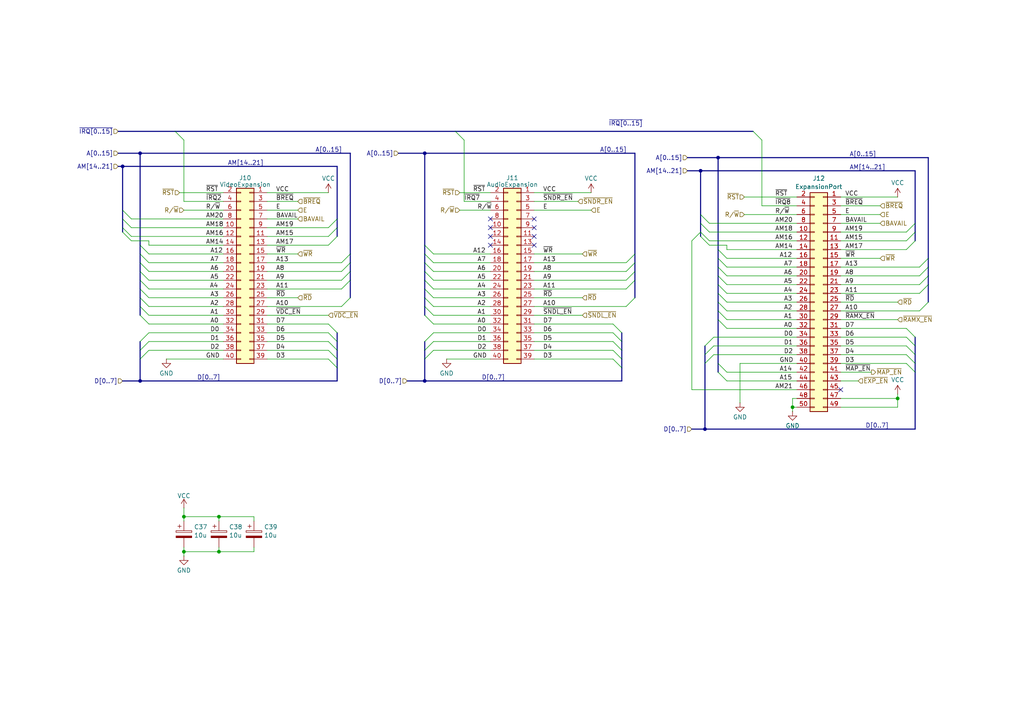
<source format=kicad_sch>
(kicad_sch
	(version 20231120)
	(generator "eeschema")
	(generator_version "8.0")
	(uuid "2aeb2137-c462-442f-a7cb-d17ec5c93516")
	(paper "A4")
	(lib_symbols
		(symbol "Connector_Generic:Conn_02x20_Odd_Even"
			(pin_names
				(offset 1.016) hide)
			(exclude_from_sim no)
			(in_bom yes)
			(on_board yes)
			(property "Reference" "J"
				(at 1.27 25.4 0)
				(effects
					(font
						(size 1.27 1.27)
					)
				)
			)
			(property "Value" "Conn_02x20_Odd_Even"
				(at 1.27 -27.94 0)
				(effects
					(font
						(size 1.27 1.27)
					)
				)
			)
			(property "Footprint" ""
				(at 0 0 0)
				(effects
					(font
						(size 1.27 1.27)
					)
					(hide yes)
				)
			)
			(property "Datasheet" "~"
				(at 0 0 0)
				(effects
					(font
						(size 1.27 1.27)
					)
					(hide yes)
				)
			)
			(property "Description" "Generic connector, double row, 02x20, odd/even pin numbering scheme (row 1 odd numbers, row 2 even numbers), script generated (kicad-library-utils/schlib/autogen/connector/)"
				(at 0 0 0)
				(effects
					(font
						(size 1.27 1.27)
					)
					(hide yes)
				)
			)
			(property "ki_keywords" "connector"
				(at 0 0 0)
				(effects
					(font
						(size 1.27 1.27)
					)
					(hide yes)
				)
			)
			(property "ki_fp_filters" "Connector*:*_2x??_*"
				(at 0 0 0)
				(effects
					(font
						(size 1.27 1.27)
					)
					(hide yes)
				)
			)
			(symbol "Conn_02x20_Odd_Even_1_1"
				(rectangle
					(start -1.27 -25.273)
					(end 0 -25.527)
					(stroke
						(width 0.1524)
						(type default)
					)
					(fill
						(type none)
					)
				)
				(rectangle
					(start -1.27 -22.733)
					(end 0 -22.987)
					(stroke
						(width 0.1524)
						(type default)
					)
					(fill
						(type none)
					)
				)
				(rectangle
					(start -1.27 -20.193)
					(end 0 -20.447)
					(stroke
						(width 0.1524)
						(type default)
					)
					(fill
						(type none)
					)
				)
				(rectangle
					(start -1.27 -17.653)
					(end 0 -17.907)
					(stroke
						(width 0.1524)
						(type default)
					)
					(fill
						(type none)
					)
				)
				(rectangle
					(start -1.27 -15.113)
					(end 0 -15.367)
					(stroke
						(width 0.1524)
						(type default)
					)
					(fill
						(type none)
					)
				)
				(rectangle
					(start -1.27 -12.573)
					(end 0 -12.827)
					(stroke
						(width 0.1524)
						(type default)
					)
					(fill
						(type none)
					)
				)
				(rectangle
					(start -1.27 -10.033)
					(end 0 -10.287)
					(stroke
						(width 0.1524)
						(type default)
					)
					(fill
						(type none)
					)
				)
				(rectangle
					(start -1.27 -7.493)
					(end 0 -7.747)
					(stroke
						(width 0.1524)
						(type default)
					)
					(fill
						(type none)
					)
				)
				(rectangle
					(start -1.27 -4.953)
					(end 0 -5.207)
					(stroke
						(width 0.1524)
						(type default)
					)
					(fill
						(type none)
					)
				)
				(rectangle
					(start -1.27 -2.413)
					(end 0 -2.667)
					(stroke
						(width 0.1524)
						(type default)
					)
					(fill
						(type none)
					)
				)
				(rectangle
					(start -1.27 0.127)
					(end 0 -0.127)
					(stroke
						(width 0.1524)
						(type default)
					)
					(fill
						(type none)
					)
				)
				(rectangle
					(start -1.27 2.667)
					(end 0 2.413)
					(stroke
						(width 0.1524)
						(type default)
					)
					(fill
						(type none)
					)
				)
				(rectangle
					(start -1.27 5.207)
					(end 0 4.953)
					(stroke
						(width 0.1524)
						(type default)
					)
					(fill
						(type none)
					)
				)
				(rectangle
					(start -1.27 7.747)
					(end 0 7.493)
					(stroke
						(width 0.1524)
						(type default)
					)
					(fill
						(type none)
					)
				)
				(rectangle
					(start -1.27 10.287)
					(end 0 10.033)
					(stroke
						(width 0.1524)
						(type default)
					)
					(fill
						(type none)
					)
				)
				(rectangle
					(start -1.27 12.827)
					(end 0 12.573)
					(stroke
						(width 0.1524)
						(type default)
					)
					(fill
						(type none)
					)
				)
				(rectangle
					(start -1.27 15.367)
					(end 0 15.113)
					(stroke
						(width 0.1524)
						(type default)
					)
					(fill
						(type none)
					)
				)
				(rectangle
					(start -1.27 17.907)
					(end 0 17.653)
					(stroke
						(width 0.1524)
						(type default)
					)
					(fill
						(type none)
					)
				)
				(rectangle
					(start -1.27 20.447)
					(end 0 20.193)
					(stroke
						(width 0.1524)
						(type default)
					)
					(fill
						(type none)
					)
				)
				(rectangle
					(start -1.27 22.987)
					(end 0 22.733)
					(stroke
						(width 0.1524)
						(type default)
					)
					(fill
						(type none)
					)
				)
				(rectangle
					(start -1.27 24.13)
					(end 3.81 -26.67)
					(stroke
						(width 0.254)
						(type default)
					)
					(fill
						(type background)
					)
				)
				(rectangle
					(start 3.81 -25.273)
					(end 2.54 -25.527)
					(stroke
						(width 0.1524)
						(type default)
					)
					(fill
						(type none)
					)
				)
				(rectangle
					(start 3.81 -22.733)
					(end 2.54 -22.987)
					(stroke
						(width 0.1524)
						(type default)
					)
					(fill
						(type none)
					)
				)
				(rectangle
					(start 3.81 -20.193)
					(end 2.54 -20.447)
					(stroke
						(width 0.1524)
						(type default)
					)
					(fill
						(type none)
					)
				)
				(rectangle
					(start 3.81 -17.653)
					(end 2.54 -17.907)
					(stroke
						(width 0.1524)
						(type default)
					)
					(fill
						(type none)
					)
				)
				(rectangle
					(start 3.81 -15.113)
					(end 2.54 -15.367)
					(stroke
						(width 0.1524)
						(type default)
					)
					(fill
						(type none)
					)
				)
				(rectangle
					(start 3.81 -12.573)
					(end 2.54 -12.827)
					(stroke
						(width 0.1524)
						(type default)
					)
					(fill
						(type none)
					)
				)
				(rectangle
					(start 3.81 -10.033)
					(end 2.54 -10.287)
					(stroke
						(width 0.1524)
						(type default)
					)
					(fill
						(type none)
					)
				)
				(rectangle
					(start 3.81 -7.493)
					(end 2.54 -7.747)
					(stroke
						(width 0.1524)
						(type default)
					)
					(fill
						(type none)
					)
				)
				(rectangle
					(start 3.81 -4.953)
					(end 2.54 -5.207)
					(stroke
						(width 0.1524)
						(type default)
					)
					(fill
						(type none)
					)
				)
				(rectangle
					(start 3.81 -2.413)
					(end 2.54 -2.667)
					(stroke
						(width 0.1524)
						(type default)
					)
					(fill
						(type none)
					)
				)
				(rectangle
					(start 3.81 0.127)
					(end 2.54 -0.127)
					(stroke
						(width 0.1524)
						(type default)
					)
					(fill
						(type none)
					)
				)
				(rectangle
					(start 3.81 2.667)
					(end 2.54 2.413)
					(stroke
						(width 0.1524)
						(type default)
					)
					(fill
						(type none)
					)
				)
				(rectangle
					(start 3.81 5.207)
					(end 2.54 4.953)
					(stroke
						(width 0.1524)
						(type default)
					)
					(fill
						(type none)
					)
				)
				(rectangle
					(start 3.81 7.747)
					(end 2.54 7.493)
					(stroke
						(width 0.1524)
						(type default)
					)
					(fill
						(type none)
					)
				)
				(rectangle
					(start 3.81 10.287)
					(end 2.54 10.033)
					(stroke
						(width 0.1524)
						(type default)
					)
					(fill
						(type none)
					)
				)
				(rectangle
					(start 3.81 12.827)
					(end 2.54 12.573)
					(stroke
						(width 0.1524)
						(type default)
					)
					(fill
						(type none)
					)
				)
				(rectangle
					(start 3.81 15.367)
					(end 2.54 15.113)
					(stroke
						(width 0.1524)
						(type default)
					)
					(fill
						(type none)
					)
				)
				(rectangle
					(start 3.81 17.907)
					(end 2.54 17.653)
					(stroke
						(width 0.1524)
						(type default)
					)
					(fill
						(type none)
					)
				)
				(rectangle
					(start 3.81 20.447)
					(end 2.54 20.193)
					(stroke
						(width 0.1524)
						(type default)
					)
					(fill
						(type none)
					)
				)
				(rectangle
					(start 3.81 22.987)
					(end 2.54 22.733)
					(stroke
						(width 0.1524)
						(type default)
					)
					(fill
						(type none)
					)
				)
				(pin passive line
					(at -5.08 22.86 0)
					(length 3.81)
					(name "Pin_1"
						(effects
							(font
								(size 1.27 1.27)
							)
						)
					)
					(number "1"
						(effects
							(font
								(size 1.27 1.27)
							)
						)
					)
				)
				(pin passive line
					(at 7.62 12.7 180)
					(length 3.81)
					(name "Pin_10"
						(effects
							(font
								(size 1.27 1.27)
							)
						)
					)
					(number "10"
						(effects
							(font
								(size 1.27 1.27)
							)
						)
					)
				)
				(pin passive line
					(at -5.08 10.16 0)
					(length 3.81)
					(name "Pin_11"
						(effects
							(font
								(size 1.27 1.27)
							)
						)
					)
					(number "11"
						(effects
							(font
								(size 1.27 1.27)
							)
						)
					)
				)
				(pin passive line
					(at 7.62 10.16 180)
					(length 3.81)
					(name "Pin_12"
						(effects
							(font
								(size 1.27 1.27)
							)
						)
					)
					(number "12"
						(effects
							(font
								(size 1.27 1.27)
							)
						)
					)
				)
				(pin passive line
					(at -5.08 7.62 0)
					(length 3.81)
					(name "Pin_13"
						(effects
							(font
								(size 1.27 1.27)
							)
						)
					)
					(number "13"
						(effects
							(font
								(size 1.27 1.27)
							)
						)
					)
				)
				(pin passive line
					(at 7.62 7.62 180)
					(length 3.81)
					(name "Pin_14"
						(effects
							(font
								(size 1.27 1.27)
							)
						)
					)
					(number "14"
						(effects
							(font
								(size 1.27 1.27)
							)
						)
					)
				)
				(pin passive line
					(at -5.08 5.08 0)
					(length 3.81)
					(name "Pin_15"
						(effects
							(font
								(size 1.27 1.27)
							)
						)
					)
					(number "15"
						(effects
							(font
								(size 1.27 1.27)
							)
						)
					)
				)
				(pin passive line
					(at 7.62 5.08 180)
					(length 3.81)
					(name "Pin_16"
						(effects
							(font
								(size 1.27 1.27)
							)
						)
					)
					(number "16"
						(effects
							(font
								(size 1.27 1.27)
							)
						)
					)
				)
				(pin passive line
					(at -5.08 2.54 0)
					(length 3.81)
					(name "Pin_17"
						(effects
							(font
								(size 1.27 1.27)
							)
						)
					)
					(number "17"
						(effects
							(font
								(size 1.27 1.27)
							)
						)
					)
				)
				(pin passive line
					(at 7.62 2.54 180)
					(length 3.81)
					(name "Pin_18"
						(effects
							(font
								(size 1.27 1.27)
							)
						)
					)
					(number "18"
						(effects
							(font
								(size 1.27 1.27)
							)
						)
					)
				)
				(pin passive line
					(at -5.08 0 0)
					(length 3.81)
					(name "Pin_19"
						(effects
							(font
								(size 1.27 1.27)
							)
						)
					)
					(number "19"
						(effects
							(font
								(size 1.27 1.27)
							)
						)
					)
				)
				(pin passive line
					(at 7.62 22.86 180)
					(length 3.81)
					(name "Pin_2"
						(effects
							(font
								(size 1.27 1.27)
							)
						)
					)
					(number "2"
						(effects
							(font
								(size 1.27 1.27)
							)
						)
					)
				)
				(pin passive line
					(at 7.62 0 180)
					(length 3.81)
					(name "Pin_20"
						(effects
							(font
								(size 1.27 1.27)
							)
						)
					)
					(number "20"
						(effects
							(font
								(size 1.27 1.27)
							)
						)
					)
				)
				(pin passive line
					(at -5.08 -2.54 0)
					(length 3.81)
					(name "Pin_21"
						(effects
							(font
								(size 1.27 1.27)
							)
						)
					)
					(number "21"
						(effects
							(font
								(size 1.27 1.27)
							)
						)
					)
				)
				(pin passive line
					(at 7.62 -2.54 180)
					(length 3.81)
					(name "Pin_22"
						(effects
							(font
								(size 1.27 1.27)
							)
						)
					)
					(number "22"
						(effects
							(font
								(size 1.27 1.27)
							)
						)
					)
				)
				(pin passive line
					(at -5.08 -5.08 0)
					(length 3.81)
					(name "Pin_23"
						(effects
							(font
								(size 1.27 1.27)
							)
						)
					)
					(number "23"
						(effects
							(font
								(size 1.27 1.27)
							)
						)
					)
				)
				(pin passive line
					(at 7.62 -5.08 180)
					(length 3.81)
					(name "Pin_24"
						(effects
							(font
								(size 1.27 1.27)
							)
						)
					)
					(number "24"
						(effects
							(font
								(size 1.27 1.27)
							)
						)
					)
				)
				(pin passive line
					(at -5.08 -7.62 0)
					(length 3.81)
					(name "Pin_25"
						(effects
							(font
								(size 1.27 1.27)
							)
						)
					)
					(number "25"
						(effects
							(font
								(size 1.27 1.27)
							)
						)
					)
				)
				(pin passive line
					(at 7.62 -7.62 180)
					(length 3.81)
					(name "Pin_26"
						(effects
							(font
								(size 1.27 1.27)
							)
						)
					)
					(number "26"
						(effects
							(font
								(size 1.27 1.27)
							)
						)
					)
				)
				(pin passive line
					(at -5.08 -10.16 0)
					(length 3.81)
					(name "Pin_27"
						(effects
							(font
								(size 1.27 1.27)
							)
						)
					)
					(number "27"
						(effects
							(font
								(size 1.27 1.27)
							)
						)
					)
				)
				(pin passive line
					(at 7.62 -10.16 180)
					(length 3.81)
					(name "Pin_28"
						(effects
							(font
								(size 1.27 1.27)
							)
						)
					)
					(number "28"
						(effects
							(font
								(size 1.27 1.27)
							)
						)
					)
				)
				(pin passive line
					(at -5.08 -12.7 0)
					(length 3.81)
					(name "Pin_29"
						(effects
							(font
								(size 1.27 1.27)
							)
						)
					)
					(number "29"
						(effects
							(font
								(size 1.27 1.27)
							)
						)
					)
				)
				(pin passive line
					(at -5.08 20.32 0)
					(length 3.81)
					(name "Pin_3"
						(effects
							(font
								(size 1.27 1.27)
							)
						)
					)
					(number "3"
						(effects
							(font
								(size 1.27 1.27)
							)
						)
					)
				)
				(pin passive line
					(at 7.62 -12.7 180)
					(length 3.81)
					(name "Pin_30"
						(effects
							(font
								(size 1.27 1.27)
							)
						)
					)
					(number "30"
						(effects
							(font
								(size 1.27 1.27)
							)
						)
					)
				)
				(pin passive line
					(at -5.08 -15.24 0)
					(length 3.81)
					(name "Pin_31"
						(effects
							(font
								(size 1.27 1.27)
							)
						)
					)
					(number "31"
						(effects
							(font
								(size 1.27 1.27)
							)
						)
					)
				)
				(pin passive line
					(at 7.62 -15.24 180)
					(length 3.81)
					(name "Pin_32"
						(effects
							(font
								(size 1.27 1.27)
							)
						)
					)
					(number "32"
						(effects
							(font
								(size 1.27 1.27)
							)
						)
					)
				)
				(pin passive line
					(at -5.08 -17.78 0)
					(length 3.81)
					(name "Pin_33"
						(effects
							(font
								(size 1.27 1.27)
							)
						)
					)
					(number "33"
						(effects
							(font
								(size 1.27 1.27)
							)
						)
					)
				)
				(pin passive line
					(at 7.62 -17.78 180)
					(length 3.81)
					(name "Pin_34"
						(effects
							(font
								(size 1.27 1.27)
							)
						)
					)
					(number "34"
						(effects
							(font
								(size 1.27 1.27)
							)
						)
					)
				)
				(pin passive line
					(at -5.08 -20.32 0)
					(length 3.81)
					(name "Pin_35"
						(effects
							(font
								(size 1.27 1.27)
							)
						)
					)
					(number "35"
						(effects
							(font
								(size 1.27 1.27)
							)
						)
					)
				)
				(pin passive line
					(at 7.62 -20.32 180)
					(length 3.81)
					(name "Pin_36"
						(effects
							(font
								(size 1.27 1.27)
							)
						)
					)
					(number "36"
						(effects
							(font
								(size 1.27 1.27)
							)
						)
					)
				)
				(pin passive line
					(at -5.08 -22.86 0)
					(length 3.81)
					(name "Pin_37"
						(effects
							(font
								(size 1.27 1.27)
							)
						)
					)
					(number "37"
						(effects
							(font
								(size 1.27 1.27)
							)
						)
					)
				)
				(pin passive line
					(at 7.62 -22.86 180)
					(length 3.81)
					(name "Pin_38"
						(effects
							(font
								(size 1.27 1.27)
							)
						)
					)
					(number "38"
						(effects
							(font
								(size 1.27 1.27)
							)
						)
					)
				)
				(pin passive line
					(at -5.08 -25.4 0)
					(length 3.81)
					(name "Pin_39"
						(effects
							(font
								(size 1.27 1.27)
							)
						)
					)
					(number "39"
						(effects
							(font
								(size 1.27 1.27)
							)
						)
					)
				)
				(pin passive line
					(at 7.62 20.32 180)
					(length 3.81)
					(name "Pin_4"
						(effects
							(font
								(size 1.27 1.27)
							)
						)
					)
					(number "4"
						(effects
							(font
								(size 1.27 1.27)
							)
						)
					)
				)
				(pin passive line
					(at 7.62 -25.4 180)
					(length 3.81)
					(name "Pin_40"
						(effects
							(font
								(size 1.27 1.27)
							)
						)
					)
					(number "40"
						(effects
							(font
								(size 1.27 1.27)
							)
						)
					)
				)
				(pin passive line
					(at -5.08 17.78 0)
					(length 3.81)
					(name "Pin_5"
						(effects
							(font
								(size 1.27 1.27)
							)
						)
					)
					(number "5"
						(effects
							(font
								(size 1.27 1.27)
							)
						)
					)
				)
				(pin passive line
					(at 7.62 17.78 180)
					(length 3.81)
					(name "Pin_6"
						(effects
							(font
								(size 1.27 1.27)
							)
						)
					)
					(number "6"
						(effects
							(font
								(size 1.27 1.27)
							)
						)
					)
				)
				(pin passive line
					(at -5.08 15.24 0)
					(length 3.81)
					(name "Pin_7"
						(effects
							(font
								(size 1.27 1.27)
							)
						)
					)
					(number "7"
						(effects
							(font
								(size 1.27 1.27)
							)
						)
					)
				)
				(pin passive line
					(at 7.62 15.24 180)
					(length 3.81)
					(name "Pin_8"
						(effects
							(font
								(size 1.27 1.27)
							)
						)
					)
					(number "8"
						(effects
							(font
								(size 1.27 1.27)
							)
						)
					)
				)
				(pin passive line
					(at -5.08 12.7 0)
					(length 3.81)
					(name "Pin_9"
						(effects
							(font
								(size 1.27 1.27)
							)
						)
					)
					(number "9"
						(effects
							(font
								(size 1.27 1.27)
							)
						)
					)
				)
			)
		)
		(symbol "Connector_Generic:Conn_02x25_Odd_Even"
			(pin_names
				(offset 1.016) hide)
			(exclude_from_sim no)
			(in_bom yes)
			(on_board yes)
			(property "Reference" "J"
				(at 1.27 33.02 0)
				(effects
					(font
						(size 1.27 1.27)
					)
				)
			)
			(property "Value" "Conn_02x25_Odd_Even"
				(at 1.27 -33.02 0)
				(effects
					(font
						(size 1.27 1.27)
					)
				)
			)
			(property "Footprint" ""
				(at 0 0 0)
				(effects
					(font
						(size 1.27 1.27)
					)
					(hide yes)
				)
			)
			(property "Datasheet" "~"
				(at 0 0 0)
				(effects
					(font
						(size 1.27 1.27)
					)
					(hide yes)
				)
			)
			(property "Description" "Generic connector, double row, 02x25, odd/even pin numbering scheme (row 1 odd numbers, row 2 even numbers), script generated (kicad-library-utils/schlib/autogen/connector/)"
				(at 0 0 0)
				(effects
					(font
						(size 1.27 1.27)
					)
					(hide yes)
				)
			)
			(property "ki_keywords" "connector"
				(at 0 0 0)
				(effects
					(font
						(size 1.27 1.27)
					)
					(hide yes)
				)
			)
			(property "ki_fp_filters" "Connector*:*_2x??_*"
				(at 0 0 0)
				(effects
					(font
						(size 1.27 1.27)
					)
					(hide yes)
				)
			)
			(symbol "Conn_02x25_Odd_Even_1_1"
				(rectangle
					(start -1.27 -30.353)
					(end 0 -30.607)
					(stroke
						(width 0.1524)
						(type default)
					)
					(fill
						(type none)
					)
				)
				(rectangle
					(start -1.27 -27.813)
					(end 0 -28.067)
					(stroke
						(width 0.1524)
						(type default)
					)
					(fill
						(type none)
					)
				)
				(rectangle
					(start -1.27 -25.273)
					(end 0 -25.527)
					(stroke
						(width 0.1524)
						(type default)
					)
					(fill
						(type none)
					)
				)
				(rectangle
					(start -1.27 -22.733)
					(end 0 -22.987)
					(stroke
						(width 0.1524)
						(type default)
					)
					(fill
						(type none)
					)
				)
				(rectangle
					(start -1.27 -20.193)
					(end 0 -20.447)
					(stroke
						(width 0.1524)
						(type default)
					)
					(fill
						(type none)
					)
				)
				(rectangle
					(start -1.27 -17.653)
					(end 0 -17.907)
					(stroke
						(width 0.1524)
						(type default)
					)
					(fill
						(type none)
					)
				)
				(rectangle
					(start -1.27 -15.113)
					(end 0 -15.367)
					(stroke
						(width 0.1524)
						(type default)
					)
					(fill
						(type none)
					)
				)
				(rectangle
					(start -1.27 -12.573)
					(end 0 -12.827)
					(stroke
						(width 0.1524)
						(type default)
					)
					(fill
						(type none)
					)
				)
				(rectangle
					(start -1.27 -10.033)
					(end 0 -10.287)
					(stroke
						(width 0.1524)
						(type default)
					)
					(fill
						(type none)
					)
				)
				(rectangle
					(start -1.27 -7.493)
					(end 0 -7.747)
					(stroke
						(width 0.1524)
						(type default)
					)
					(fill
						(type none)
					)
				)
				(rectangle
					(start -1.27 -4.953)
					(end 0 -5.207)
					(stroke
						(width 0.1524)
						(type default)
					)
					(fill
						(type none)
					)
				)
				(rectangle
					(start -1.27 -2.413)
					(end 0 -2.667)
					(stroke
						(width 0.1524)
						(type default)
					)
					(fill
						(type none)
					)
				)
				(rectangle
					(start -1.27 0.127)
					(end 0 -0.127)
					(stroke
						(width 0.1524)
						(type default)
					)
					(fill
						(type none)
					)
				)
				(rectangle
					(start -1.27 2.667)
					(end 0 2.413)
					(stroke
						(width 0.1524)
						(type default)
					)
					(fill
						(type none)
					)
				)
				(rectangle
					(start -1.27 5.207)
					(end 0 4.953)
					(stroke
						(width 0.1524)
						(type default)
					)
					(fill
						(type none)
					)
				)
				(rectangle
					(start -1.27 7.747)
					(end 0 7.493)
					(stroke
						(width 0.1524)
						(type default)
					)
					(fill
						(type none)
					)
				)
				(rectangle
					(start -1.27 10.287)
					(end 0 10.033)
					(stroke
						(width 0.1524)
						(type default)
					)
					(fill
						(type none)
					)
				)
				(rectangle
					(start -1.27 12.827)
					(end 0 12.573)
					(stroke
						(width 0.1524)
						(type default)
					)
					(fill
						(type none)
					)
				)
				(rectangle
					(start -1.27 15.367)
					(end 0 15.113)
					(stroke
						(width 0.1524)
						(type default)
					)
					(fill
						(type none)
					)
				)
				(rectangle
					(start -1.27 17.907)
					(end 0 17.653)
					(stroke
						(width 0.1524)
						(type default)
					)
					(fill
						(type none)
					)
				)
				(rectangle
					(start -1.27 20.447)
					(end 0 20.193)
					(stroke
						(width 0.1524)
						(type default)
					)
					(fill
						(type none)
					)
				)
				(rectangle
					(start -1.27 22.987)
					(end 0 22.733)
					(stroke
						(width 0.1524)
						(type default)
					)
					(fill
						(type none)
					)
				)
				(rectangle
					(start -1.27 25.527)
					(end 0 25.273)
					(stroke
						(width 0.1524)
						(type default)
					)
					(fill
						(type none)
					)
				)
				(rectangle
					(start -1.27 28.067)
					(end 0 27.813)
					(stroke
						(width 0.1524)
						(type default)
					)
					(fill
						(type none)
					)
				)
				(rectangle
					(start -1.27 30.607)
					(end 0 30.353)
					(stroke
						(width 0.1524)
						(type default)
					)
					(fill
						(type none)
					)
				)
				(rectangle
					(start -1.27 31.75)
					(end 3.81 -31.75)
					(stroke
						(width 0.254)
						(type default)
					)
					(fill
						(type background)
					)
				)
				(rectangle
					(start 3.81 -30.353)
					(end 2.54 -30.607)
					(stroke
						(width 0.1524)
						(type default)
					)
					(fill
						(type none)
					)
				)
				(rectangle
					(start 3.81 -27.813)
					(end 2.54 -28.067)
					(stroke
						(width 0.1524)
						(type default)
					)
					(fill
						(type none)
					)
				)
				(rectangle
					(start 3.81 -25.273)
					(end 2.54 -25.527)
					(stroke
						(width 0.1524)
						(type default)
					)
					(fill
						(type none)
					)
				)
				(rectangle
					(start 3.81 -22.733)
					(end 2.54 -22.987)
					(stroke
						(width 0.1524)
						(type default)
					)
					(fill
						(type none)
					)
				)
				(rectangle
					(start 3.81 -20.193)
					(end 2.54 -20.447)
					(stroke
						(width 0.1524)
						(type default)
					)
					(fill
						(type none)
					)
				)
				(rectangle
					(start 3.81 -17.653)
					(end 2.54 -17.907)
					(stroke
						(width 0.1524)
						(type default)
					)
					(fill
						(type none)
					)
				)
				(rectangle
					(start 3.81 -15.113)
					(end 2.54 -15.367)
					(stroke
						(width 0.1524)
						(type default)
					)
					(fill
						(type none)
					)
				)
				(rectangle
					(start 3.81 -12.573)
					(end 2.54 -12.827)
					(stroke
						(width 0.1524)
						(type default)
					)
					(fill
						(type none)
					)
				)
				(rectangle
					(start 3.81 -10.033)
					(end 2.54 -10.287)
					(stroke
						(width 0.1524)
						(type default)
					)
					(fill
						(type none)
					)
				)
				(rectangle
					(start 3.81 -7.493)
					(end 2.54 -7.747)
					(stroke
						(width 0.1524)
						(type default)
					)
					(fill
						(type none)
					)
				)
				(rectangle
					(start 3.81 -4.953)
					(end 2.54 -5.207)
					(stroke
						(width 0.1524)
						(type default)
					)
					(fill
						(type none)
					)
				)
				(rectangle
					(start 3.81 -2.413)
					(end 2.54 -2.667)
					(stroke
						(width 0.1524)
						(type default)
					)
					(fill
						(type none)
					)
				)
				(rectangle
					(start 3.81 0.127)
					(end 2.54 -0.127)
					(stroke
						(width 0.1524)
						(type default)
					)
					(fill
						(type none)
					)
				)
				(rectangle
					(start 3.81 2.667)
					(end 2.54 2.413)
					(stroke
						(width 0.1524)
						(type default)
					)
					(fill
						(type none)
					)
				)
				(rectangle
					(start 3.81 5.207)
					(end 2.54 4.953)
					(stroke
						(width 0.1524)
						(type default)
					)
					(fill
						(type none)
					)
				)
				(rectangle
					(start 3.81 7.747)
					(end 2.54 7.493)
					(stroke
						(width 0.1524)
						(type default)
					)
					(fill
						(type none)
					)
				)
				(rectangle
					(start 3.81 10.287)
					(end 2.54 10.033)
					(stroke
						(width 0.1524)
						(type default)
					)
					(fill
						(type none)
					)
				)
				(rectangle
					(start 3.81 12.827)
					(end 2.54 12.573)
					(stroke
						(width 0.1524)
						(type default)
					)
					(fill
						(type none)
					)
				)
				(rectangle
					(start 3.81 15.367)
					(end 2.54 15.113)
					(stroke
						(width 0.1524)
						(type default)
					)
					(fill
						(type none)
					)
				)
				(rectangle
					(start 3.81 17.907)
					(end 2.54 17.653)
					(stroke
						(width 0.1524)
						(type default)
					)
					(fill
						(type none)
					)
				)
				(rectangle
					(start 3.81 20.447)
					(end 2.54 20.193)
					(stroke
						(width 0.1524)
						(type default)
					)
					(fill
						(type none)
					)
				)
				(rectangle
					(start 3.81 22.987)
					(end 2.54 22.733)
					(stroke
						(width 0.1524)
						(type default)
					)
					(fill
						(type none)
					)
				)
				(rectangle
					(start 3.81 25.527)
					(end 2.54 25.273)
					(stroke
						(width 0.1524)
						(type default)
					)
					(fill
						(type none)
					)
				)
				(rectangle
					(start 3.81 28.067)
					(end 2.54 27.813)
					(stroke
						(width 0.1524)
						(type default)
					)
					(fill
						(type none)
					)
				)
				(rectangle
					(start 3.81 30.607)
					(end 2.54 30.353)
					(stroke
						(width 0.1524)
						(type default)
					)
					(fill
						(type none)
					)
				)
				(pin passive line
					(at -5.08 30.48 0)
					(length 3.81)
					(name "Pin_1"
						(effects
							(font
								(size 1.27 1.27)
							)
						)
					)
					(number "1"
						(effects
							(font
								(size 1.27 1.27)
							)
						)
					)
				)
				(pin passive line
					(at 7.62 20.32 180)
					(length 3.81)
					(name "Pin_10"
						(effects
							(font
								(size 1.27 1.27)
							)
						)
					)
					(number "10"
						(effects
							(font
								(size 1.27 1.27)
							)
						)
					)
				)
				(pin passive line
					(at -5.08 17.78 0)
					(length 3.81)
					(name "Pin_11"
						(effects
							(font
								(size 1.27 1.27)
							)
						)
					)
					(number "11"
						(effects
							(font
								(size 1.27 1.27)
							)
						)
					)
				)
				(pin passive line
					(at 7.62 17.78 180)
					(length 3.81)
					(name "Pin_12"
						(effects
							(font
								(size 1.27 1.27)
							)
						)
					)
					(number "12"
						(effects
							(font
								(size 1.27 1.27)
							)
						)
					)
				)
				(pin passive line
					(at -5.08 15.24 0)
					(length 3.81)
					(name "Pin_13"
						(effects
							(font
								(size 1.27 1.27)
							)
						)
					)
					(number "13"
						(effects
							(font
								(size 1.27 1.27)
							)
						)
					)
				)
				(pin passive line
					(at 7.62 15.24 180)
					(length 3.81)
					(name "Pin_14"
						(effects
							(font
								(size 1.27 1.27)
							)
						)
					)
					(number "14"
						(effects
							(font
								(size 1.27 1.27)
							)
						)
					)
				)
				(pin passive line
					(at -5.08 12.7 0)
					(length 3.81)
					(name "Pin_15"
						(effects
							(font
								(size 1.27 1.27)
							)
						)
					)
					(number "15"
						(effects
							(font
								(size 1.27 1.27)
							)
						)
					)
				)
				(pin passive line
					(at 7.62 12.7 180)
					(length 3.81)
					(name "Pin_16"
						(effects
							(font
								(size 1.27 1.27)
							)
						)
					)
					(number "16"
						(effects
							(font
								(size 1.27 1.27)
							)
						)
					)
				)
				(pin passive line
					(at -5.08 10.16 0)
					(length 3.81)
					(name "Pin_17"
						(effects
							(font
								(size 1.27 1.27)
							)
						)
					)
					(number "17"
						(effects
							(font
								(size 1.27 1.27)
							)
						)
					)
				)
				(pin passive line
					(at 7.62 10.16 180)
					(length 3.81)
					(name "Pin_18"
						(effects
							(font
								(size 1.27 1.27)
							)
						)
					)
					(number "18"
						(effects
							(font
								(size 1.27 1.27)
							)
						)
					)
				)
				(pin passive line
					(at -5.08 7.62 0)
					(length 3.81)
					(name "Pin_19"
						(effects
							(font
								(size 1.27 1.27)
							)
						)
					)
					(number "19"
						(effects
							(font
								(size 1.27 1.27)
							)
						)
					)
				)
				(pin passive line
					(at 7.62 30.48 180)
					(length 3.81)
					(name "Pin_2"
						(effects
							(font
								(size 1.27 1.27)
							)
						)
					)
					(number "2"
						(effects
							(font
								(size 1.27 1.27)
							)
						)
					)
				)
				(pin passive line
					(at 7.62 7.62 180)
					(length 3.81)
					(name "Pin_20"
						(effects
							(font
								(size 1.27 1.27)
							)
						)
					)
					(number "20"
						(effects
							(font
								(size 1.27 1.27)
							)
						)
					)
				)
				(pin passive line
					(at -5.08 5.08 0)
					(length 3.81)
					(name "Pin_21"
						(effects
							(font
								(size 1.27 1.27)
							)
						)
					)
					(number "21"
						(effects
							(font
								(size 1.27 1.27)
							)
						)
					)
				)
				(pin passive line
					(at 7.62 5.08 180)
					(length 3.81)
					(name "Pin_22"
						(effects
							(font
								(size 1.27 1.27)
							)
						)
					)
					(number "22"
						(effects
							(font
								(size 1.27 1.27)
							)
						)
					)
				)
				(pin passive line
					(at -5.08 2.54 0)
					(length 3.81)
					(name "Pin_23"
						(effects
							(font
								(size 1.27 1.27)
							)
						)
					)
					(number "23"
						(effects
							(font
								(size 1.27 1.27)
							)
						)
					)
				)
				(pin passive line
					(at 7.62 2.54 180)
					(length 3.81)
					(name "Pin_24"
						(effects
							(font
								(size 1.27 1.27)
							)
						)
					)
					(number "24"
						(effects
							(font
								(size 1.27 1.27)
							)
						)
					)
				)
				(pin passive line
					(at -5.08 0 0)
					(length 3.81)
					(name "Pin_25"
						(effects
							(font
								(size 1.27 1.27)
							)
						)
					)
					(number "25"
						(effects
							(font
								(size 1.27 1.27)
							)
						)
					)
				)
				(pin passive line
					(at 7.62 0 180)
					(length 3.81)
					(name "Pin_26"
						(effects
							(font
								(size 1.27 1.27)
							)
						)
					)
					(number "26"
						(effects
							(font
								(size 1.27 1.27)
							)
						)
					)
				)
				(pin passive line
					(at -5.08 -2.54 0)
					(length 3.81)
					(name "Pin_27"
						(effects
							(font
								(size 1.27 1.27)
							)
						)
					)
					(number "27"
						(effects
							(font
								(size 1.27 1.27)
							)
						)
					)
				)
				(pin passive line
					(at 7.62 -2.54 180)
					(length 3.81)
					(name "Pin_28"
						(effects
							(font
								(size 1.27 1.27)
							)
						)
					)
					(number "28"
						(effects
							(font
								(size 1.27 1.27)
							)
						)
					)
				)
				(pin passive line
					(at -5.08 -5.08 0)
					(length 3.81)
					(name "Pin_29"
						(effects
							(font
								(size 1.27 1.27)
							)
						)
					)
					(number "29"
						(effects
							(font
								(size 1.27 1.27)
							)
						)
					)
				)
				(pin passive line
					(at -5.08 27.94 0)
					(length 3.81)
					(name "Pin_3"
						(effects
							(font
								(size 1.27 1.27)
							)
						)
					)
					(number "3"
						(effects
							(font
								(size 1.27 1.27)
							)
						)
					)
				)
				(pin passive line
					(at 7.62 -5.08 180)
					(length 3.81)
					(name "Pin_30"
						(effects
							(font
								(size 1.27 1.27)
							)
						)
					)
					(number "30"
						(effects
							(font
								(size 1.27 1.27)
							)
						)
					)
				)
				(pin passive line
					(at -5.08 -7.62 0)
					(length 3.81)
					(name "Pin_31"
						(effects
							(font
								(size 1.27 1.27)
							)
						)
					)
					(number "31"
						(effects
							(font
								(size 1.27 1.27)
							)
						)
					)
				)
				(pin passive line
					(at 7.62 -7.62 180)
					(length 3.81)
					(name "Pin_32"
						(effects
							(font
								(size 1.27 1.27)
							)
						)
					)
					(number "32"
						(effects
							(font
								(size 1.27 1.27)
							)
						)
					)
				)
				(pin passive line
					(at -5.08 -10.16 0)
					(length 3.81)
					(name "Pin_33"
						(effects
							(font
								(size 1.27 1.27)
							)
						)
					)
					(number "33"
						(effects
							(font
								(size 1.27 1.27)
							)
						)
					)
				)
				(pin passive line
					(at 7.62 -10.16 180)
					(length 3.81)
					(name "Pin_34"
						(effects
							(font
								(size 1.27 1.27)
							)
						)
					)
					(number "34"
						(effects
							(font
								(size 1.27 1.27)
							)
						)
					)
				)
				(pin passive line
					(at -5.08 -12.7 0)
					(length 3.81)
					(name "Pin_35"
						(effects
							(font
								(size 1.27 1.27)
							)
						)
					)
					(number "35"
						(effects
							(font
								(size 1.27 1.27)
							)
						)
					)
				)
				(pin passive line
					(at 7.62 -12.7 180)
					(length 3.81)
					(name "Pin_36"
						(effects
							(font
								(size 1.27 1.27)
							)
						)
					)
					(number "36"
						(effects
							(font
								(size 1.27 1.27)
							)
						)
					)
				)
				(pin passive line
					(at -5.08 -15.24 0)
					(length 3.81)
					(name "Pin_37"
						(effects
							(font
								(size 1.27 1.27)
							)
						)
					)
					(number "37"
						(effects
							(font
								(size 1.27 1.27)
							)
						)
					)
				)
				(pin passive line
					(at 7.62 -15.24 180)
					(length 3.81)
					(name "Pin_38"
						(effects
							(font
								(size 1.27 1.27)
							)
						)
					)
					(number "38"
						(effects
							(font
								(size 1.27 1.27)
							)
						)
					)
				)
				(pin passive line
					(at -5.08 -17.78 0)
					(length 3.81)
					(name "Pin_39"
						(effects
							(font
								(size 1.27 1.27)
							)
						)
					)
					(number "39"
						(effects
							(font
								(size 1.27 1.27)
							)
						)
					)
				)
				(pin passive line
					(at 7.62 27.94 180)
					(length 3.81)
					(name "Pin_4"
						(effects
							(font
								(size 1.27 1.27)
							)
						)
					)
					(number "4"
						(effects
							(font
								(size 1.27 1.27)
							)
						)
					)
				)
				(pin passive line
					(at 7.62 -17.78 180)
					(length 3.81)
					(name "Pin_40"
						(effects
							(font
								(size 1.27 1.27)
							)
						)
					)
					(number "40"
						(effects
							(font
								(size 1.27 1.27)
							)
						)
					)
				)
				(pin passive line
					(at -5.08 -20.32 0)
					(length 3.81)
					(name "Pin_41"
						(effects
							(font
								(size 1.27 1.27)
							)
						)
					)
					(number "41"
						(effects
							(font
								(size 1.27 1.27)
							)
						)
					)
				)
				(pin passive line
					(at 7.62 -20.32 180)
					(length 3.81)
					(name "Pin_42"
						(effects
							(font
								(size 1.27 1.27)
							)
						)
					)
					(number "42"
						(effects
							(font
								(size 1.27 1.27)
							)
						)
					)
				)
				(pin passive line
					(at -5.08 -22.86 0)
					(length 3.81)
					(name "Pin_43"
						(effects
							(font
								(size 1.27 1.27)
							)
						)
					)
					(number "43"
						(effects
							(font
								(size 1.27 1.27)
							)
						)
					)
				)
				(pin passive line
					(at 7.62 -22.86 180)
					(length 3.81)
					(name "Pin_44"
						(effects
							(font
								(size 1.27 1.27)
							)
						)
					)
					(number "44"
						(effects
							(font
								(size 1.27 1.27)
							)
						)
					)
				)
				(pin passive line
					(at -5.08 -25.4 0)
					(length 3.81)
					(name "Pin_45"
						(effects
							(font
								(size 1.27 1.27)
							)
						)
					)
					(number "45"
						(effects
							(font
								(size 1.27 1.27)
							)
						)
					)
				)
				(pin passive line
					(at 7.62 -25.4 180)
					(length 3.81)
					(name "Pin_46"
						(effects
							(font
								(size 1.27 1.27)
							)
						)
					)
					(number "46"
						(effects
							(font
								(size 1.27 1.27)
							)
						)
					)
				)
				(pin passive line
					(at -5.08 -27.94 0)
					(length 3.81)
					(name "Pin_47"
						(effects
							(font
								(size 1.27 1.27)
							)
						)
					)
					(number "47"
						(effects
							(font
								(size 1.27 1.27)
							)
						)
					)
				)
				(pin passive line
					(at 7.62 -27.94 180)
					(length 3.81)
					(name "Pin_48"
						(effects
							(font
								(size 1.27 1.27)
							)
						)
					)
					(number "48"
						(effects
							(font
								(size 1.27 1.27)
							)
						)
					)
				)
				(pin passive line
					(at -5.08 -30.48 0)
					(length 3.81)
					(name "Pin_49"
						(effects
							(font
								(size 1.27 1.27)
							)
						)
					)
					(number "49"
						(effects
							(font
								(size 1.27 1.27)
							)
						)
					)
				)
				(pin passive line
					(at -5.08 25.4 0)
					(length 3.81)
					(name "Pin_5"
						(effects
							(font
								(size 1.27 1.27)
							)
						)
					)
					(number "5"
						(effects
							(font
								(size 1.27 1.27)
							)
						)
					)
				)
				(pin passive line
					(at 7.62 -30.48 180)
					(length 3.81)
					(name "Pin_50"
						(effects
							(font
								(size 1.27 1.27)
							)
						)
					)
					(number "50"
						(effects
							(font
								(size 1.27 1.27)
							)
						)
					)
				)
				(pin passive line
					(at 7.62 25.4 180)
					(length 3.81)
					(name "Pin_6"
						(effects
							(font
								(size 1.27 1.27)
							)
						)
					)
					(number "6"
						(effects
							(font
								(size 1.27 1.27)
							)
						)
					)
				)
				(pin passive line
					(at -5.08 22.86 0)
					(length 3.81)
					(name "Pin_7"
						(effects
							(font
								(size 1.27 1.27)
							)
						)
					)
					(number "7"
						(effects
							(font
								(size 1.27 1.27)
							)
						)
					)
				)
				(pin passive line
					(at 7.62 22.86 180)
					(length 3.81)
					(name "Pin_8"
						(effects
							(font
								(size 1.27 1.27)
							)
						)
					)
					(number "8"
						(effects
							(font
								(size 1.27 1.27)
							)
						)
					)
				)
				(pin passive line
					(at -5.08 20.32 0)
					(length 3.81)
					(name "Pin_9"
						(effects
							(font
								(size 1.27 1.27)
							)
						)
					)
					(number "9"
						(effects
							(font
								(size 1.27 1.27)
							)
						)
					)
				)
			)
		)
		(symbol "Device:C_Polarized"
			(pin_numbers hide)
			(pin_names
				(offset 0.254)
			)
			(exclude_from_sim no)
			(in_bom yes)
			(on_board yes)
			(property "Reference" "C"
				(at 0.635 2.54 0)
				(effects
					(font
						(size 1.27 1.27)
					)
					(justify left)
				)
			)
			(property "Value" "C_Polarized"
				(at 0.635 -2.54 0)
				(effects
					(font
						(size 1.27 1.27)
					)
					(justify left)
				)
			)
			(property "Footprint" ""
				(at 0.9652 -3.81 0)
				(effects
					(font
						(size 1.27 1.27)
					)
					(hide yes)
				)
			)
			(property "Datasheet" "~"
				(at 0 0 0)
				(effects
					(font
						(size 1.27 1.27)
					)
					(hide yes)
				)
			)
			(property "Description" "Polarized capacitor"
				(at 0 0 0)
				(effects
					(font
						(size 1.27 1.27)
					)
					(hide yes)
				)
			)
			(property "ki_keywords" "cap capacitor"
				(at 0 0 0)
				(effects
					(font
						(size 1.27 1.27)
					)
					(hide yes)
				)
			)
			(property "ki_fp_filters" "CP_*"
				(at 0 0 0)
				(effects
					(font
						(size 1.27 1.27)
					)
					(hide yes)
				)
			)
			(symbol "C_Polarized_0_1"
				(rectangle
					(start -2.286 0.508)
					(end 2.286 1.016)
					(stroke
						(width 0)
						(type default)
					)
					(fill
						(type none)
					)
				)
				(polyline
					(pts
						(xy -1.778 2.286) (xy -0.762 2.286)
					)
					(stroke
						(width 0)
						(type default)
					)
					(fill
						(type none)
					)
				)
				(polyline
					(pts
						(xy -1.27 2.794) (xy -1.27 1.778)
					)
					(stroke
						(width 0)
						(type default)
					)
					(fill
						(type none)
					)
				)
				(rectangle
					(start 2.286 -0.508)
					(end -2.286 -1.016)
					(stroke
						(width 0)
						(type default)
					)
					(fill
						(type outline)
					)
				)
			)
			(symbol "C_Polarized_1_1"
				(pin passive line
					(at 0 3.81 270)
					(length 2.794)
					(name "~"
						(effects
							(font
								(size 1.27 1.27)
							)
						)
					)
					(number "1"
						(effects
							(font
								(size 1.27 1.27)
							)
						)
					)
				)
				(pin passive line
					(at 0 -3.81 90)
					(length 2.794)
					(name "~"
						(effects
							(font
								(size 1.27 1.27)
							)
						)
					)
					(number "2"
						(effects
							(font
								(size 1.27 1.27)
							)
						)
					)
				)
			)
		)
		(symbol "power:GND"
			(power)
			(pin_numbers hide)
			(pin_names
				(offset 0) hide)
			(exclude_from_sim no)
			(in_bom yes)
			(on_board yes)
			(property "Reference" "#PWR"
				(at 0 -6.35 0)
				(effects
					(font
						(size 1.27 1.27)
					)
					(hide yes)
				)
			)
			(property "Value" "GND"
				(at 0 -3.81 0)
				(effects
					(font
						(size 1.27 1.27)
					)
				)
			)
			(property "Footprint" ""
				(at 0 0 0)
				(effects
					(font
						(size 1.27 1.27)
					)
					(hide yes)
				)
			)
			(property "Datasheet" ""
				(at 0 0 0)
				(effects
					(font
						(size 1.27 1.27)
					)
					(hide yes)
				)
			)
			(property "Description" "Power symbol creates a global label with name \"GND\" , ground"
				(at 0 0 0)
				(effects
					(font
						(size 1.27 1.27)
					)
					(hide yes)
				)
			)
			(property "ki_keywords" "global power"
				(at 0 0 0)
				(effects
					(font
						(size 1.27 1.27)
					)
					(hide yes)
				)
			)
			(symbol "GND_0_1"
				(polyline
					(pts
						(xy 0 0) (xy 0 -1.27) (xy 1.27 -1.27) (xy 0 -2.54) (xy -1.27 -1.27) (xy 0 -1.27)
					)
					(stroke
						(width 0)
						(type default)
					)
					(fill
						(type none)
					)
				)
			)
			(symbol "GND_1_1"
				(pin power_in line
					(at 0 0 270)
					(length 0)
					(name "~"
						(effects
							(font
								(size 1.27 1.27)
							)
						)
					)
					(number "1"
						(effects
							(font
								(size 1.27 1.27)
							)
						)
					)
				)
			)
		)
		(symbol "power:VCC"
			(power)
			(pin_numbers hide)
			(pin_names
				(offset 0) hide)
			(exclude_from_sim no)
			(in_bom yes)
			(on_board yes)
			(property "Reference" "#PWR"
				(at 0 -3.81 0)
				(effects
					(font
						(size 1.27 1.27)
					)
					(hide yes)
				)
			)
			(property "Value" "VCC"
				(at 0 3.556 0)
				(effects
					(font
						(size 1.27 1.27)
					)
				)
			)
			(property "Footprint" ""
				(at 0 0 0)
				(effects
					(font
						(size 1.27 1.27)
					)
					(hide yes)
				)
			)
			(property "Datasheet" ""
				(at 0 0 0)
				(effects
					(font
						(size 1.27 1.27)
					)
					(hide yes)
				)
			)
			(property "Description" "Power symbol creates a global label with name \"VCC\""
				(at 0 0 0)
				(effects
					(font
						(size 1.27 1.27)
					)
					(hide yes)
				)
			)
			(property "ki_keywords" "global power"
				(at 0 0 0)
				(effects
					(font
						(size 1.27 1.27)
					)
					(hide yes)
				)
			)
			(symbol "VCC_0_1"
				(polyline
					(pts
						(xy -0.762 1.27) (xy 0 2.54)
					)
					(stroke
						(width 0)
						(type default)
					)
					(fill
						(type none)
					)
				)
				(polyline
					(pts
						(xy 0 0) (xy 0 2.54)
					)
					(stroke
						(width 0)
						(type default)
					)
					(fill
						(type none)
					)
				)
				(polyline
					(pts
						(xy 0 2.54) (xy 0.762 1.27)
					)
					(stroke
						(width 0)
						(type default)
					)
					(fill
						(type none)
					)
				)
			)
			(symbol "VCC_1_1"
				(pin power_in line
					(at 0 0 90)
					(length 0)
					(name "~"
						(effects
							(font
								(size 1.27 1.27)
							)
						)
					)
					(number "1"
						(effects
							(font
								(size 1.27 1.27)
							)
						)
					)
				)
			)
		)
	)
	(junction
		(at 204.47 124.46)
		(diameter 0)
		(color 0 0 0 0)
		(uuid "08de9bff-ffb9-4c2b-b94a-6fbc6a04c8ca")
	)
	(junction
		(at 40.64 110.49)
		(diameter 0)
		(color 0 0 0 0)
		(uuid "1e233034-04c8-4928-b762-fc0d986c9681")
	)
	(junction
		(at 40.64 44.45)
		(diameter 0)
		(color 0 0 0 0)
		(uuid "3282c47e-fda4-4af5-8848-5053a5ff7f96")
	)
	(junction
		(at 260.35 115.57)
		(diameter 0)
		(color 0 0 0 0)
		(uuid "329beb74-729c-44ce-8048-b3f2cb59b58c")
	)
	(junction
		(at 203.2 49.53)
		(diameter 0)
		(color 0 0 0 0)
		(uuid "3a9cb23c-9e38-4b81-af23-aaf543ad7692")
	)
	(junction
		(at 123.19 110.49)
		(diameter 0)
		(color 0 0 0 0)
		(uuid "56daef56-87f6-4e39-9d08-24fb708b9e6f")
	)
	(junction
		(at 229.87 118.11)
		(diameter 0)
		(color 0 0 0 0)
		(uuid "5b26b5ef-8b24-40bf-b5a2-fd84366c588b")
	)
	(junction
		(at 53.34 149.86)
		(diameter 0)
		(color 0 0 0 0)
		(uuid "6baf4d4e-19a0-4df2-a7a9-bd653cd25146")
	)
	(junction
		(at 35.56 48.26)
		(diameter 0)
		(color 0 0 0 0)
		(uuid "71e593ab-1791-4cef-ad73-c405484959e5")
	)
	(junction
		(at 53.34 160.02)
		(diameter 0)
		(color 0 0 0 0)
		(uuid "79a0aba1-afe0-468e-b40a-029a3dc78c86")
	)
	(junction
		(at 63.5 160.02)
		(diameter 0)
		(color 0 0 0 0)
		(uuid "9515d506-62ef-4cba-b7b8-905e780a923e")
	)
	(junction
		(at 63.5 149.86)
		(diameter 0)
		(color 0 0 0 0)
		(uuid "a0e38a8b-47e3-460d-9855-e78e1dbee3ba")
	)
	(junction
		(at 123.19 44.45)
		(diameter 0)
		(color 0 0 0 0)
		(uuid "e0dc7e13-5600-47ee-89be-2d940a578574")
	)
	(junction
		(at 208.28 45.72)
		(diameter 0)
		(color 0 0 0 0)
		(uuid "e9dde127-e95e-4b1f-a824-66afe8d9a68a")
	)
	(no_connect
		(at 154.94 63.5)
		(uuid "1aecf032-a7fd-4390-ba47-6b06b1dae51b")
	)
	(no_connect
		(at 142.24 66.04)
		(uuid "2cd06fed-0821-4017-bb62-3d65ca431435")
	)
	(no_connect
		(at 154.94 71.12)
		(uuid "2f3ee29d-beae-4a4d-bd25-778523622bc7")
	)
	(no_connect
		(at 142.24 63.5)
		(uuid "4dfe694e-10bc-443d-a821-309831d41c51")
	)
	(no_connect
		(at 142.24 68.58)
		(uuid "78430bfa-aa7d-4a52-aa06-f00bd2938cf3")
	)
	(no_connect
		(at 154.94 68.58)
		(uuid "8381536b-df6a-4be9-b584-9fe4806d688f")
	)
	(no_connect
		(at 154.94 66.04)
		(uuid "99dbfe6c-71ac-4052-85fc-f280d40dea4b")
	)
	(no_connect
		(at 243.84 113.03)
		(uuid "c4c83a40-3a81-425f-937f-805d68f79b04")
	)
	(no_connect
		(at 142.24 71.12)
		(uuid "cfd4b8e5-7649-46fc-9b7d-d2160bf0071a")
	)
	(bus_entry
		(at 205.74 64.77)
		(size -2.54 -2.54)
		(stroke
			(width 0)
			(type default)
		)
		(uuid "02818c1c-0165-4bb1-a457-80bc0f068c3d")
	)
	(bus_entry
		(at 210.82 77.47)
		(size -2.54 -2.54)
		(stroke
			(width 0)
			(type default)
		)
		(uuid "06c9852e-846d-4544-a864-c7248142a1f2")
	)
	(bus_entry
		(at 43.18 88.9)
		(size -2.54 -2.54)
		(stroke
			(width 0)
			(type default)
		)
		(uuid "0a7eff41-1e81-4eb0-afe3-9602971fe85f")
	)
	(bus_entry
		(at 95.25 66.04)
		(size 2.54 -2.54)
		(stroke
			(width 0)
			(type default)
		)
		(uuid "0d0cc46e-ba93-4931-9a02-29453d9a8115")
	)
	(bus_entry
		(at 40.64 99.06)
		(size 2.54 -2.54)
		(stroke
			(width 0)
			(type default)
		)
		(uuid "0e4c038b-5374-43dd-abc1-1104ac25af83")
	)
	(bus_entry
		(at 125.73 86.36)
		(size -2.54 -2.54)
		(stroke
			(width 0)
			(type default)
		)
		(uuid "1308d52d-79ac-4506-b320-63c594310d5e")
	)
	(bus_entry
		(at 266.7 85.09)
		(size 2.54 -2.54)
		(stroke
			(width 0)
			(type default)
		)
		(uuid "1373a6d9-f413-4044-9e10-3c74399508c4")
	)
	(bus_entry
		(at 210.82 87.63)
		(size -2.54 -2.54)
		(stroke
			(width 0)
			(type default)
		)
		(uuid "14830ee0-461f-471a-8da7-c2c14a5b7b72")
	)
	(bus_entry
		(at 43.18 81.28)
		(size -2.54 -2.54)
		(stroke
			(width 0)
			(type default)
		)
		(uuid "14d9d4a4-b66e-4f9f-af5c-ef5a5e8eb879")
	)
	(bus_entry
		(at 123.19 99.06)
		(size 2.54 -2.54)
		(stroke
			(width 0)
			(type default)
		)
		(uuid "194ea532-fc77-4b09-a04b-a29b209d70aa")
	)
	(bus_entry
		(at 210.82 92.71)
		(size -2.54 -2.54)
		(stroke
			(width 0)
			(type default)
		)
		(uuid "19fc13f1-c5c0-48dc-b302-042fb560c89b")
	)
	(bus_entry
		(at 210.82 74.93)
		(size -2.54 -2.54)
		(stroke
			(width 0)
			(type default)
		)
		(uuid "1ecc73a1-7410-4bc5-8b09-61a236f5f9e4")
	)
	(bus_entry
		(at 205.74 71.12)
		(size -2.54 -2.54)
		(stroke
			(width 0)
			(type default)
		)
		(uuid "20969412-860c-4c29-a7e7-105845058611")
	)
	(bus_entry
		(at 208.28 105.41)
		(size 2.54 2.54)
		(stroke
			(width 0)
			(type default)
		)
		(uuid "20f79403-8643-4dc6-97d1-20c5489f38c2")
	)
	(bus_entry
		(at 95.25 96.52)
		(size 2.54 2.54)
		(stroke
			(width 0)
			(type default)
		)
		(uuid "234b57eb-a252-4fe8-8402-bdeea884a0db")
	)
	(bus_entry
		(at 95.25 104.14)
		(size 2.54 2.54)
		(stroke
			(width 0)
			(type default)
		)
		(uuid "2443a3ba-7440-4dd2-8d9f-61cdbc112cc1")
	)
	(bus_entry
		(at 208.28 82.55)
		(size 2.54 2.54)
		(stroke
			(width 0)
			(type default)
		)
		(uuid "29b7770f-2ae8-45d9-a5b4-04d96fbbd5d4")
	)
	(bus_entry
		(at 99.06 83.82)
		(size 2.54 -2.54)
		(stroke
			(width 0)
			(type default)
		)
		(uuid "2a9c7c92-26db-493c-9787-3b7094af2d85")
	)
	(bus_entry
		(at 95.25 93.98)
		(size 2.54 2.54)
		(stroke
			(width 0)
			(type default)
		)
		(uuid "370f1b2f-3229-42ca-9441-a5a4ed808e35")
	)
	(bus_entry
		(at 262.89 100.33)
		(size 2.54 2.54)
		(stroke
			(width 0)
			(type default)
		)
		(uuid "3a733691-7c2e-4a09-af21-e8a73fee9643")
	)
	(bus_entry
		(at 262.89 97.79)
		(size 2.54 2.54)
		(stroke
			(width 0)
			(type default)
		)
		(uuid "3aecf0cd-dc34-4762-a2ed-e3d41fc95d41")
	)
	(bus_entry
		(at 262.89 69.85)
		(size 2.54 -2.54)
		(stroke
			(width 0)
			(type default)
		)
		(uuid "3bfe01d2-06a4-4aa7-b2b7-1de933022c2c")
	)
	(bus_entry
		(at 205.74 69.85)
		(size -2.54 -2.54)
		(stroke
			(width 0)
			(type default)
		)
		(uuid "3da19c75-9607-46ff-a8ae-6fde99d57c90")
	)
	(bus_entry
		(at 35.56 66.04)
		(size 2.54 2.54)
		(stroke
			(width 0)
			(type default)
		)
		(uuid "3ed1326b-fedc-460c-bb17-27572ad3fe4c")
	)
	(bus_entry
		(at 204.47 105.41)
		(size 2.54 -2.54)
		(stroke
			(width 0)
			(type default)
		)
		(uuid "45b1d124-ebed-47e6-ac72-6abc9ed46576")
	)
	(bus_entry
		(at 95.25 101.6)
		(size 2.54 2.54)
		(stroke
			(width 0)
			(type default)
		)
		(uuid "45d3f1cc-0e0d-40c3-8499-1132a564dd53")
	)
	(bus_entry
		(at 266.7 80.01)
		(size 2.54 -2.54)
		(stroke
			(width 0)
			(type default)
		)
		(uuid "4e544801-a422-4d5e-9393-0dc82466c2d0")
	)
	(bus_entry
		(at 43.18 73.66)
		(size -2.54 -2.54)
		(stroke
			(width 0)
			(type default)
		)
		(uuid "58b792ae-ac63-466f-8c48-91d00c0eeed9")
	)
	(bus_entry
		(at 99.06 78.74)
		(size 2.54 -2.54)
		(stroke
			(width 0)
			(type default)
		)
		(uuid "5ba72869-675f-4d79-8fc3-c47d4cd4c214")
	)
	(bus_entry
		(at 177.8 99.06)
		(size 2.54 2.54)
		(stroke
			(width 0)
			(type default)
		)
		(uuid "5d68ea8f-ca91-4884-a194-ab1205a49cde")
	)
	(bus_entry
		(at 43.18 91.44)
		(size -2.54 -2.54)
		(stroke
			(width 0)
			(type default)
		)
		(uuid "615a8ba3-6234-4ca4-aba4-44c274fb1578")
	)
	(bus_entry
		(at 99.06 81.28)
		(size 2.54 -2.54)
		(stroke
			(width 0)
			(type default)
		)
		(uuid "6571727e-f93c-49b2-a968-547a83427ff7")
	)
	(bus_entry
		(at 204.47 102.87)
		(size 2.54 -2.54)
		(stroke
			(width 0)
			(type default)
		)
		(uuid "671cc3dc-b4bf-4d2b-9b52-42d297601a25")
	)
	(bus_entry
		(at 35.56 60.96)
		(size 2.54 2.54)
		(stroke
			(width 0)
			(type default)
		)
		(uuid "6dab3145-900f-4737-9aaa-ca29a844bb9e")
	)
	(bus_entry
		(at 40.64 101.6)
		(size 2.54 -2.54)
		(stroke
			(width 0)
			(type default)
		)
		(uuid "6e0ad453-df74-4017-8cc7-9b62680bea0e")
	)
	(bus_entry
		(at 43.18 78.74)
		(size -2.54 -2.54)
		(stroke
			(width 0)
			(type default)
		)
		(uuid "703f02f0-657f-4724-8bbe-3090bcfa2736")
	)
	(bus_entry
		(at 35.56 67.31)
		(size 2.54 2.54)
		(stroke
			(width 0)
			(type default)
		)
		(uuid "73f01cf0-3f1e-4ef6-aa09-6c8060f73452")
	)
	(bus_entry
		(at 262.89 72.39)
		(size 2.54 -2.54)
		(stroke
			(width 0)
			(type default)
		)
		(uuid "7bdbfecc-af3b-4334-ad33-b53e9e6d87fc")
	)
	(bus_entry
		(at 123.19 101.6)
		(size 2.54 -2.54)
		(stroke
			(width 0)
			(type default)
		)
		(uuid "7bfecfb4-bb94-46a6-9eaa-793073071a63")
	)
	(bus_entry
		(at 177.8 93.98)
		(size 2.54 2.54)
		(stroke
			(width 0)
			(type default)
		)
		(uuid "7fbfedbd-d672-4c47-a505-dd473c95b43c")
	)
	(bus_entry
		(at 40.64 104.14)
		(size 2.54 -2.54)
		(stroke
			(width 0)
			(type default)
		)
		(uuid "81da4d94-6174-4b36-844e-ac93456cf5ee")
	)
	(bus_entry
		(at 35.56 63.5)
		(size 2.54 2.54)
		(stroke
			(width 0)
			(type default)
		)
		(uuid "84238de1-c2c2-4ac3-b7fd-0f2ccede85c0")
	)
	(bus_entry
		(at 205.74 67.31)
		(size -2.54 -2.54)
		(stroke
			(width 0)
			(type default)
		)
		(uuid "878750e5-0a28-4a66-82f6-255e9df8c8dd")
	)
	(bus_entry
		(at 181.61 81.28)
		(size 2.54 -2.54)
		(stroke
			(width 0)
			(type default)
		)
		(uuid "880e465e-8f25-4c3b-846d-b399554c095a")
	)
	(bus_entry
		(at 43.18 86.36)
		(size -2.54 -2.54)
		(stroke
			(width 0)
			(type default)
		)
		(uuid "8b7fefa5-ed0e-4732-bb21-392c528269ca")
	)
	(bus_entry
		(at 95.25 68.58)
		(size 2.54 -2.54)
		(stroke
			(width 0)
			(type default)
		)
		(uuid "8dfa9527-5598-4d84-8196-84e202f03e0c")
	)
	(bus_entry
		(at 43.18 83.82)
		(size -2.54 -2.54)
		(stroke
			(width 0)
			(type default)
		)
		(uuid "8e27212f-3620-4cad-bda4-56305e197f60")
	)
	(bus_entry
		(at 262.89 102.87)
		(size 2.54 2.54)
		(stroke
			(width 0)
			(type default)
		)
		(uuid "92dcbe5d-881c-42d8-87c4-5e7985e6959e")
	)
	(bus_entry
		(at 125.73 88.9)
		(size -2.54 -2.54)
		(stroke
			(width 0)
			(type default)
		)
		(uuid "941ac8d2-5ecf-4bfa-818e-731fe2dce02f")
	)
	(bus_entry
		(at 262.89 95.25)
		(size 2.54 2.54)
		(stroke
			(width 0)
			(type default)
		)
		(uuid "950590a2-5b77-4b70-8b11-d68009d04fb1")
	)
	(bus_entry
		(at 204.47 100.33)
		(size 2.54 -2.54)
		(stroke
			(width 0)
			(type default)
		)
		(uuid "97642cb1-bc8f-45a2-b345-7584bac82ab0")
	)
	(bus_entry
		(at 95.25 71.12)
		(size 2.54 -2.54)
		(stroke
			(width 0)
			(type default)
		)
		(uuid "99105f37-6457-4840-8cab-e3aea28a9455")
	)
	(bus_entry
		(at 208.28 107.95)
		(size 2.54 2.54)
		(stroke
			(width 0)
			(type default)
		)
		(uuid "99fd9a6a-c01d-4d36-a1b8-6bd44b30433d")
	)
	(bus_entry
		(at 125.73 91.44)
		(size -2.54 -2.54)
		(stroke
			(width 0)
			(type default)
		)
		(uuid "a035c67e-a6ea-49a9-99ce-8603520931f1")
	)
	(bus_entry
		(at 210.82 80.01)
		(size -2.54 -2.54)
		(stroke
			(width 0)
			(type default)
		)
		(uuid "a19a8f56-916c-48d8-a1db-1a5714e731e7")
	)
	(bus_entry
		(at 123.19 104.14)
		(size 2.54 -2.54)
		(stroke
			(width 0)
			(type default)
		)
		(uuid "a29246bb-9848-49b5-99be-eecf8d61f12a")
	)
	(bus_entry
		(at 132.08 38.1)
		(size 2.54 2.54)
		(stroke
			(width 0)
			(type default)
		)
		(uuid "a8722446-455b-4201-87d4-80ef19e09c18")
	)
	(bus_entry
		(at 203.2 67.31)
		(size -2.54 2.54)
		(stroke
			(width 0)
			(type default)
		)
		(uuid "aa5bd520-19b4-4573-a84d-5879936d1609")
	)
	(bus_entry
		(at 181.61 76.2)
		(size 2.54 -2.54)
		(stroke
			(width 0)
			(type default)
		)
		(uuid "aace552f-103b-429c-a29d-15f1d0740f50")
	)
	(bus_entry
		(at 181.61 78.74)
		(size 2.54 -2.54)
		(stroke
			(width 0)
			(type default)
		)
		(uuid "ab4ee983-041f-48e2-8b23-0d9f0a326b0c")
	)
	(bus_entry
		(at 210.82 95.25)
		(size -2.54 -2.54)
		(stroke
			(width 0)
			(type default)
		)
		(uuid "b0ef0a6b-104c-4c09-9687-3603932db17d")
	)
	(bus_entry
		(at 181.61 88.9)
		(size 2.54 -2.54)
		(stroke
			(width 0)
			(type default)
		)
		(uuid "b1f30211-ef7d-48d0-a20c-4e018afee353")
	)
	(bus_entry
		(at 125.73 81.28)
		(size -2.54 -2.54)
		(stroke
			(width 0)
			(type default)
		)
		(uuid "b2df70bd-d0cd-45a5-8f88-dc087a117e15")
	)
	(bus_entry
		(at 125.73 73.66)
		(size -2.54 -2.54)
		(stroke
			(width 0)
			(type default)
		)
		(uuid "b4f1843d-6701-4769-adc5-59b6b4794ac2")
	)
	(bus_entry
		(at 266.7 77.47)
		(size 2.54 -2.54)
		(stroke
			(width 0)
			(type default)
		)
		(uuid "ba04e879-f7d4-4b6f-8dbb-ff5b851c0c3d")
	)
	(bus_entry
		(at 50.8 38.1)
		(size 2.54 2.54)
		(stroke
			(width 0)
			(type default)
		)
		(uuid "c27812c6-3085-4500-a5c2-acd14230e692")
	)
	(bus_entry
		(at 99.06 88.9)
		(size 2.54 -2.54)
		(stroke
			(width 0)
			(type default)
		)
		(uuid "c90a7f99-fe78-4808-a46d-c2edfb9708ff")
	)
	(bus_entry
		(at 177.8 101.6)
		(size 2.54 2.54)
		(stroke
			(width 0)
			(type default)
		)
		(uuid "ccebe8b5-c828-41da-bab5-fb13a7943221")
	)
	(bus_entry
		(at 262.89 67.31)
		(size 2.54 -2.54)
		(stroke
			(width 0)
			(type default)
		)
		(uuid "cd5669d4-c8f2-4b8a-8f57-592a455957a9")
	)
	(bus_entry
		(at 99.06 76.2)
		(size 2.54 -2.54)
		(stroke
			(width 0)
			(type default)
		)
		(uuid "d38c6ca3-008d-438b-9950-3f75bc545b4a")
	)
	(bus_entry
		(at 43.18 76.2)
		(size -2.54 -2.54)
		(stroke
			(width 0)
			(type default)
		)
		(uuid "d5c2575a-a128-4847-9b47-b28078663062")
	)
	(bus_entry
		(at 218.44 38.1)
		(size 2.54 2.54)
		(stroke
			(width 0)
			(type default)
		)
		(uuid "d770026d-0bdf-4e08-b34c-d831a0ad4b29")
	)
	(bus_entry
		(at 43.18 93.98)
		(size -2.54 -2.54)
		(stroke
			(width 0)
			(type default)
		)
		(uuid "d856c658-8db4-4a5f-b6c6-a62d788e9c68")
	)
	(bus_entry
		(at 266.7 82.55)
		(size 2.54 -2.54)
		(stroke
			(width 0)
			(type default)
		)
		(uuid "dfea90ce-ed66-4a2a-a860-59b97dd48b59")
	)
	(bus_entry
		(at 266.7 90.17)
		(size 2.54 -2.54)
		(stroke
			(width 0)
			(type default)
		)
		(uuid "e1042a27-f4c4-4170-80b7-54cb4176484b")
	)
	(bus_entry
		(at 210.82 90.17)
		(size -2.54 -2.54)
		(stroke
			(width 0)
			(type default)
		)
		(uuid "e1047c13-8a4e-4722-a499-c619945c75c1")
	)
	(bus_entry
		(at 125.73 93.98)
		(size -2.54 -2.54)
		(stroke
			(width 0)
			(type default)
		)
		(uuid "e804c586-3188-4892-9c07-09bf9d53723e")
	)
	(bus_entry
		(at 177.8 104.14)
		(size 2.54 2.54)
		(stroke
			(width 0)
			(type default)
		)
		(uuid "e90ef4ca-7364-483a-bda2-21a7f4a9908d")
	)
	(bus_entry
		(at 95.25 99.06)
		(size 2.54 2.54)
		(stroke
			(width 0)
			(type default)
		)
		(uuid "e9d0f83c-61f3-402f-be7d-21b09d263aa2")
	)
	(bus_entry
		(at 123.19 81.28)
		(size 2.54 2.54)
		(stroke
			(width 0)
			(type default)
		)
		(uuid "ee315ba0-fb14-4862-95ee-9d99960eaf5b")
	)
	(bus_entry
		(at 125.73 76.2)
		(size -2.54 -2.54)
		(stroke
			(width 0)
			(type default)
		)
		(uuid "f627c5a8-d4a1-4137-88f0-30a4877727fb")
	)
	(bus_entry
		(at 262.89 105.41)
		(size 2.54 2.54)
		(stroke
			(width 0)
			(type default)
		)
		(uuid "fb130dd6-e75f-40bc-99ea-517c51bd4f39")
	)
	(bus_entry
		(at 210.82 82.55)
		(size -2.54 -2.54)
		(stroke
			(width 0)
			(type default)
		)
		(uuid "fc041bc1-57a8-4fbe-82d5-107ec2c226f4")
	)
	(bus_entry
		(at 125.73 78.74)
		(size -2.54 -2.54)
		(stroke
			(width 0)
			(type default)
		)
		(uuid "fd274a41-aebf-459e-b8e9-5a9f5c0fc3e1")
	)
	(bus_entry
		(at 177.8 96.52)
		(size 2.54 2.54)
		(stroke
			(width 0)
			(type default)
		)
		(uuid "ff4dcac0-aa5d-4a13-b1a3-63b3d80289b0")
	)
	(bus_entry
		(at 181.61 83.82)
		(size 2.54 -2.54)
		(stroke
			(width 0)
			(type default)
		)
		(uuid "ffcaaf64-375b-4ba5-aeab-6f9f27fa93c9")
	)
	(bus
		(pts
			(xy 265.43 105.41) (xy 265.43 107.95)
		)
		(stroke
			(width 0)
			(type default)
		)
		(uuid "0030a3e5-70c8-4698-aa6b-ec769d43ded1")
	)
	(bus
		(pts
			(xy 97.79 99.06) (xy 97.79 101.6)
		)
		(stroke
			(width 0)
			(type default)
		)
		(uuid "007568ef-2a0e-4890-a6fc-b78103b715c0")
	)
	(wire
		(pts
			(xy 243.84 57.15) (xy 260.35 57.15)
		)
		(stroke
			(width 0)
			(type default)
		)
		(uuid "03dd22e4-6eb8-4711-a52e-d8f7cba3c2f8")
	)
	(wire
		(pts
			(xy 53.34 147.32) (xy 53.34 149.86)
		)
		(stroke
			(width 0)
			(type default)
		)
		(uuid "04326d51-4390-474d-bb4a-0c9a36d12d3d")
	)
	(bus
		(pts
			(xy 184.15 73.66) (xy 184.15 76.2)
		)
		(stroke
			(width 0)
			(type default)
		)
		(uuid "05578c93-cbc7-446f-ac8c-ed3d3b98c14d")
	)
	(wire
		(pts
			(xy 229.87 118.11) (xy 231.14 118.11)
		)
		(stroke
			(width 0)
			(type default)
		)
		(uuid "0659e381-8392-4647-bafd-7dc103332a42")
	)
	(wire
		(pts
			(xy 125.73 88.9) (xy 142.24 88.9)
		)
		(stroke
			(width 0)
			(type default)
		)
		(uuid "06ef7009-f4f3-468e-ba72-3d2e4a389a2a")
	)
	(bus
		(pts
			(xy 40.64 81.28) (xy 40.64 78.74)
		)
		(stroke
			(width 0)
			(type default)
		)
		(uuid "07ef66d6-bec6-438b-a614-d688e706c476")
	)
	(bus
		(pts
			(xy 97.79 104.14) (xy 97.79 106.68)
		)
		(stroke
			(width 0)
			(type default)
		)
		(uuid "08c3ea3c-58b4-4042-ac44-7d18a119a092")
	)
	(bus
		(pts
			(xy 265.43 64.77) (xy 265.43 49.53)
		)
		(stroke
			(width 0)
			(type default)
		)
		(uuid "08d38319-581c-46e8-b778-53fadb3cca71")
	)
	(wire
		(pts
			(xy 210.82 80.01) (xy 231.14 80.01)
		)
		(stroke
			(width 0)
			(type default)
		)
		(uuid "09fcd810-8c9a-4e4e-a361-4a0a466f8000")
	)
	(wire
		(pts
			(xy 231.14 115.57) (xy 229.87 115.57)
		)
		(stroke
			(width 0)
			(type default)
		)
		(uuid "0a128ce7-2a84-4c98-96f2-0f779a6a4812")
	)
	(bus
		(pts
			(xy 180.34 106.68) (xy 180.34 110.49)
		)
		(stroke
			(width 0)
			(type default)
		)
		(uuid "0afc3a44-015a-4736-8775-e205c0158527")
	)
	(bus
		(pts
			(xy 180.34 104.14) (xy 180.34 106.68)
		)
		(stroke
			(width 0)
			(type default)
		)
		(uuid "0bc026b2-8b2a-4a21-81c2-e98c97b0aee6")
	)
	(bus
		(pts
			(xy 40.64 91.44) (xy 40.64 88.9)
		)
		(stroke
			(width 0)
			(type default)
		)
		(uuid "0c81f161-610a-4b1b-a562-03b5b2e0837d")
	)
	(wire
		(pts
			(xy 154.94 81.28) (xy 181.61 81.28)
		)
		(stroke
			(width 0)
			(type default)
		)
		(uuid "0dfe1a3b-be4a-491c-81c1-01f095faee90")
	)
	(wire
		(pts
			(xy 43.18 93.98) (xy 64.77 93.98)
		)
		(stroke
			(width 0)
			(type default)
		)
		(uuid "0e20a890-c28b-4c3b-8830-e1f36b83868f")
	)
	(wire
		(pts
			(xy 243.84 85.09) (xy 266.7 85.09)
		)
		(stroke
			(width 0)
			(type default)
		)
		(uuid "0e4f24a9-d0f8-48cd-99f1-4debf6c086de")
	)
	(bus
		(pts
			(xy 101.6 81.28) (xy 101.6 86.36)
		)
		(stroke
			(width 0)
			(type default)
		)
		(uuid "0ea44e5e-b520-4a2c-a579-b1e78a45c481")
	)
	(bus
		(pts
			(xy 123.19 78.74) (xy 123.19 76.2)
		)
		(stroke
			(width 0)
			(type default)
		)
		(uuid "0f989de6-990c-4b52-9ec1-c04de59be9a5")
	)
	(wire
		(pts
			(xy 77.47 86.36) (xy 86.36 86.36)
		)
		(stroke
			(width 0)
			(type default)
		)
		(uuid "0fe45b73-3314-49ae-a754-05244c3efade")
	)
	(wire
		(pts
			(xy 133.35 55.88) (xy 142.24 55.88)
		)
		(stroke
			(width 0)
			(type default)
		)
		(uuid "1426622f-1a53-497c-863e-533fe8d0f499")
	)
	(bus
		(pts
			(xy 200.66 124.46) (xy 204.47 124.46)
		)
		(stroke
			(width 0)
			(type default)
		)
		(uuid "14fd5d4c-3ccd-4e5e-9e37-322e29d0298f")
	)
	(wire
		(pts
			(xy 43.18 88.9) (xy 64.77 88.9)
		)
		(stroke
			(width 0)
			(type default)
		)
		(uuid "15399516-16e5-4f56-8fca-4ab2a9a09854")
	)
	(bus
		(pts
			(xy 40.64 44.45) (xy 101.6 44.45)
		)
		(stroke
			(width 0)
			(type default)
		)
		(uuid "15a91b48-a8b6-4ef5-8316-65f3ff813345")
	)
	(wire
		(pts
			(xy 214.63 105.41) (xy 231.14 105.41)
		)
		(stroke
			(width 0)
			(type default)
		)
		(uuid "1615195e-c9ae-4777-8f23-e158f6852d17")
	)
	(bus
		(pts
			(xy 97.79 66.04) (xy 97.79 63.5)
		)
		(stroke
			(width 0)
			(type default)
		)
		(uuid "1634382c-0880-4cc8-a031-d6537dc477e8")
	)
	(bus
		(pts
			(xy 208.28 72.39) (xy 208.28 74.93)
		)
		(stroke
			(width 0)
			(type default)
		)
		(uuid "164af198-b4d2-45c8-9683-89dcf931847e")
	)
	(bus
		(pts
			(xy 265.43 67.31) (xy 265.43 64.77)
		)
		(stroke
			(width 0)
			(type default)
		)
		(uuid "1741024e-b5c6-4c1a-8b91-764abd5278bd")
	)
	(bus
		(pts
			(xy 269.24 45.72) (xy 269.24 74.93)
		)
		(stroke
			(width 0)
			(type default)
		)
		(uuid "17c9dac7-fa9a-4238-b5f3-0c92194209f7")
	)
	(wire
		(pts
			(xy 133.35 60.96) (xy 142.24 60.96)
		)
		(stroke
			(width 0)
			(type default)
		)
		(uuid "183ca0c6-3351-47d5-9d85-060020d4de11")
	)
	(bus
		(pts
			(xy 101.6 78.74) (xy 101.6 81.28)
		)
		(stroke
			(width 0)
			(type default)
		)
		(uuid "18e7554c-4250-44cf-8534-dc7768b4eefc")
	)
	(wire
		(pts
			(xy 77.47 99.06) (xy 95.25 99.06)
		)
		(stroke
			(width 0)
			(type default)
		)
		(uuid "1c79a6d8-d7de-4b98-a27c-da26d8116bb2")
	)
	(wire
		(pts
			(xy 77.47 68.58) (xy 95.25 68.58)
		)
		(stroke
			(width 0)
			(type default)
		)
		(uuid "1cb788f6-337d-4759-b568-1518aa240d6f")
	)
	(bus
		(pts
			(xy 101.6 76.2) (xy 101.6 78.74)
		)
		(stroke
			(width 0)
			(type default)
		)
		(uuid "1e3d45bd-8463-48b3-816b-b5b7aefed1c1")
	)
	(wire
		(pts
			(xy 243.84 80.01) (xy 266.7 80.01)
		)
		(stroke
			(width 0)
			(type default)
		)
		(uuid "1f7c7b01-b2f0-4a2d-a08f-338af65ccfc9")
	)
	(wire
		(pts
			(xy 220.98 59.69) (xy 231.14 59.69)
		)
		(stroke
			(width 0)
			(type default)
		)
		(uuid "1f97ef8d-bf10-4e52-98c0-d2beeb31a12a")
	)
	(bus
		(pts
			(xy 208.28 77.47) (xy 208.28 74.93)
		)
		(stroke
			(width 0)
			(type default)
		)
		(uuid "224ce30d-f682-477e-80b1-6d9760c2ae9a")
	)
	(wire
		(pts
			(xy 43.18 71.12) (xy 64.77 71.12)
		)
		(stroke
			(width 0)
			(type default)
		)
		(uuid "22f5ae2f-846f-4a95-bbf6-1f40b10d6ba5")
	)
	(wire
		(pts
			(xy 154.94 96.52) (xy 177.8 96.52)
		)
		(stroke
			(width 0)
			(type default)
		)
		(uuid "23c13786-2373-484a-bb91-392435e908d3")
	)
	(bus
		(pts
			(xy 180.34 110.49) (xy 123.19 110.49)
		)
		(stroke
			(width 0)
			(type default)
		)
		(uuid "271c82b3-67ba-48c1-a2bb-71aca0a623e2")
	)
	(bus
		(pts
			(xy 265.43 69.85) (xy 265.43 67.31)
		)
		(stroke
			(width 0)
			(type default)
		)
		(uuid "272d5a8e-37a0-4630-a823-4475b93f8b10")
	)
	(wire
		(pts
			(xy 229.87 115.57) (xy 229.87 118.11)
		)
		(stroke
			(width 0)
			(type default)
		)
		(uuid "2731fd27-4cfc-4f92-b903-0835c881024e")
	)
	(wire
		(pts
			(xy 125.73 96.52) (xy 142.24 96.52)
		)
		(stroke
			(width 0)
			(type default)
		)
		(uuid "278cdc23-0c93-406d-bc8c-43653df9ffc1")
	)
	(wire
		(pts
			(xy 43.18 78.74) (xy 64.77 78.74)
		)
		(stroke
			(width 0)
			(type default)
		)
		(uuid "28264a52-083c-46ef-85dc-ca71a5952828")
	)
	(bus
		(pts
			(xy 40.64 73.66) (xy 40.64 71.12)
		)
		(stroke
			(width 0)
			(type default)
		)
		(uuid "2860fea4-4253-4be7-978d-44c773a276c7")
	)
	(bus
		(pts
			(xy 208.28 92.71) (xy 208.28 105.41)
		)
		(stroke
			(width 0)
			(type default)
		)
		(uuid "2960edd1-9bfb-44ab-afc4-03ac115a7c65")
	)
	(bus
		(pts
			(xy 101.6 73.66) (xy 101.6 76.2)
		)
		(stroke
			(width 0)
			(type default)
		)
		(uuid "2a7e157a-4ff0-4ac2-99fa-cd168fb98673")
	)
	(wire
		(pts
			(xy 210.82 72.39) (xy 231.14 72.39)
		)
		(stroke
			(width 0)
			(type default)
		)
		(uuid "2d5b4b21-9ef7-4714-a355-9fbcb32d6c53")
	)
	(wire
		(pts
			(xy 73.66 151.13) (xy 73.66 149.86)
		)
		(stroke
			(width 0)
			(type default)
		)
		(uuid "2feff3e6-3c7a-41b7-8b18-065b5f835222")
	)
	(wire
		(pts
			(xy 77.47 55.88) (xy 95.25 55.88)
		)
		(stroke
			(width 0)
			(type default)
		)
		(uuid "31831e14-5b56-4304-9d72-537fac9d2db8")
	)
	(wire
		(pts
			(xy 125.73 93.98) (xy 142.24 93.98)
		)
		(stroke
			(width 0)
			(type default)
		)
		(uuid "31fccd33-650b-4379-ba20-8dfb252195aa")
	)
	(bus
		(pts
			(xy 123.19 78.74) (xy 123.19 81.28)
		)
		(stroke
			(width 0)
			(type default)
		)
		(uuid "32bb9ecc-cd74-42f2-bebd-5beb6eb0bfac")
	)
	(wire
		(pts
			(xy 243.84 92.71) (xy 260.35 92.71)
		)
		(stroke
			(width 0)
			(type default)
		)
		(uuid "32effce8-a5bd-4959-b25d-72dde9d20be7")
	)
	(wire
		(pts
			(xy 210.82 87.63) (xy 231.14 87.63)
		)
		(stroke
			(width 0)
			(type default)
		)
		(uuid "332abf98-dfe2-4e4a-8ca2-960604976333")
	)
	(wire
		(pts
			(xy 77.47 76.2) (xy 99.06 76.2)
		)
		(stroke
			(width 0)
			(type default)
		)
		(uuid "3330746e-67c8-4b79-80ed-a93339c0eb80")
	)
	(bus
		(pts
			(xy 184.15 81.28) (xy 184.15 86.36)
		)
		(stroke
			(width 0)
			(type default)
		)
		(uuid "34100063-e1a4-417f-a689-a2fffb60c4bb")
	)
	(wire
		(pts
			(xy 243.84 100.33) (xy 262.89 100.33)
		)
		(stroke
			(width 0)
			(type default)
		)
		(uuid "34a7b5b1-e22d-4d4f-860a-2e9547bf47a2")
	)
	(wire
		(pts
			(xy 53.34 149.86) (xy 53.34 151.13)
		)
		(stroke
			(width 0)
			(type default)
		)
		(uuid "34d1f465-fe08-4022-b1d0-a6f966afdaea")
	)
	(wire
		(pts
			(xy 77.47 78.74) (xy 99.06 78.74)
		)
		(stroke
			(width 0)
			(type default)
		)
		(uuid "35552c67-8d10-43e6-a88b-8abbf2cd79bb")
	)
	(wire
		(pts
			(xy 125.73 83.82) (xy 142.24 83.82)
		)
		(stroke
			(width 0)
			(type default)
		)
		(uuid "357927fa-f961-469c-8575-98bc36ea912b")
	)
	(wire
		(pts
			(xy 243.84 90.17) (xy 266.7 90.17)
		)
		(stroke
			(width 0)
			(type default)
		)
		(uuid "3693e350-d14f-4fd1-8f8b-109a0e2a104e")
	)
	(wire
		(pts
			(xy 77.47 73.66) (xy 86.36 73.66)
		)
		(stroke
			(width 0)
			(type default)
		)
		(uuid "3770d109-0718-4885-aaa1-386d7defdc7a")
	)
	(wire
		(pts
			(xy 200.66 113.03) (xy 231.14 113.03)
		)
		(stroke
			(width 0)
			(type default)
		)
		(uuid "384389ab-3b77-415a-a08c-1e611beff665")
	)
	(wire
		(pts
			(xy 220.98 40.64) (xy 220.98 59.69)
		)
		(stroke
			(width 0)
			(type default)
		)
		(uuid "390430b4-b80e-45c7-a1ea-0a269a19f259")
	)
	(wire
		(pts
			(xy 63.5 149.86) (xy 73.66 149.86)
		)
		(stroke
			(width 0)
			(type default)
		)
		(uuid "3942c7fd-e2fd-4687-a71a-e2e3c040cc35")
	)
	(wire
		(pts
			(xy 77.47 83.82) (xy 99.06 83.82)
		)
		(stroke
			(width 0)
			(type default)
		)
		(uuid "3e1c1dd2-d851-4f8c-812f-db7fa9ad5be2")
	)
	(bus
		(pts
			(xy 208.28 82.55) (xy 208.28 85.09)
		)
		(stroke
			(width 0)
			(type default)
		)
		(uuid "41ce68b0-77f9-46f7-b0e0-bc790836ea30")
	)
	(wire
		(pts
			(xy 154.94 55.88) (xy 171.45 55.88)
		)
		(stroke
			(width 0)
			(type default)
		)
		(uuid "436a3e90-b8f5-43d4-bbbe-f26abe28fd97")
	)
	(bus
		(pts
			(xy 123.19 99.06) (xy 123.19 101.6)
		)
		(stroke
			(width 0)
			(type default)
		)
		(uuid "43f64a11-dd9e-426d-bde9-a6111dc83418")
	)
	(bus
		(pts
			(xy 123.19 44.45) (xy 123.19 71.12)
		)
		(stroke
			(width 0)
			(type default)
		)
		(uuid "440e8d2c-9a12-4a99-a55d-6fe74e456146")
	)
	(bus
		(pts
			(xy 40.64 110.49) (xy 35.56 110.49)
		)
		(stroke
			(width 0)
			(type default)
		)
		(uuid "45435bb5-cba5-43ef-a553-58c04bf53f1a")
	)
	(bus
		(pts
			(xy 208.28 80.01) (xy 208.28 77.47)
		)
		(stroke
			(width 0)
			(type default)
		)
		(uuid "4555bc56-6ab6-49fe-8d71-29604f04cfc6")
	)
	(bus
		(pts
			(xy 203.2 62.23) (xy 203.2 64.77)
		)
		(stroke
			(width 0)
			(type default)
		)
		(uuid "455b8d20-374e-4661-8b38-e9900aa12c31")
	)
	(bus
		(pts
			(xy 123.19 104.14) (xy 123.19 110.49)
		)
		(stroke
			(width 0)
			(type default)
		)
		(uuid "46a8afda-6b52-4d34-891e-b4fd418291f9")
	)
	(bus
		(pts
			(xy 50.8 38.1) (xy 132.08 38.1)
		)
		(stroke
			(width 0)
			(type default)
		)
		(uuid "4958bce0-2c08-4f98-94d9-92809de1fe97")
	)
	(wire
		(pts
			(xy 53.34 60.96) (xy 64.77 60.96)
		)
		(stroke
			(width 0)
			(type default)
		)
		(uuid "49a2358f-68b5-4f20-8a45-52296b402147")
	)
	(wire
		(pts
			(xy 43.18 101.6) (xy 64.77 101.6)
		)
		(stroke
			(width 0)
			(type default)
		)
		(uuid "49c0760d-6e14-4e87-9c54-181b653efa89")
	)
	(wire
		(pts
			(xy 210.82 107.95) (xy 231.14 107.95)
		)
		(stroke
			(width 0)
			(type default)
		)
		(uuid "4adc0026-8f9b-439e-b088-8537471849d9")
	)
	(wire
		(pts
			(xy 210.82 85.09) (xy 231.14 85.09)
		)
		(stroke
			(width 0)
			(type default)
		)
		(uuid "4b3a5cbc-2f82-4d08-81ac-f0cb8c95f825")
	)
	(bus
		(pts
			(xy 97.79 101.6) (xy 97.79 104.14)
		)
		(stroke
			(width 0)
			(type default)
		)
		(uuid "4c007e1b-60cf-4cc8-a1ee-af48c1e7d8dd")
	)
	(wire
		(pts
			(xy 38.1 66.04) (xy 64.77 66.04)
		)
		(stroke
			(width 0)
			(type default)
		)
		(uuid "4c3bb4df-606d-419b-8c78-9db823ddcff9")
	)
	(wire
		(pts
			(xy 53.34 40.64) (xy 53.34 58.42)
		)
		(stroke
			(width 0)
			(type default)
		)
		(uuid "4d8ee5a3-c2cb-4e35-bf8f-ca5d298460ff")
	)
	(wire
		(pts
			(xy 243.84 87.63) (xy 260.35 87.63)
		)
		(stroke
			(width 0)
			(type default)
		)
		(uuid "4eddf753-fbb2-4fc7-9ec9-9ce07a8432cb")
	)
	(bus
		(pts
			(xy 208.28 90.17) (xy 208.28 87.63)
		)
		(stroke
			(width 0)
			(type default)
		)
		(uuid "50a097d4-1e26-4a2a-981a-8d9c3fb6a841")
	)
	(wire
		(pts
			(xy 215.9 62.23) (xy 231.14 62.23)
		)
		(stroke
			(width 0)
			(type default)
		)
		(uuid "510423b4-b37a-4c8b-a0ac-ae65d12054f9")
	)
	(wire
		(pts
			(xy 243.84 72.39) (xy 262.89 72.39)
		)
		(stroke
			(width 0)
			(type default)
		)
		(uuid "516a68cd-7700-43e1-9e44-cb82b7e298ab")
	)
	(wire
		(pts
			(xy 243.84 59.69) (xy 255.27 59.69)
		)
		(stroke
			(width 0)
			(type default)
		)
		(uuid "5212710d-3054-406b-b6bd-f4d52b0a5a52")
	)
	(wire
		(pts
			(xy 125.73 76.2) (xy 142.24 76.2)
		)
		(stroke
			(width 0)
			(type default)
		)
		(uuid "52af15d7-ce5b-406d-a4fb-8285f5428ef4")
	)
	(bus
		(pts
			(xy 40.64 86.36) (xy 40.64 83.82)
		)
		(stroke
			(width 0)
			(type default)
		)
		(uuid "52ccc009-c2b2-4980-9010-6b67f9163993")
	)
	(bus
		(pts
			(xy 269.24 77.47) (xy 269.24 80.01)
		)
		(stroke
			(width 0)
			(type default)
		)
		(uuid "5448cb9f-5265-46bd-afc6-5adfc7fdd94c")
	)
	(wire
		(pts
			(xy 154.94 58.42) (xy 167.64 58.42)
		)
		(stroke
			(width 0)
			(type default)
		)
		(uuid "549a9ad2-e3e1-4537-b546-441da285e6c2")
	)
	(bus
		(pts
			(xy 208.28 105.41) (xy 208.28 107.95)
		)
		(stroke
			(width 0)
			(type default)
		)
		(uuid "55feaf2f-3035-4d43-af53-719fc4bca5c3")
	)
	(bus
		(pts
			(xy 132.08 38.1) (xy 218.44 38.1)
		)
		(stroke
			(width 0)
			(type default)
		)
		(uuid "58a9dcab-9769-40e9-824e-4f9b3a2e120c")
	)
	(bus
		(pts
			(xy 269.24 80.01) (xy 269.24 82.55)
		)
		(stroke
			(width 0)
			(type default)
		)
		(uuid "59017f72-4bb4-41b3-9330-5362057c4d0c")
	)
	(wire
		(pts
			(xy 77.47 71.12) (xy 95.25 71.12)
		)
		(stroke
			(width 0)
			(type default)
		)
		(uuid "597c4592-db78-4533-b9fd-0f7c5e7f7a2e")
	)
	(wire
		(pts
			(xy 207.01 97.79) (xy 231.14 97.79)
		)
		(stroke
			(width 0)
			(type default)
		)
		(uuid "5a7d8589-3ae0-4079-98b3-353a9e3b35b6")
	)
	(bus
		(pts
			(xy 208.28 92.71) (xy 208.28 90.17)
		)
		(stroke
			(width 0)
			(type default)
		)
		(uuid "5b816336-a1dc-43bc-8ef8-5ac8cbd96b02")
	)
	(wire
		(pts
			(xy 243.84 97.79) (xy 262.89 97.79)
		)
		(stroke
			(width 0)
			(type default)
		)
		(uuid "5c307324-c125-49c3-ba68-1a2cdc05cdbd")
	)
	(wire
		(pts
			(xy 38.1 68.58) (xy 64.77 68.58)
		)
		(stroke
			(width 0)
			(type default)
		)
		(uuid "5c495b58-1b89-4f0f-a2df-a2e5eaf4afd1")
	)
	(wire
		(pts
			(xy 243.84 64.77) (xy 255.27 64.77)
		)
		(stroke
			(width 0)
			(type default)
		)
		(uuid "5d51a084-6b9d-4cc5-9532-f41f79361b3d")
	)
	(bus
		(pts
			(xy 97.79 63.5) (xy 97.79 48.26)
		)
		(stroke
			(width 0)
			(type default)
		)
		(uuid "5d87ae16-f6f0-4a6b-bf52-9d4ca2ee6281")
	)
	(bus
		(pts
			(xy 208.28 80.01) (xy 208.28 82.55)
		)
		(stroke
			(width 0)
			(type default)
		)
		(uuid "5ee05651-955f-4748-a89d-c7ff59e42724")
	)
	(wire
		(pts
			(xy 38.1 63.5) (xy 64.77 63.5)
		)
		(stroke
			(width 0)
			(type default)
		)
		(uuid "616f8544-e2c2-4468-943e-d15fba4b6b30")
	)
	(wire
		(pts
			(xy 43.18 99.06) (xy 64.77 99.06)
		)
		(stroke
			(width 0)
			(type default)
		)
		(uuid "617293bd-cdec-43c0-9930-80b49e85f7d4")
	)
	(wire
		(pts
			(xy 154.94 101.6) (xy 177.8 101.6)
		)
		(stroke
			(width 0)
			(type default)
		)
		(uuid "62cc929d-29b1-4643-b207-37cb28c5bff5")
	)
	(wire
		(pts
			(xy 125.73 86.36) (xy 142.24 86.36)
		)
		(stroke
			(width 0)
			(type default)
		)
		(uuid "62cdcb15-93a7-4f84-8ef5-aa76135b5dcf")
	)
	(wire
		(pts
			(xy 77.47 91.44) (xy 95.25 91.44)
		)
		(stroke
			(width 0)
			(type default)
		)
		(uuid "65781293-44cc-42b6-9f0d-67b675370924")
	)
	(wire
		(pts
			(xy 154.94 86.36) (xy 168.91 86.36)
		)
		(stroke
			(width 0)
			(type default)
		)
		(uuid "661bbc0d-13a3-45a1-92ae-44f1fd7b9359")
	)
	(wire
		(pts
			(xy 63.5 160.02) (xy 63.5 158.75)
		)
		(stroke
			(width 0)
			(type default)
		)
		(uuid "6640044a-89f2-4a77-bf78-bdebe4e0f33c")
	)
	(wire
		(pts
			(xy 43.18 83.82) (xy 64.77 83.82)
		)
		(stroke
			(width 0)
			(type default)
		)
		(uuid "683fb604-2140-44ae-9009-fb2fbe8ff443")
	)
	(wire
		(pts
			(xy 154.94 83.82) (xy 181.61 83.82)
		)
		(stroke
			(width 0)
			(type default)
		)
		(uuid "6a3ae5bd-cbf7-4fcc-85ed-fb10bd96b0c1")
	)
	(bus
		(pts
			(xy 208.28 45.72) (xy 269.24 45.72)
		)
		(stroke
			(width 0)
			(type default)
		)
		(uuid "6b0607b8-b19c-456c-b4b9-0801d2d075a6")
	)
	(bus
		(pts
			(xy 40.64 78.74) (xy 40.64 76.2)
		)
		(stroke
			(width 0)
			(type default)
		)
		(uuid "6c4b4c43-049d-4ff3-ad3b-d06248d60321")
	)
	(wire
		(pts
			(xy 125.73 73.66) (xy 142.24 73.66)
		)
		(stroke
			(width 0)
			(type default)
		)
		(uuid "6d202c09-8bd5-4384-84b5-590dea9bd8e6")
	)
	(bus
		(pts
			(xy 40.64 101.6) (xy 40.64 104.14)
		)
		(stroke
			(width 0)
			(type default)
		)
		(uuid "6d4f8907-2d7a-4fff-944b-48abac691ea0")
	)
	(wire
		(pts
			(xy 207.01 100.33) (xy 231.14 100.33)
		)
		(stroke
			(width 0)
			(type default)
		)
		(uuid "6e579b23-7016-4b4a-a69f-02e50656b7ae")
	)
	(bus
		(pts
			(xy 269.24 74.93) (xy 269.24 77.47)
		)
		(stroke
			(width 0)
			(type default)
		)
		(uuid "6eaaced3-3e0e-4f23-92a6-98dd6c6e9571")
	)
	(wire
		(pts
			(xy 207.01 102.87) (xy 231.14 102.87)
		)
		(stroke
			(width 0)
			(type default)
		)
		(uuid "6eebbaa1-656f-47c9-b136-4641250deca3")
	)
	(wire
		(pts
			(xy 43.18 91.44) (xy 64.77 91.44)
		)
		(stroke
			(width 0)
			(type default)
		)
		(uuid "700a800b-9fd8-4369-9641-197ecb0effb4")
	)
	(bus
		(pts
			(xy 115.57 44.45) (xy 123.19 44.45)
		)
		(stroke
			(width 0)
			(type default)
		)
		(uuid "705ecf9b-2259-4e62-a97f-443c604b55b5")
	)
	(bus
		(pts
			(xy 40.64 99.06) (xy 40.64 101.6)
		)
		(stroke
			(width 0)
			(type default)
		)
		(uuid "72838189-0fe0-4cb4-8b59-dd8c0f956d7f")
	)
	(wire
		(pts
			(xy 77.47 58.42) (xy 86.36 58.42)
		)
		(stroke
			(width 0)
			(type default)
		)
		(uuid "72963a35-b07b-4baf-97cd-0d042c7325b6")
	)
	(bus
		(pts
			(xy 203.2 67.31) (xy 203.2 68.58)
		)
		(stroke
			(width 0)
			(type default)
		)
		(uuid "72a5d35b-790b-48f1-b8ba-28a0b68ce1b2")
	)
	(wire
		(pts
			(xy 43.18 69.85) (xy 43.18 71.12)
		)
		(stroke
			(width 0)
			(type default)
		)
		(uuid "73ef0415-495b-44c0-89c8-ae195a3cc1b4")
	)
	(wire
		(pts
			(xy 73.66 160.02) (xy 73.66 158.75)
		)
		(stroke
			(width 0)
			(type default)
		)
		(uuid "746d7464-e1e8-41f0-ab08-276bca31b7fd")
	)
	(bus
		(pts
			(xy 180.34 101.6) (xy 180.34 104.14)
		)
		(stroke
			(width 0)
			(type default)
		)
		(uuid "75a29f97-f3a4-4467-b122-960c69bd0257")
	)
	(bus
		(pts
			(xy 123.19 81.28) (xy 123.19 83.82)
		)
		(stroke
			(width 0)
			(type default)
		)
		(uuid "75f04e3a-ec31-4fa0-89c4-61fe3df6f821")
	)
	(wire
		(pts
			(xy 210.82 110.49) (xy 231.14 110.49)
		)
		(stroke
			(width 0)
			(type default)
		)
		(uuid "76bb327d-4a47-4793-aa14-60374fc954c8")
	)
	(wire
		(pts
			(xy 53.34 149.86) (xy 63.5 149.86)
		)
		(stroke
			(width 0)
			(type default)
		)
		(uuid "76e3fccd-a8a7-4482-b224-03f077501128")
	)
	(wire
		(pts
			(xy 125.73 81.28) (xy 142.24 81.28)
		)
		(stroke
			(width 0)
			(type default)
		)
		(uuid "7711bc68-9c99-4101-923d-0b49d214142c")
	)
	(wire
		(pts
			(xy 243.84 115.57) (xy 260.35 115.57)
		)
		(stroke
			(width 0)
			(type default)
		)
		(uuid "77a1959a-12ae-4463-89e5-1bb36e80295e")
	)
	(wire
		(pts
			(xy 77.47 81.28) (xy 99.06 81.28)
		)
		(stroke
			(width 0)
			(type default)
		)
		(uuid "77d0ec54-f77e-4c37-8df9-dbec019dc150")
	)
	(bus
		(pts
			(xy 123.19 86.36) (xy 123.19 83.82)
		)
		(stroke
			(width 0)
			(type default)
		)
		(uuid "7a3f3694-a2db-4d98-ac87-abba455d540c")
	)
	(wire
		(pts
			(xy 215.9 57.15) (xy 231.14 57.15)
		)
		(stroke
			(width 0)
			(type default)
		)
		(uuid "7e18fab9-f99c-4148-80fb-f8e8e8f9aa7e")
	)
	(wire
		(pts
			(xy 243.84 82.55) (xy 266.7 82.55)
		)
		(stroke
			(width 0)
			(type default)
		)
		(uuid "7e7bfcf8-9d4f-4072-8e21-53e2b5ca79bc")
	)
	(wire
		(pts
			(xy 260.35 114.3) (xy 260.35 115.57)
		)
		(stroke
			(width 0)
			(type default)
		)
		(uuid "7fa335ab-66fc-4870-a47f-a33cb8137f43")
	)
	(bus
		(pts
			(xy 34.29 44.45) (xy 40.64 44.45)
		)
		(stroke
			(width 0)
			(type default)
		)
		(uuid "80bed0fc-b02a-4fe5-8f4d-a57cc13f3ffb")
	)
	(wire
		(pts
			(xy 77.47 60.96) (xy 86.36 60.96)
		)
		(stroke
			(width 0)
			(type default)
		)
		(uuid "82032c34-6d73-4ebb-88b1-4d4482068542")
	)
	(wire
		(pts
			(xy 154.94 104.14) (xy 177.8 104.14)
		)
		(stroke
			(width 0)
			(type default)
		)
		(uuid "82410bf2-9fb4-40a7-b055-b37c8977e188")
	)
	(bus
		(pts
			(xy 184.15 78.74) (xy 184.15 81.28)
		)
		(stroke
			(width 0)
			(type default)
		)
		(uuid "834ce439-ec57-4cdf-bd87-5f9c7fa24085")
	)
	(wire
		(pts
			(xy 154.94 88.9) (xy 181.61 88.9)
		)
		(stroke
			(width 0)
			(type default)
		)
		(uuid "848386f3-6186-48e1-8957-f3627e34e081")
	)
	(wire
		(pts
			(xy 38.1 69.85) (xy 43.18 69.85)
		)
		(stroke
			(width 0)
			(type default)
		)
		(uuid "84faff6a-40e0-4a8e-80db-3ad7b106c867")
	)
	(wire
		(pts
			(xy 154.94 76.2) (xy 181.61 76.2)
		)
		(stroke
			(width 0)
			(type default)
		)
		(uuid "86345dfb-0643-4059-aac9-d686ceff5f29")
	)
	(wire
		(pts
			(xy 77.47 101.6) (xy 95.25 101.6)
		)
		(stroke
			(width 0)
			(type default)
		)
		(uuid "86ed536e-9b45-431c-9e24-59fa557773cc")
	)
	(wire
		(pts
			(xy 129.54 104.14) (xy 142.24 104.14)
		)
		(stroke
			(width 0)
			(type default)
		)
		(uuid "882aa625-10d4-4ade-af31-2facaca47a6d")
	)
	(bus
		(pts
			(xy 35.56 66.04) (xy 35.56 67.31)
		)
		(stroke
			(width 0)
			(type default)
		)
		(uuid "88a03b6a-8b93-42f3-9a67-343a8fc9230c")
	)
	(wire
		(pts
			(xy 210.82 92.71) (xy 231.14 92.71)
		)
		(stroke
			(width 0)
			(type default)
		)
		(uuid "89ab9b7c-bcac-438b-9b18-4e2415cd9d22")
	)
	(wire
		(pts
			(xy 53.34 160.02) (xy 63.5 160.02)
		)
		(stroke
			(width 0)
			(type default)
		)
		(uuid "8a3f093a-3a52-4474-92d2-c87a2356869d")
	)
	(bus
		(pts
			(xy 97.79 96.52) (xy 97.79 99.06)
		)
		(stroke
			(width 0)
			(type default)
		)
		(uuid "8d251548-6f35-4de0-9711-bd4bda3f2e45")
	)
	(bus
		(pts
			(xy 123.19 110.49) (xy 118.11 110.49)
		)
		(stroke
			(width 0)
			(type default)
		)
		(uuid "8d5d674d-a1a7-4f62-a5f3-cf285fe79628")
	)
	(wire
		(pts
			(xy 243.84 77.47) (xy 266.7 77.47)
		)
		(stroke
			(width 0)
			(type default)
		)
		(uuid "8e3e0ee6-995c-4a82-ba39-8b2009d04f13")
	)
	(bus
		(pts
			(xy 180.34 99.06) (xy 180.34 101.6)
		)
		(stroke
			(width 0)
			(type default)
		)
		(uuid "8ea1f597-e4d8-4f90-86b9-1dad5e7078f8")
	)
	(wire
		(pts
			(xy 210.82 71.12) (xy 210.82 72.39)
		)
		(stroke
			(width 0)
			(type default)
		)
		(uuid "8f7264dd-e459-4480-a431-4eca7961591f")
	)
	(wire
		(pts
			(xy 63.5 160.02) (xy 73.66 160.02)
		)
		(stroke
			(width 0)
			(type default)
		)
		(uuid "908d3645-e332-45f6-80df-6d8d0edebfba")
	)
	(bus
		(pts
			(xy 265.43 102.87) (xy 265.43 105.41)
		)
		(stroke
			(width 0)
			(type default)
		)
		(uuid "913953bb-6763-4e3f-9109-6b9ab19d48dc")
	)
	(bus
		(pts
			(xy 208.28 45.72) (xy 208.28 72.39)
		)
		(stroke
			(width 0)
			(type default)
		)
		(uuid "93d260e9-ecc2-4d4c-a123-6259e93517a1")
	)
	(wire
		(pts
			(xy 229.87 118.11) (xy 229.87 119.38)
		)
		(stroke
			(width 0)
			(type default)
		)
		(uuid "94afeca3-2cef-4abb-9034-a362f1b6fc55")
	)
	(wire
		(pts
			(xy 260.35 115.57) (xy 260.35 118.11)
		)
		(stroke
			(width 0)
			(type default)
		)
		(uuid "95ec23bb-3595-4956-94f7-8fffd8bd700a")
	)
	(bus
		(pts
			(xy 123.19 76.2) (xy 123.19 73.66)
		)
		(stroke
			(width 0)
			(type default)
		)
		(uuid "96761a62-9075-4eef-aad4-25410cc2e145")
	)
	(wire
		(pts
			(xy 77.47 63.5) (xy 86.36 63.5)
		)
		(stroke
			(width 0)
			(type default)
		)
		(uuid "98227cc1-cc9d-4f57-8e54-00d2439cf46d")
	)
	(bus
		(pts
			(xy 199.39 49.53) (xy 203.2 49.53)
		)
		(stroke
			(width 0)
			(type default)
		)
		(uuid "9863de0c-643b-4f9c-8eac-209c38f5d5e9")
	)
	(bus
		(pts
			(xy 265.43 49.53) (xy 203.2 49.53)
		)
		(stroke
			(width 0)
			(type default)
		)
		(uuid "98a57d69-5f13-4257-b165-c8ccc814b103")
	)
	(wire
		(pts
			(xy 205.74 69.85) (xy 231.14 69.85)
		)
		(stroke
			(width 0)
			(type default)
		)
		(uuid "98ffb6d2-0ee5-422b-b847-8e5004b05ab8")
	)
	(bus
		(pts
			(xy 199.39 45.72) (xy 208.28 45.72)
		)
		(stroke
			(width 0)
			(type default)
		)
		(uuid "99159173-b6ec-4a34-a524-61e2be4e5510")
	)
	(wire
		(pts
			(xy 53.34 158.75) (xy 53.34 160.02)
		)
		(stroke
			(width 0)
			(type default)
		)
		(uuid "993e361a-b1ec-4188-a243-08f2a8ee1c63")
	)
	(wire
		(pts
			(xy 205.74 67.31) (xy 231.14 67.31)
		)
		(stroke
			(width 0)
			(type default)
		)
		(uuid "9b4ea883-b088-4909-97bb-2b7934454f4c")
	)
	(bus
		(pts
			(xy 35.56 48.26) (xy 97.79 48.26)
		)
		(stroke
			(width 0)
			(type default)
		)
		(uuid "9d856b0d-ecc1-4838-842f-79ea62ec1920")
	)
	(wire
		(pts
			(xy 205.74 64.77) (xy 231.14 64.77)
		)
		(stroke
			(width 0)
			(type default)
		)
		(uuid "a085b82c-109e-448a-8e2b-ef9424d02993")
	)
	(wire
		(pts
			(xy 77.47 104.14) (xy 95.25 104.14)
		)
		(stroke
			(width 0)
			(type default)
		)
		(uuid "a1cb45fb-03c0-43ec-b56d-30b60bf31ec1")
	)
	(bus
		(pts
			(xy 97.79 106.68) (xy 97.79 110.49)
		)
		(stroke
			(width 0)
			(type default)
		)
		(uuid "a396d523-1d37-4bca-8ea1-c9f1332ce00e")
	)
	(wire
		(pts
			(xy 43.18 81.28) (xy 64.77 81.28)
		)
		(stroke
			(width 0)
			(type default)
		)
		(uuid "a3a4ce21-b426-4841-85c7-d23343619896")
	)
	(bus
		(pts
			(xy 265.43 100.33) (xy 265.43 102.87)
		)
		(stroke
			(width 0)
			(type default)
		)
		(uuid "a50eed57-52db-4f11-850c-a00c9d2197c8")
	)
	(wire
		(pts
			(xy 205.74 71.12) (xy 210.82 71.12)
		)
		(stroke
			(width 0)
			(type default)
		)
		(uuid "a66d00a3-2982-4505-a122-e3ccec3c8053")
	)
	(bus
		(pts
			(xy 204.47 105.41) (xy 204.47 102.87)
		)
		(stroke
			(width 0)
			(type default)
		)
		(uuid "a8127a88-e21d-4114-a457-2e195f65a95d")
	)
	(wire
		(pts
			(xy 125.73 101.6) (xy 142.24 101.6)
		)
		(stroke
			(width 0)
			(type default)
		)
		(uuid "aea8cf20-23ec-4c3c-ba3f-4aa7ded33438")
	)
	(wire
		(pts
			(xy 210.82 77.47) (xy 231.14 77.47)
		)
		(stroke
			(width 0)
			(type default)
		)
		(uuid "af49b138-2408-4c99-b2a5-6e1a78d981bf")
	)
	(bus
		(pts
			(xy 269.24 82.55) (xy 269.24 87.63)
		)
		(stroke
			(width 0)
			(type default)
		)
		(uuid "b0c56e8c-ddb9-4f19-9113-d73bdb00e776")
	)
	(wire
		(pts
			(xy 210.82 82.55) (xy 231.14 82.55)
		)
		(stroke
			(width 0)
			(type default)
		)
		(uuid "b14c4fa8-fee4-4689-998d-737f883bd3a9")
	)
	(wire
		(pts
			(xy 210.82 90.17) (xy 231.14 90.17)
		)
		(stroke
			(width 0)
			(type default)
		)
		(uuid "b221c0f7-b983-42ee-9098-0a45da35d500")
	)
	(wire
		(pts
			(xy 134.62 58.42) (xy 142.24 58.42)
		)
		(stroke
			(width 0)
			(type default)
		)
		(uuid "b3c9e9f6-b217-4d5a-a769-ddda6e648046")
	)
	(wire
		(pts
			(xy 154.94 78.74) (xy 181.61 78.74)
		)
		(stroke
			(width 0)
			(type default)
		)
		(uuid "b4f9d18d-1f85-454f-955d-a15c402a78d4")
	)
	(bus
		(pts
			(xy 35.56 63.5) (xy 35.56 66.04)
		)
		(stroke
			(width 0)
			(type default)
		)
		(uuid "b795dd24-5dda-41fd-9e41-dfaa723d71ab")
	)
	(wire
		(pts
			(xy 125.73 99.06) (xy 142.24 99.06)
		)
		(stroke
			(width 0)
			(type default)
		)
		(uuid "b807aaa9-d1d0-4b41-889c-f085dc223573")
	)
	(bus
		(pts
			(xy 184.15 76.2) (xy 184.15 78.74)
		)
		(stroke
			(width 0)
			(type default)
		)
		(uuid "b9781cb1-1e1b-45d1-be1d-25f74884fa14")
	)
	(wire
		(pts
			(xy 48.26 104.14) (xy 64.77 104.14)
		)
		(stroke
			(width 0)
			(type default)
		)
		(uuid "bad90646-10b7-45eb-81a2-b3b14e5b5c30")
	)
	(wire
		(pts
			(xy 243.84 110.49) (xy 248.92 110.49)
		)
		(stroke
			(width 0)
			(type default)
		)
		(uuid "bbcacab4-c4d3-400a-b3a1-3d2910a569b6")
	)
	(bus
		(pts
			(xy 208.28 85.09) (xy 208.28 87.63)
		)
		(stroke
			(width 0)
			(type default)
		)
		(uuid "bcb9b137-8fd4-4f91-b4d0-33ad1186c2fa")
	)
	(wire
		(pts
			(xy 154.94 73.66) (xy 168.91 73.66)
		)
		(stroke
			(width 0)
			(type default)
		)
		(uuid "bcdf3078-5205-427d-96b5-54bfdb1b7c93")
	)
	(bus
		(pts
			(xy 40.64 76.2) (xy 40.64 73.66)
		)
		(stroke
			(width 0)
			(type default)
		)
		(uuid "bf125726-632a-48a2-b220-a49d4ccd67c7")
	)
	(bus
		(pts
			(xy 204.47 124.46) (xy 265.43 124.46)
		)
		(stroke
			(width 0)
			(type default)
		)
		(uuid "c0f4808a-1344-43ce-8f5f-403115d07245")
	)
	(wire
		(pts
			(xy 210.82 74.93) (xy 231.14 74.93)
		)
		(stroke
			(width 0)
			(type default)
		)
		(uuid "c134a6da-ffd9-4495-9bc2-d03257ee3cd0")
	)
	(bus
		(pts
			(xy 34.29 38.1) (xy 50.8 38.1)
		)
		(stroke
			(width 0)
			(type default)
		)
		(uuid "c13935a4-2f9e-4bbb-866a-556a5fc55738")
	)
	(bus
		(pts
			(xy 123.19 88.9) (xy 123.19 86.36)
		)
		(stroke
			(width 0)
			(type default)
		)
		(uuid "c1d76d76-dd54-47e1-8ab2-87b0f5c96310")
	)
	(bus
		(pts
			(xy 265.43 107.95) (xy 265.43 124.46)
		)
		(stroke
			(width 0)
			(type default)
		)
		(uuid "c32e8a5d-77fb-43f1-9e30-b1185d5f8061")
	)
	(bus
		(pts
			(xy 204.47 102.87) (xy 204.47 100.33)
		)
		(stroke
			(width 0)
			(type default)
		)
		(uuid "c37672d7-e0e7-4816-83d4-698ecd007a84")
	)
	(wire
		(pts
			(xy 52.07 55.88) (xy 64.77 55.88)
		)
		(stroke
			(width 0)
			(type default)
		)
		(uuid "c3c2cd7e-cfff-422f-bdf8-076cda05f0fb")
	)
	(bus
		(pts
			(xy 40.64 104.14) (xy 40.64 110.49)
		)
		(stroke
			(width 0)
			(type default)
		)
		(uuid "c62b2802-70b2-4e64-b389-7bc423dc3c51")
	)
	(wire
		(pts
			(xy 154.94 93.98) (xy 177.8 93.98)
		)
		(stroke
			(width 0)
			(type default)
		)
		(uuid "c69a1338-aae6-4fc9-829e-cbc03d581394")
	)
	(wire
		(pts
			(xy 77.47 96.52) (xy 95.25 96.52)
		)
		(stroke
			(width 0)
			(type default)
		)
		(uuid "c6c2b3e2-166d-4130-8349-2cb19f5a3f11")
	)
	(wire
		(pts
			(xy 243.84 95.25) (xy 262.89 95.25)
		)
		(stroke
			(width 0)
			(type default)
		)
		(uuid "c6f8b148-19e5-414f-b69d-c82426893bce")
	)
	(wire
		(pts
			(xy 63.5 149.86) (xy 63.5 151.13)
		)
		(stroke
			(width 0)
			(type default)
		)
		(uuid "c72fd752-dac0-42b5-a70a-055f66e17514")
	)
	(wire
		(pts
			(xy 125.73 91.44) (xy 142.24 91.44)
		)
		(stroke
			(width 0)
			(type default)
		)
		(uuid "c8254afb-fde3-4640-b378-ee9701ff79d6")
	)
	(bus
		(pts
			(xy 97.79 68.58) (xy 97.79 66.04)
		)
		(stroke
			(width 0)
			(type default)
		)
		(uuid "c86f70f5-8701-44a7-9390-03aa5d79801b")
	)
	(wire
		(pts
			(xy 243.84 67.31) (xy 262.89 67.31)
		)
		(stroke
			(width 0)
			(type default)
		)
		(uuid "ca9404c6-d2ca-4140-a845-e6ad1a3e4318")
	)
	(wire
		(pts
			(xy 43.18 96.52) (xy 64.77 96.52)
		)
		(stroke
			(width 0)
			(type default)
		)
		(uuid "cd004cd9-1f22-4a1f-a6fb-bfa1c9e1a7b2")
	)
	(wire
		(pts
			(xy 154.94 91.44) (xy 168.91 91.44)
		)
		(stroke
			(width 0)
			(type default)
		)
		(uuid "cd0c8ab1-ae0e-4b8a-aeae-757b5197c584")
	)
	(wire
		(pts
			(xy 243.84 105.41) (xy 262.89 105.41)
		)
		(stroke
			(width 0)
			(type default)
		)
		(uuid "d0a12690-0566-4072-a35e-43aedaba9ca4")
	)
	(bus
		(pts
			(xy 40.64 88.9) (xy 40.64 86.36)
		)
		(stroke
			(width 0)
			(type default)
		)
		(uuid "d159ee8b-4a4d-48d5-870b-082f17029334")
	)
	(wire
		(pts
			(xy 77.47 88.9) (xy 99.06 88.9)
		)
		(stroke
			(width 0)
			(type default)
		)
		(uuid "d19d5479-aae1-4a3a-a589-8c9d07dbbe42")
	)
	(bus
		(pts
			(xy 180.34 96.52) (xy 180.34 99.06)
		)
		(stroke
			(width 0)
			(type default)
		)
		(uuid "d5b1b460-0edf-444d-a4cd-b1a3ad5974db")
	)
	(wire
		(pts
			(xy 53.34 58.42) (xy 64.77 58.42)
		)
		(stroke
			(width 0)
			(type default)
		)
		(uuid "d735c802-8973-4d42-b588-123f15d07763")
	)
	(wire
		(pts
			(xy 243.84 107.95) (xy 252.73 107.95)
		)
		(stroke
			(width 0)
			(type default)
		)
		(uuid "d788d618-19b6-41be-9eab-6c469d746835")
	)
	(bus
		(pts
			(xy 101.6 44.45) (xy 101.6 73.66)
		)
		(stroke
			(width 0)
			(type default)
		)
		(uuid "d7e8d81a-adcf-4fc8-b281-f0927b59abef")
	)
	(wire
		(pts
			(xy 43.18 86.36) (xy 64.77 86.36)
		)
		(stroke
			(width 0)
			(type default)
		)
		(uuid "d849c1a6-0dfd-49ce-afb1-608ce8569c0d")
	)
	(bus
		(pts
			(xy 123.19 91.44) (xy 123.19 88.9)
		)
		(stroke
			(width 0)
			(type default)
		)
		(uuid "d8808ae2-c5aa-4fa5-b147-4b846202e7ba")
	)
	(wire
		(pts
			(xy 125.73 78.74) (xy 142.24 78.74)
		)
		(stroke
			(width 0)
			(type default)
		)
		(uuid "d9869215-9959-4a01-86ad-234e081143bb")
	)
	(wire
		(pts
			(xy 260.35 118.11) (xy 243.84 118.11)
		)
		(stroke
			(width 0)
			(type default)
		)
		(uuid "da72eaaa-5fdb-40c3-8ea2-2179ad07100c")
	)
	(bus
		(pts
			(xy 35.56 48.26) (xy 35.56 60.96)
		)
		(stroke
			(width 0)
			(type default)
		)
		(uuid "daec740f-ec74-4495-b9b0-70e07c6171ec")
	)
	(wire
		(pts
			(xy 214.63 116.84) (xy 214.63 105.41)
		)
		(stroke
			(width 0)
			(type default)
		)
		(uuid "dbc52548-763b-4784-bc9c-3b50307ba067")
	)
	(bus
		(pts
			(xy 97.79 110.49) (xy 40.64 110.49)
		)
		(stroke
			(width 0)
			(type default)
		)
		(uuid "dbe227a4-2aa1-4e00-bb0e-fbdde3703381")
	)
	(wire
		(pts
			(xy 243.84 102.87) (xy 262.89 102.87)
		)
		(stroke
			(width 0)
			(type default)
		)
		(uuid "df1735b6-ae8f-4ea2-a814-0aebfcad06e8")
	)
	(wire
		(pts
			(xy 77.47 66.04) (xy 95.25 66.04)
		)
		(stroke
			(width 0)
			(type default)
		)
		(uuid "e0e512b9-a7f0-4def-b230-ed2d9922e734")
	)
	(bus
		(pts
			(xy 203.2 49.53) (xy 203.2 62.23)
		)
		(stroke
			(width 0)
			(type default)
		)
		(uuid "e3a5e2e9-aa66-4a3b-acdd-cd433c2439c0")
	)
	(bus
		(pts
			(xy 184.15 44.45) (xy 184.15 73.66)
		)
		(stroke
			(width 0)
			(type default)
		)
		(uuid "e4411e0b-fede-4237-8b2e-749216ff4b9e")
	)
	(bus
		(pts
			(xy 40.64 83.82) (xy 40.64 81.28)
		)
		(stroke
			(width 0)
			(type default)
		)
		(uuid "e514de04-3ab2-4a63-8eec-6effc0520a62")
	)
	(wire
		(pts
			(xy 243.84 62.23) (xy 255.27 62.23)
		)
		(stroke
			(width 0)
			(type default)
		)
		(uuid "e898d933-84f6-4fa5-8a00-71e3b64a9a06")
	)
	(wire
		(pts
			(xy 243.84 69.85) (xy 262.89 69.85)
		)
		(stroke
			(width 0)
			(type default)
		)
		(uuid "e8f2a1f0-fadb-4ee2-92aa-950a145b3ce7")
	)
	(bus
		(pts
			(xy 265.43 97.79) (xy 265.43 100.33)
		)
		(stroke
			(width 0)
			(type default)
		)
		(uuid "e9615dde-9035-4ae2-85b3-79bc20d8bc95")
	)
	(bus
		(pts
			(xy 35.56 60.96) (xy 35.56 63.5)
		)
		(stroke
			(width 0)
			(type default)
		)
		(uuid "ea7582da-44f5-4029-b685-ff56f537841f")
	)
	(wire
		(pts
			(xy 43.18 73.66) (xy 64.77 73.66)
		)
		(stroke
			(width 0)
			(type default)
		)
		(uuid "ede156bf-d54e-4713-a26b-0b84bc7cffa2")
	)
	(wire
		(pts
			(xy 134.62 40.64) (xy 134.62 58.42)
		)
		(stroke
			(width 0)
			(type default)
		)
		(uuid "edeb93cf-5da1-4f24-87b4-4e85c0c49afe")
	)
	(bus
		(pts
			(xy 40.64 44.45) (xy 40.64 71.12)
		)
		(stroke
			(width 0)
			(type default)
		)
		(uuid "f1009a7a-2b03-4e20-a68a-aa578e45e0e5")
	)
	(bus
		(pts
			(xy 34.29 48.26) (xy 35.56 48.26)
		)
		(stroke
			(width 0)
			(type default)
		)
		(uuid "f13c624f-5a05-4378-b664-8e19421e21ea")
	)
	(wire
		(pts
			(xy 77.47 93.98) (xy 95.25 93.98)
		)
		(stroke
			(width 0)
			(type default)
		)
		(uuid "f14868a7-0703-4637-b489-441fa3a494fb")
	)
	(wire
		(pts
			(xy 154.94 99.06) (xy 177.8 99.06)
		)
		(stroke
			(width 0)
			(type default)
		)
		(uuid "f1e40009-f48f-4b72-80d0-f05a50ab93e9")
	)
	(bus
		(pts
			(xy 203.2 64.77) (xy 203.2 67.31)
		)
		(stroke
			(width 0)
			(type default)
		)
		(uuid "f45389ed-89e1-4ae3-9365-091514fa9f83")
	)
	(bus
		(pts
			(xy 123.19 73.66) (xy 123.19 71.12)
		)
		(stroke
			(width 0)
			(type default)
		)
		(uuid "f6953974-0b14-469d-bbc7-2ee7ea249faf")
	)
	(wire
		(pts
			(xy 154.94 60.96) (xy 171.45 60.96)
		)
		(stroke
			(width 0)
			(type default)
		)
		(uuid "f8c26c75-5412-4e0e-8c05-5b07cb590d21")
	)
	(wire
		(pts
			(xy 210.82 95.25) (xy 231.14 95.25)
		)
		(stroke
			(width 0)
			(type default)
		)
		(uuid "f91b0a2a-2f3a-46fa-b2b5-b24d811e43d8")
	)
	(wire
		(pts
			(xy 243.84 74.93) (xy 255.27 74.93)
		)
		(stroke
			(width 0)
			(type default)
		)
		(uuid "f939b135-b8db-4f44-a830-85d4de1b0946")
	)
	(bus
		(pts
			(xy 204.47 105.41) (xy 204.47 124.46)
		)
		(stroke
			(width 0)
			(type default)
		)
		(uuid "f956b907-5e26-4f43-ba9f-90190771e756")
	)
	(wire
		(pts
			(xy 53.34 160.02) (xy 53.34 161.29)
		)
		(stroke
			(width 0)
			(type default)
		)
		(uuid "f95c1c95-0fa1-4574-bf9b-d1d5e32cd59b")
	)
	(wire
		(pts
			(xy 43.18 76.2) (xy 64.77 76.2)
		)
		(stroke
			(width 0)
			(type default)
		)
		(uuid "fb76c54d-3526-4f38-b8f1-9c3152bb29b7")
	)
	(bus
		(pts
			(xy 123.19 101.6) (xy 123.19 104.14)
		)
		(stroke
			(width 0)
			(type default)
		)
		(uuid "fec01622-8559-42b9-9d85-2747d561a841")
	)
	(wire
		(pts
			(xy 200.66 69.85) (xy 200.66 113.03)
		)
		(stroke
			(width 0)
			(type default)
		)
		(uuid "ff66d6f8-1cfb-4737-8d9f-d2fb1fadc6b3")
	)
	(bus
		(pts
			(xy 123.19 44.45) (xy 184.15 44.45)
		)
		(stroke
			(width 0)
			(type default)
		)
		(uuid "ff89055d-708c-4f97-a93a-aaf5177b4a73")
	)
	(label "A5"
		(at 60.96 81.28 0)
		(fields_autoplaced yes)
		(effects
			(font
				(size 1.27 1.27)
			)
			(justify left bottom)
		)
		(uuid "0158bc52-7956-4d14-a843-e10e4717017b")
	)
	(label "GND"
		(at 59.69 104.14 0)
		(fields_autoplaced yes)
		(effects
			(font
				(size 1.27 1.27)
			)
			(justify left bottom)
		)
		(uuid "031221b2-8d52-45b5-be59-dcef0002dd88")
	)
	(label "AM14"
		(at 59.69 71.12 0)
		(fields_autoplaced yes)
		(effects
			(font
				(size 1.27 1.27)
			)
			(justify left bottom)
		)
		(uuid "032dfffb-f341-4cd7-a6f2-cbb84be2130e")
	)
	(label "A12"
		(at 137.16 73.66 0)
		(fields_autoplaced yes)
		(effects
			(font
				(size 1.27 1.27)
			)
			(justify left bottom)
		)
		(uuid "06aabfa9-23b5-4612-8efb-6c0ab5635a65")
	)
	(label "D1"
		(at 60.96 99.06 0)
		(fields_autoplaced yes)
		(effects
			(font
				(size 1.27 1.27)
			)
			(justify left bottom)
		)
		(uuid "070f9e8b-afbf-4759-b4ea-6f1c9bcc6a1f")
	)
	(label "R{slash}~{W}"
		(at 59.69 60.96 0)
		(fields_autoplaced yes)
		(effects
			(font
				(size 1.27 1.27)
			)
			(justify left bottom)
		)
		(uuid "07fea4c7-fe9e-4a0b-b34a-253d7326f347")
	)
	(label "A1"
		(at 60.96 91.44 0)
		(fields_autoplaced yes)
		(effects
			(font
				(size 1.27 1.27)
			)
			(justify left bottom)
		)
		(uuid "081c7bb0-5136-4b12-a372-7993be8d1a33")
	)
	(label "~{RD}"
		(at 245.11 87.63 0)
		(fields_autoplaced yes)
		(effects
			(font
				(size 1.27 1.27)
			)
			(justify left bottom)
		)
		(uuid "096c1f2d-c47b-4285-b6f5-e1d8cc32855c")
	)
	(label "~{RST}"
		(at 224.79 57.15 0)
		(fields_autoplaced yes)
		(effects
			(font
				(size 1.27 1.27)
			)
			(justify left bottom)
		)
		(uuid "0a040cd6-cf41-4947-80f6-9b1eede5ce1c")
	)
	(label "A1"
		(at 138.43 91.44 0)
		(fields_autoplaced yes)
		(effects
			(font
				(size 1.27 1.27)
			)
			(justify left bottom)
		)
		(uuid "0ad7b96f-6082-470b-879d-b7e943e0e34b")
	)
	(label "~{WR}"
		(at 80.01 73.66 0)
		(fields_autoplaced yes)
		(effects
			(font
				(size 1.27 1.27)
			)
			(justify left bottom)
		)
		(uuid "0b44278b-fcbb-49c1-be22-312e2da18b4c")
	)
	(label "A5"
		(at 138.43 81.28 0)
		(fields_autoplaced yes)
		(effects
			(font
				(size 1.27 1.27)
			)
			(justify left bottom)
		)
		(uuid "10b7bb91-36a4-4e02-90b4-ed8a6e0d5c60")
	)
	(label "~{VDC_EN}"
		(at 80.01 91.44 0)
		(fields_autoplaced yes)
		(effects
			(font
				(size 1.27 1.27)
			)
			(justify left bottom)
		)
		(uuid "1241dee5-3e3c-4805-9de1-18646afb309b")
	)
	(label "A10"
		(at 157.48 88.9 0)
		(fields_autoplaced yes)
		(effects
			(font
				(size 1.27 1.27)
			)
			(justify left bottom)
		)
		(uuid "14a88e98-5b8b-4463-b1e8-cdcdfc1114bd")
	)
	(label "A8"
		(at 157.48 78.74 0)
		(fields_autoplaced yes)
		(effects
			(font
				(size 1.27 1.27)
			)
			(justify left bottom)
		)
		(uuid "190d22f3-10eb-4e67-80ed-89475b5f2b14")
	)
	(label "D6"
		(at 80.01 96.52 0)
		(fields_autoplaced yes)
		(effects
			(font
				(size 1.27 1.27)
			)
			(justify left bottom)
		)
		(uuid "19d40a4e-f6c5-4678-820e-834a49dfa81c")
	)
	(label "AM16"
		(at 59.69 68.58 0)
		(fields_autoplaced yes)
		(effects
			(font
				(size 1.27 1.27)
			)
			(justify left bottom)
		)
		(uuid "23bc2645-9a70-4c1e-b94a-1414aa90d07d")
	)
	(label "A6"
		(at 60.96 78.74 0)
		(fields_autoplaced yes)
		(effects
			(font
				(size 1.27 1.27)
			)
			(justify left bottom)
		)
		(uuid "23fec1f0-6316-463b-a192-af77f0cd2c13")
	)
	(label "AM[14..21]"
		(at 66.04 48.26 0)
		(fields_autoplaced yes)
		(effects
			(font
				(size 1.27 1.27)
			)
			(justify left bottom)
		)
		(uuid "281a0e91-a1b7-460c-ae36-b141fb96e8e5")
	)
	(label "~{SNDL_EN}"
		(at 157.48 91.44 0)
		(fields_autoplaced yes)
		(effects
			(font
				(size 1.27 1.27)
			)
			(justify left bottom)
		)
		(uuid "29d1d07f-bc9f-4db5-9bdf-3253e045c97b")
	)
	(label "E"
		(at 80.01 60.96 0)
		(fields_autoplaced yes)
		(effects
			(font
				(size 1.27 1.27)
			)
			(justify left bottom)
		)
		(uuid "2c4285b8-7c1c-4988-b385-31d97697f0d1")
	)
	(label "D6"
		(at 245.11 97.79 0)
		(fields_autoplaced yes)
		(effects
			(font
				(size 1.27 1.27)
			)
			(justify left bottom)
		)
		(uuid "2c4a3daa-a9ce-4527-9eb6-6538a2dcb4e5")
	)
	(label "D[0..7]"
		(at 257.81 124.46 180)
		(fields_autoplaced yes)
		(effects
			(font
				(size 1.27 1.27)
			)
			(justify right bottom)
		)
		(uuid "2dad3906-bc10-4c4c-9062-2454cb3618ef")
	)
	(label "R{slash}~{W}"
		(at 138.43 60.96 0)
		(fields_autoplaced yes)
		(effects
			(font
				(size 1.27 1.27)
			)
			(justify left bottom)
		)
		(uuid "2dd5f137-2ae1-4d7f-af7f-517d53dd9474")
	)
	(label "A2"
		(at 60.96 88.9 0)
		(fields_autoplaced yes)
		(effects
			(font
				(size 1.27 1.27)
			)
			(justify left bottom)
		)
		(uuid "2e20a26d-52b0-4f51-958a-5edd65fc44e2")
	)
	(label "D2"
		(at 138.43 101.6 0)
		(fields_autoplaced yes)
		(effects
			(font
				(size 1.27 1.27)
			)
			(justify left bottom)
		)
		(uuid "2e9ca8ad-c6ee-474e-9d1e-867629deca7d")
	)
	(label "A0"
		(at 138.43 93.98 0)
		(fields_autoplaced yes)
		(effects
			(font
				(size 1.27 1.27)
			)
			(justify left bottom)
		)
		(uuid "3081321b-0370-4bc9-b174-dd46b5e00fa9")
	)
	(label "AM16"
		(at 224.79 69.85 0)
		(fields_autoplaced yes)
		(effects
			(font
				(size 1.27 1.27)
			)
			(justify left bottom)
		)
		(uuid "362bc1bf-7cb7-45ec-a6a6-6d2f84313b09")
	)
	(label "~{RST}"
		(at 137.16 55.88 0)
		(fields_autoplaced yes)
		(effects
			(font
				(size 1.27 1.27)
			)
			(justify left bottom)
		)
		(uuid "37c10dea-d2f2-4f98-84e3-372dfa0afea4")
	)
	(label "AM15"
		(at 80.01 68.58 0)
		(fields_autoplaced yes)
		(effects
			(font
				(size 1.27 1.27)
			)
			(justify left bottom)
		)
		(uuid "388cbc9d-ddd1-471c-852d-0c8790f027a7")
	)
	(label "D0"
		(at 227.33 97.79 0)
		(fields_autoplaced yes)
		(effects
			(font
				(size 1.27 1.27)
			)
			(justify left bottom)
		)
		(uuid "38e75716-5c41-4155-a78e-eca3e6111d0e")
	)
	(label "D4"
		(at 245.11 102.87 0)
		(fields_autoplaced yes)
		(effects
			(font
				(size 1.27 1.27)
			)
			(justify left bottom)
		)
		(uuid "3a67c476-8c79-4782-9baf-77d75883033d")
	)
	(label "A12"
		(at 60.96 73.66 0)
		(fields_autoplaced yes)
		(effects
			(font
				(size 1.27 1.27)
			)
			(justify left bottom)
		)
		(uuid "3b98d4bc-e909-4114-a842-7f9008b4feac")
	)
	(label "A1"
		(at 227.33 92.71 0)
		(fields_autoplaced yes)
		(effects
			(font
				(size 1.27 1.27)
			)
			(justify left bottom)
		)
		(uuid "3e149b0f-b8cd-4f37-8aea-b1ffd20c59a6")
	)
	(label "D7"
		(at 157.48 93.98 0)
		(fields_autoplaced yes)
		(effects
			(font
				(size 1.27 1.27)
			)
			(justify left bottom)
		)
		(uuid "4166efe4-c463-403d-8288-470bae45455c")
	)
	(label "D0"
		(at 138.43 96.52 0)
		(fields_autoplaced yes)
		(effects
			(font
				(size 1.27 1.27)
			)
			(justify left bottom)
		)
		(uuid "426f802a-2ecf-4244-a23b-75e4d37e4b7d")
	)
	(label "~{IRQ8}"
		(at 224.79 59.69 0)
		(fields_autoplaced yes)
		(effects
			(font
				(size 1.27 1.27)
			)
			(justify left bottom)
		)
		(uuid "435a3599-fa27-462a-8bec-c761e2232b08")
	)
	(label "E"
		(at 245.11 62.23 0)
		(fields_autoplaced yes)
		(effects
			(font
				(size 1.27 1.27)
			)
			(justify left bottom)
		)
		(uuid "475345cb-0c3b-4152-aacf-90bb608fcc04")
	)
	(label "A7"
		(at 138.43 76.2 0)
		(fields_autoplaced yes)
		(effects
			(font
				(size 1.27 1.27)
			)
			(justify left bottom)
		)
		(uuid "4c2c4bd3-8c4f-4fd8-9025-335ba5718498")
	)
	(label "A6"
		(at 138.43 78.74 0)
		(fields_autoplaced yes)
		(effects
			(font
				(size 1.27 1.27)
			)
			(justify left bottom)
		)
		(uuid "4ea91c70-d40f-47c6-bce9-c4a2fab32d57")
	)
	(label "A3"
		(at 227.33 87.63 0)
		(fields_autoplaced yes)
		(effects
			(font
				(size 1.27 1.27)
			)
			(justify left bottom)
		)
		(uuid "4f0a5601-6aed-426a-b4fe-655cac327f95")
	)
	(label "D4"
		(at 157.48 101.6 0)
		(fields_autoplaced yes)
		(effects
			(font
				(size 1.27 1.27)
			)
			(justify left bottom)
		)
		(uuid "510b1711-c498-437d-9191-21cc24f7ec96")
	)
	(label "~{RD}"
		(at 80.01 86.36 0)
		(fields_autoplaced yes)
		(effects
			(font
				(size 1.27 1.27)
			)
			(justify left bottom)
		)
		(uuid "5128d0b0-151d-4688-94b4-e9022b049258")
	)
	(label "D3"
		(at 157.48 104.14 0)
		(fields_autoplaced yes)
		(effects
			(font
				(size 1.27 1.27)
			)
			(justify left bottom)
		)
		(uuid "517244c1-9101-410b-afca-93b1a83f6196")
	)
	(label "~{RD}"
		(at 157.48 86.36 0)
		(fields_autoplaced yes)
		(effects
			(font
				(size 1.27 1.27)
			)
			(justify left bottom)
		)
		(uuid "52054e9f-fdcc-4105-879f-bc24cecb22f2")
	)
	(label "AM17"
		(at 245.11 72.39 0)
		(fields_autoplaced yes)
		(effects
			(font
				(size 1.27 1.27)
			)
			(justify left bottom)
		)
		(uuid "524773ec-c3ab-4b83-be61-bca153a51841")
	)
	(label "A13"
		(at 157.48 76.2 0)
		(fields_autoplaced yes)
		(effects
			(font
				(size 1.27 1.27)
			)
			(justify left bottom)
		)
		(uuid "5429b897-7c6a-4dc5-a195-3a6d77c59346")
	)
	(label "A9"
		(at 80.01 81.28 0)
		(fields_autoplaced yes)
		(effects
			(font
				(size 1.27 1.27)
			)
			(justify left bottom)
		)
		(uuid "54744f80-9387-4345-a077-5226af17e373")
	)
	(label "A9"
		(at 245.11 82.55 0)
		(fields_autoplaced yes)
		(effects
			(font
				(size 1.27 1.27)
			)
			(justify left bottom)
		)
		(uuid "5815c2f2-644e-4d39-b3c3-ad802caf2625")
	)
	(label "A15"
		(at 226.06 110.49 0)
		(fields_autoplaced yes)
		(effects
			(font
				(size 1.27 1.27)
			)
			(justify left bottom)
		)
		(uuid "5b7240c5-9219-402a-ba93-8f696e40b322")
	)
	(label "A14"
		(at 226.06 107.95 0)
		(fields_autoplaced yes)
		(effects
			(font
				(size 1.27 1.27)
			)
			(justify left bottom)
		)
		(uuid "5bc5fe04-a9c5-4316-8bc9-cee494cdda51")
	)
	(label "A4"
		(at 227.33 85.09 0)
		(fields_autoplaced yes)
		(effects
			(font
				(size 1.27 1.27)
			)
			(justify left bottom)
		)
		(uuid "5bdbd667-04da-499c-ad07-7adbf211a3a7")
	)
	(label "AM20"
		(at 59.69 63.5 0)
		(fields_autoplaced yes)
		(effects
			(font
				(size 1.27 1.27)
			)
			(justify left bottom)
		)
		(uuid "5d599d9d-c8a0-46eb-920f-cd7619aaa902")
	)
	(label "A[0..15]"
		(at 173.99 44.45 0)
		(fields_autoplaced yes)
		(effects
			(font
				(size 1.27 1.27)
			)
			(justify left bottom)
		)
		(uuid "607c19a2-a39a-4043-9e36-ee1099ae1a99")
	)
	(label "AM15"
		(at 245.11 69.85 0)
		(fields_autoplaced yes)
		(effects
			(font
				(size 1.27 1.27)
			)
			(justify left bottom)
		)
		(uuid "61e18dfc-24d0-4205-b18c-7c2a56ca97c1")
	)
	(label "D3"
		(at 245.11 105.41 0)
		(fields_autoplaced yes)
		(effects
			(font
				(size 1.27 1.27)
			)
			(justify left bottom)
		)
		(uuid "64216f9e-4d7f-43b7-a2fe-4dc74672c54d")
	)
	(label "BAVAIL"
		(at 80.01 63.5 0)
		(fields_autoplaced yes)
		(effects
			(font
				(size 1.27 1.27)
			)
			(justify left bottom)
		)
		(uuid "65b07bb5-98cf-42f1-bdbf-01a2c2da62d2")
	)
	(label "A4"
		(at 60.8162 83.82 0)
		(fields_autoplaced yes)
		(effects
			(font
				(size 1.27 1.27)
			)
			(justify left bottom)
		)
		(uuid "67288e2d-896a-40bd-8706-4e839bc92746")
	)
	(label "A6"
		(at 227.33 80.01 0)
		(fields_autoplaced yes)
		(effects
			(font
				(size 1.27 1.27)
			)
			(justify left bottom)
		)
		(uuid "6765f080-1bcd-4cd3-884d-a0c78d4f03d4")
	)
	(label "AM20"
		(at 224.79 64.77 0)
		(fields_autoplaced yes)
		(effects
			(font
				(size 1.27 1.27)
			)
			(justify left bottom)
		)
		(uuid "69e9b644-156f-42fa-8121-a3e9d930c02e")
	)
	(label "A[0..15]"
		(at 246.38 45.72 0)
		(fields_autoplaced yes)
		(effects
			(font
				(size 1.27 1.27)
			)
			(justify left bottom)
		)
		(uuid "6e447820-be8d-4369-8df6-976cd2965bc9")
	)
	(label "~{MAP_EN}"
		(at 245.11 107.95 0)
		(fields_autoplaced yes)
		(effects
			(font
				(size 1.27 1.27)
			)
			(justify left bottom)
		)
		(uuid "6f1b8ee7-bb42-40ec-afb3-274127f9ed58")
	)
	(label "GND"
		(at 226.06 105.41 0)
		(fields_autoplaced yes)
		(effects
			(font
				(size 1.27 1.27)
			)
			(justify left bottom)
		)
		(uuid "713dd401-0c47-4607-bdcb-323a05a0c8f0")
	)
	(label "D0"
		(at 60.96 96.52 0)
		(fields_autoplaced yes)
		(effects
			(font
				(size 1.27 1.27)
			)
			(justify left bottom)
		)
		(uuid "73d8288f-28e7-4b84-8933-16d29b03f6d0")
	)
	(label "A10"
		(at 80.01 88.9 0)
		(fields_autoplaced yes)
		(effects
			(font
				(size 1.27 1.27)
			)
			(justify left bottom)
		)
		(uuid "73da1762-6008-45ca-9b1f-357e853b0c3e")
	)
	(label "D[0..7]"
		(at 57.15 110.49 0)
		(fields_autoplaced yes)
		(effects
			(font
				(size 1.27 1.27)
			)
			(justify left bottom)
		)
		(uuid "74982cb5-7d8f-4f22-9416-b49cb2619062")
	)
	(label "D4"
		(at 80.01 101.6 0)
		(fields_autoplaced yes)
		(effects
			(font
				(size 1.27 1.27)
			)
			(justify left bottom)
		)
		(uuid "76622d68-0e96-4aa5-b510-7b479bd12c28")
	)
	(label "A13"
		(at 245.11 77.47 0)
		(fields_autoplaced yes)
		(effects
			(font
				(size 1.27 1.27)
			)
			(justify left bottom)
		)
		(uuid "7940cc15-2b7f-49ca-ae44-1d210c3a1710")
	)
	(label "D5"
		(at 157.48 99.06 0)
		(fields_autoplaced yes)
		(effects
			(font
				(size 1.27 1.27)
			)
			(justify left bottom)
		)
		(uuid "7a50e80e-3928-4f35-8588-6c6f3ee4e3e5")
	)
	(label "VCC"
		(at 80.01 55.88 0)
		(fields_autoplaced yes)
		(effects
			(font
				(size 1.27 1.27)
			)
			(justify left bottom)
		)
		(uuid "7a6995d5-9e47-4d04-8a5d-bcc3374d3da7")
	)
	(label "~{IRQ2}"
		(at 59.69 58.42 0)
		(fields_autoplaced yes)
		(effects
			(font
				(size 1.27 1.27)
			)
			(justify left bottom)
		)
		(uuid "7aea4f17-19bb-4de7-baba-57c88f2d8ce3")
	)
	(label "AM[14..21]"
		(at 246.38 49.53 0)
		(fields_autoplaced yes)
		(effects
			(font
				(size 1.27 1.27)
			)
			(justify left bottom)
		)
		(uuid "7cd46489-18c0-408e-8ea6-787bef0375d5")
	)
	(label "A9"
		(at 157.48 81.28 0)
		(fields_autoplaced yes)
		(effects
			(font
				(size 1.27 1.27)
			)
			(justify left bottom)
		)
		(uuid "7e1a756a-99ae-4a46-a12f-47cc32535fa4")
	)
	(label "D1"
		(at 138.43 99.06 0)
		(fields_autoplaced yes)
		(effects
			(font
				(size 1.27 1.27)
			)
			(justify left bottom)
		)
		(uuid "818855b0-d109-4376-8c06-9254adbdc6b4")
	)
	(label "D5"
		(at 80.01 99.06 0)
		(fields_autoplaced yes)
		(effects
			(font
				(size 1.27 1.27)
			)
			(justify left bottom)
		)
		(uuid "8323e6f1-b1ee-4560-bfb4-2ebdecc3e3a9")
	)
	(label "A11"
		(at 157.48 83.82 0)
		(fields_autoplaced yes)
		(effects
			(font
				(size 1.27 1.27)
			)
			(justify left bottom)
		)
		(uuid "86110a3c-892b-4478-a38a-45d528cfb051")
	)
	(label "D5"
		(at 245.11 100.33 0)
		(fields_autoplaced yes)
		(effects
			(font
				(size 1.27 1.27)
			)
			(justify left bottom)
		)
		(uuid "8628d3f2-4664-4fc1-bc28-fffe1fd78da5")
	)
	(label "A8"
		(at 80.01 78.74 0)
		(fields_autoplaced yes)
		(effects
			(font
				(size 1.27 1.27)
			)
			(justify left bottom)
		)
		(uuid "8aec3a8a-8313-41c8-95a1-60b0bfa32139")
	)
	(label "D7"
		(at 245.11 95.25 0)
		(fields_autoplaced yes)
		(effects
			(font
				(size 1.27 1.27)
			)
			(justify left bottom)
		)
		(uuid "8b41409f-016f-4111-b62f-8e0677a5f6f0")
	)
	(label "AM18"
		(at 224.79 67.31 0)
		(fields_autoplaced yes)
		(effects
			(font
				(size 1.27 1.27)
			)
			(justify left bottom)
		)
		(uuid "8ba3cf0d-8fc3-44dd-87bb-d09c5a56bcae")
	)
	(label "~{BREQ}"
		(at 80.01 58.42 0)
		(fields_autoplaced yes)
		(effects
			(font
				(size 1.27 1.27)
			)
			(justify left bottom)
		)
		(uuid "8db63dc6-1590-4985-aada-53a71545584d")
	)
	(label "~{WR}"
		(at 157.48 73.66 0)
		(fields_autoplaced yes)
		(effects
			(font
				(size 1.27 1.27)
			)
			(justify left bottom)
		)
		(uuid "901c9586-ba04-42a6-be23-3546706d8629")
	)
	(label "A7"
		(at 60.96 76.2 0)
		(fields_autoplaced yes)
		(effects
			(font
				(size 1.27 1.27)
			)
			(justify left bottom)
		)
		(uuid "90710bb7-0e03-4102-8dfb-81eac2bf3ebf")
	)
	(label "BAVAIL"
		(at 245.11 64.77 0)
		(fields_autoplaced yes)
		(effects
			(font
				(size 1.27 1.27)
			)
			(justify left bottom)
		)
		(uuid "940ffe60-2547-4829-8e78-9b53504f87c9")
	)
	(label "A11"
		(at 245.11 85.09 0)
		(fields_autoplaced yes)
		(effects
			(font
				(size 1.27 1.27)
			)
			(justify left bottom)
		)
		(uuid "95d3e4e8-7632-4b84-ba11-c40eeee3033a")
	)
	(label "A12"
		(at 226.06 74.93 0)
		(fields_autoplaced yes)
		(effects
			(font
				(size 1.27 1.27)
			)
			(justify left bottom)
		)
		(uuid "99dfb711-5b80-4490-ba89-3e5862b16f34")
	)
	(label "AM21"
		(at 224.79 113.03 0)
		(fields_autoplaced yes)
		(effects
			(font
				(size 1.27 1.27)
			)
			(justify left bottom)
		)
		(uuid "9c09308f-c3e1-4b21-8b8e-e1e35e0d31f9")
	)
	(label "~{SNDR_EN}"
		(at 157.48 58.42 0)
		(fields_autoplaced yes)
		(effects
			(font
				(size 1.27 1.27)
			)
			(justify left bottom)
		)
		(uuid "9f7231ad-15f2-4155-acb4-0e7ff95acee7")
	)
	(label "D2"
		(at 227.33 102.87 0)
		(fields_autoplaced yes)
		(effects
			(font
				(size 1.27 1.27)
			)
			(justify left bottom)
		)
		(uuid "a0f3fb72-0f21-49ae-ab82-f1ccd3fc991e")
	)
	(label "A2"
		(at 138.43 88.9 0)
		(fields_autoplaced yes)
		(effects
			(font
				(size 1.27 1.27)
			)
			(justify left bottom)
		)
		(uuid "a4adeb55-3916-46af-845e-3dd54211cfa8")
	)
	(label "AM19"
		(at 80.01 66.04 0)
		(fields_autoplaced yes)
		(effects
			(font
				(size 1.27 1.27)
			)
			(justify left bottom)
		)
		(uuid "a661c30b-830b-4b90-8c97-ca52fd019b0e")
	)
	(label "~{RST}"
		(at 59.69 55.88 0)
		(fields_autoplaced yes)
		(effects
			(font
				(size 1.27 1.27)
			)
			(justify left bottom)
		)
		(uuid "a81b5279-5809-48f7-844e-b1fdccba1634")
	)
	(label "AM17"
		(at 80.01 71.12 0)
		(fields_autoplaced yes)
		(effects
			(font
				(size 1.27 1.27)
			)
			(justify left bottom)
		)
		(uuid "aa3eb733-8146-4fc4-819a-deff59b14497")
	)
	(label "AM19"
		(at 245.11 67.31 0)
		(fields_autoplaced yes)
		(effects
			(font
				(size 1.27 1.27)
			)
			(justify left bottom)
		)
		(uuid "aced9405-e58f-4e86-ab19-521bd567d22a")
	)
	(label "D7"
		(at 80.01 93.98 0)
		(fields_autoplaced yes)
		(effects
			(font
				(size 1.27 1.27)
			)
			(justify left bottom)
		)
		(uuid "af8d69c0-aaca-405b-a92f-c38002146263")
	)
	(label "D2"
		(at 60.96 101.6 0)
		(fields_autoplaced yes)
		(effects
			(font
				(size 1.27 1.27)
			)
			(justify left bottom)
		)
		(uuid "ba9f1600-c747-4a23-bd18-f913dffd5410")
	)
	(label "VCC"
		(at 245.11 57.15 0)
		(fields_autoplaced yes)
		(effects
			(font
				(size 1.27 1.27)
			)
			(justify left bottom)
		)
		(uuid "bcb958cc-967e-4f00-bb3a-5d98beacd72c")
	)
	(label "D3"
		(at 80.01 104.14 0)
		(fields_autoplaced yes)
		(effects
			(font
				(size 1.27 1.27)
			)
			(justify left bottom)
		)
		(uuid "bd53d031-4674-459c-830a-2e2165a053f4")
	)
	(label "A3"
		(at 138.43 86.36 0)
		(fields_autoplaced yes)
		(effects
			(font
				(size 1.27 1.27)
			)
			(justify left bottom)
		)
		(uuid "bf5c17f4-c138-4083-a491-7711289969a5")
	)
	(label "A7"
		(at 227.33 77.47 0)
		(fields_autoplaced yes)
		(effects
			(font
				(size 1.27 1.27)
			)
			(justify left bottom)
		)
		(uuid "c120114d-0175-4361-bc06-75d0d6326e35")
	)
	(label "VCC"
		(at 157.48 55.88 0)
		(fields_autoplaced yes)
		(effects
			(font
				(size 1.27 1.27)
			)
			(justify left bottom)
		)
		(uuid "c43a10f9-cff5-4661-b903-702cb689618f")
	)
	(label "A8"
		(at 245.11 80.01 0)
		(fields_autoplaced yes)
		(effects
			(font
				(size 1.27 1.27)
			)
			(justify left bottom)
		)
		(uuid "c4d3e3f9-7891-439f-89c2-d9bf7d2e42d9")
	)
	(label "~{WR}"
		(at 245.11 74.93 0)
		(fields_autoplaced yes)
		(effects
			(font
				(size 1.27 1.27)
			)
			(justify left bottom)
		)
		(uuid "c5ccc8b4-5c23-410e-a5a9-f0a5310643c0")
	)
	(label "AM18"
		(at 59.69 66.04 0)
		(fields_autoplaced yes)
		(effects
			(font
				(size 1.27 1.27)
			)
			(justify left bottom)
		)
		(uuid "c9689f56-946a-44f7-8329-eecbb32fddfd")
	)
	(label "D[0..7]"
		(at 139.7 110.49 0)
		(fields_autoplaced yes)
		(effects
			(font
				(size 1.27 1.27)
			)
			(justify left bottom)
		)
		(uuid "cc1b106d-320d-4303-9588-41885200e362")
	)
	(label "A11"
		(at 80.01 83.82 0)
		(fields_autoplaced yes)
		(effects
			(font
				(size 1.27 1.27)
			)
			(justify left bottom)
		)
		(uuid "cd5855dd-ec73-4028-ab71-b4771856d577")
	)
	(label "D6"
		(at 157.48 96.52 0)
		(fields_autoplaced yes)
		(effects
			(font
				(size 1.27 1.27)
			)
			(justify left bottom)
		)
		(uuid "cf015f58-4993-43e7-a31d-053b36e08895")
	)
	(label "A5"
		(at 227.33 82.55 0)
		(fields_autoplaced yes)
		(effects
			(font
				(size 1.27 1.27)
			)
			(justify left bottom)
		)
		(uuid "cf5a4ff8-e37f-44cf-b22b-415fec4edbb9")
	)
	(label "A0"
		(at 227.33 95.25 0)
		(fields_autoplaced yes)
		(effects
			(font
				(size 1.27 1.27)
			)
			(justify left bottom)
		)
		(uuid "d4a757ab-25c9-4b00-a555-78d81aa5bfa9")
	)
	(label "A3"
		(at 60.96 86.36 0)
		(fields_autoplaced yes)
		(effects
			(font
				(size 1.27 1.27)
			)
			(justify left bottom)
		)
		(uuid "d4d50d0f-8e89-4e9c-9ab0-ba228bf263d7")
	)
	(label "AM14"
		(at 224.79 72.39 0)
		(fields_autoplaced yes)
		(effects
			(font
				(size 1.27 1.27)
			)
			(justify left bottom)
		)
		(uuid "d5493524-4624-4f44-8437-42147c948318")
	)
	(label "D1"
		(at 227.33 100.33 0)
		(fields_autoplaced yes)
		(effects
			(font
				(size 1.27 1.27)
			)
			(justify left bottom)
		)
		(uuid "d58e267c-0ba0-4ed2-af05-f34b817348b1")
	)
	(label "E"
		(at 157.48 60.96 0)
		(fields_autoplaced yes)
		(effects
			(font
				(size 1.27 1.27)
			)
			(justify left bottom)
		)
		(uuid "d6725fcb-3701-4a70-85cf-c12ceba69e99")
	)
	(label "A10"
		(at 245.11 90.17 0)
		(fields_autoplaced yes)
		(effects
			(font
				(size 1.27 1.27)
			)
			(justify left bottom)
		)
		(uuid "d6895fbd-7923-4749-85ca-1612cfe28385")
	)
	(label "GND"
		(at 137.16 104.14 0)
		(fields_autoplaced yes)
		(effects
			(font
				(size 1.27 1.27)
			)
			(justify left bottom)
		)
		(uuid "d92e2468-7f63-47b3-88ad-7f3b5644de37")
	)
	(label "A2"
		(at 227.33 90.17 0)
		(fields_autoplaced yes)
		(effects
			(font
				(size 1.27 1.27)
			)
			(justify left bottom)
		)
		(uuid "dc317772-acd2-4ad3-9a9e-a3f9c1b503e2")
	)
	(label "A0"
		(at 60.96 93.98 0)
		(fields_autoplaced yes)
		(effects
			(font
				(size 1.27 1.27)
			)
			(justify left bottom)
		)
		(uuid "de1cb26f-468b-4dcc-88da-7f824c5bef42")
	)
	(label "A[0..15]"
		(at 91.44 44.45 0)
		(fields_autoplaced yes)
		(effects
			(font
				(size 1.27 1.27)
			)
			(justify left bottom)
		)
		(uuid "e459201f-6446-4a38-8ba6-58e1dc394669")
	)
	(label "~{BREQ}"
		(at 245.11 59.69 0)
		(fields_autoplaced yes)
		(effects
			(font
				(size 1.27 1.27)
			)
			(justify left bottom)
		)
		(uuid "e4bf8e0b-d3a2-475b-b959-5fb0261d39db")
	)
	(label "~{RAMX_EN}"
		(at 245.11 92.71 0)
		(fields_autoplaced yes)
		(effects
			(font
				(size 1.27 1.27)
			)
			(justify left bottom)
		)
		(uuid "e82637ca-86c5-47af-bdff-a3a41ca9cfab")
	)
	(label "~{IRQ[0..15]}"
		(at 176.53 36.83 0)
		(fields_autoplaced yes)
		(effects
			(font
				(size 1.27 1.27)
			)
			(justify left bottom)
		)
		(uuid "e91e053b-d65d-4b6b-9a10-acd9e06df0ab")
	)
	(label "R{slash}~{W}"
		(at 224.79 62.23 0)
		(fields_autoplaced yes)
		(effects
			(font
				(size 1.27 1.27)
			)
			(justify left bottom)
		)
		(uuid "f9491581-3966-4b1c-8e43-7557560604ee")
	)
	(label "A4"
		(at 138.43 83.82 0)
		(fields_autoplaced yes)
		(effects
			(font
				(size 1.27 1.27)
			)
			(justify left bottom)
		)
		(uuid "fb0e7de9-88f1-41ca-ab60-84ef2524d1ab")
	)
	(label "~{IRQ7}"
		(at 134.62 58.42 0)
		(fields_autoplaced yes)
		(effects
			(font
				(size 1.27 1.27)
			)
			(justify left bottom)
		)
		(uuid "fb9f04b8-b06d-47b1-8421-cd30b5ff75c6")
	)
	(label "A13"
		(at 80.01 76.2 0)
		(fields_autoplaced yes)
		(effects
			(font
				(size 1.27 1.27)
			)
			(justify left bottom)
		)
		(uuid "fdb0525c-d3b5-421b-9b40-6609c60153e6")
	)
	(hierarchical_label "R{slash}~{W}"
		(shape input)
		(at 53.34 60.96 180)
		(fields_autoplaced yes)
		(effects
			(font
				(size 1.27 1.27)
			)
			(justify right)
		)
		(uuid "11b0ce65-5254-4bd7-9f14-7e9965e756d0")
	)
	(hierarchical_label "A[0..15]"
		(shape input)
		(at 199.39 45.72 180)
		(fields_autoplaced yes)
		(effects
			(font
				(size 1.27 1.27)
			)
			(justify right)
		)
		(uuid "1dbdd8fe-3959-4752-98dd-5b5f27eca16c")
	)
	(hierarchical_label "~{EXP_EN}"
		(shape input)
		(at 248.92 110.49 0)
		(fields_autoplaced yes)
		(effects
			(font
				(size 1.27 1.27)
			)
			(justify left)
		)
		(uuid "20ab6260-f54f-4e57-a1aa-57cf6c635da2")
	)
	(hierarchical_label "~{WR}"
		(shape input)
		(at 255.27 74.93 0)
		(fields_autoplaced yes)
		(effects
			(font
				(size 1.27 1.27)
			)
			(justify left)
		)
		(uuid "2cb7a0f2-d131-4b9e-99a0-5da750e41058")
	)
	(hierarchical_label "R{slash}~{W}"
		(shape input)
		(at 215.9 62.23 180)
		(fields_autoplaced yes)
		(effects
			(font
				(size 1.27 1.27)
			)
			(justify right)
		)
		(uuid "3150b70b-cad1-428f-bca0-f07f27ace3c6")
	)
	(hierarchical_label "~{WR}"
		(shape input)
		(at 168.91 73.66 0)
		(fields_autoplaced yes)
		(effects
			(font
				(size 1.27 1.27)
			)
			(justify left)
		)
		(uuid "366189be-67ed-4bb1-883a-5f15c8c90434")
	)
	(hierarchical_label "A[0..15]"
		(shape input)
		(at 115.57 44.45 180)
		(fields_autoplaced yes)
		(effects
			(font
				(size 1.27 1.27)
			)
			(justify right)
		)
		(uuid "4375c57d-5bf8-4fe6-abae-4191d9e0e78e")
	)
	(hierarchical_label "A[0..15]"
		(shape input)
		(at 34.29 44.45 180)
		(fields_autoplaced yes)
		(effects
			(font
				(size 1.27 1.27)
			)
			(justify right)
		)
		(uuid "483fef8e-be98-4d45-be43-3e3e1cb415d5")
	)
	(hierarchical_label "~{RD}"
		(shape input)
		(at 168.91 86.36 0)
		(fields_autoplaced yes)
		(effects
			(font
				(size 1.27 1.27)
			)
			(justify left)
		)
		(uuid "52211c79-6427-43d0-96cc-e24fdafbcc25")
	)
	(hierarchical_label "~{VDC_EN}"
		(shape input)
		(at 95.25 91.44 0)
		(fields_autoplaced yes)
		(effects
			(font
				(size 1.27 1.27)
			)
			(justify left)
		)
		(uuid "524f7ca0-24e7-4fbe-854b-f26e407f33f0")
	)
	(hierarchical_label "~{SNDL_EN}"
		(shape input)
		(at 168.91 91.44 0)
		(fields_autoplaced yes)
		(effects
			(font
				(size 1.27 1.27)
			)
			(justify left)
		)
		(uuid "5d125a1b-6ccf-40a3-a87f-a8765c401750")
	)
	(hierarchical_label "~{RST}"
		(shape input)
		(at 52.07 55.88 180)
		(fields_autoplaced yes)
		(effects
			(font
				(size 1.27 1.27)
			)
			(justify right)
		)
		(uuid "6c87b0c3-7357-4032-a969-bd1137027d55")
	)
	(hierarchical_label "~{RD}"
		(shape input)
		(at 86.36 86.36 0)
		(fields_autoplaced yes)
		(effects
			(font
				(size 1.27 1.27)
			)
			(justify left)
		)
		(uuid "81092a47-ae3b-4b18-b3da-6fa55a402068")
	)
	(hierarchical_label "BAVAIL"
		(shape input)
		(at 255.27 64.77 0)
		(fields_autoplaced yes)
		(effects
			(font
				(size 1.27 1.27)
			)
			(justify left)
		)
		(uuid "82649882-6b5c-42b2-ad6a-bdd7414c7bea")
	)
	(hierarchical_label "~{IRQ[0..15]}"
		(shape input)
		(at 34.29 38.1 180)
		(fields_autoplaced yes)
		(effects
			(font
				(size 1.27 1.27)
			)
			(justify right)
		)
		(uuid "87af19df-d9fe-4fb0-9029-307d23349f5a")
	)
	(hierarchical_label "E"
		(shape input)
		(at 86.36 60.96 0)
		(fields_autoplaced yes)
		(effects
			(font
				(size 1.27 1.27)
			)
			(justify left)
		)
		(uuid "8e6a75a6-5f27-438b-bbc3-7e1912bce34f")
	)
	(hierarchical_label "AM[14..21]"
		(shape input)
		(at 199.39 49.53 180)
		(fields_autoplaced yes)
		(effects
			(font
				(size 1.27 1.27)
			)
			(justify right)
		)
		(uuid "9cb020fb-1f70-40c8-b234-8a7934ffa870")
	)
	(hierarchical_label "~{SNDR_EN}"
		(shape input)
		(at 167.64 58.42 0)
		(fields_autoplaced yes)
		(effects
			(font
				(size 1.27 1.27)
			)
			(justify left)
		)
		(uuid "9f6234ac-d8f4-4a26-abca-5dbb3c98a99d")
	)
	(hierarchical_label "~{RD}"
		(shape input)
		(at 260.35 87.63 0)
		(fields_autoplaced yes)
		(effects
			(font
				(size 1.27 1.27)
			)
			(justify left)
		)
		(uuid "a6e92bb5-45f0-49be-9b47-245cc480d75c")
	)
	(hierarchical_label "D[0..7]"
		(shape input)
		(at 200.66 124.46 180)
		(fields_autoplaced yes)
		(effects
			(font
				(size 1.27 1.27)
			)
			(justify right)
		)
		(uuid "a7cd7345-9d5b-4ed6-9e52-75152d345d49")
	)
	(hierarchical_label "BAVAIL"
		(shape input)
		(at 86.36 63.5 0)
		(fields_autoplaced yes)
		(effects
			(font
				(size 1.27 1.27)
			)
			(justify left)
		)
		(uuid "a81bc0a2-321d-4643-8cc2-69e5e8d4fd12")
	)
	(hierarchical_label "~{RST}"
		(shape input)
		(at 215.9 57.15 180)
		(fields_autoplaced yes)
		(effects
			(font
				(size 1.27 1.27)
			)
			(justify right)
		)
		(uuid "a8243307-2203-429a-9dfb-0b9ecd96febd")
	)
	(hierarchical_label "~{MAP_EN}"
		(shape output)
		(at 252.73 107.95 0)
		(fields_autoplaced yes)
		(effects
			(font
				(size 1.27 1.27)
			)
			(justify left)
		)
		(uuid "ab6034a9-9e8e-4bb7-a9ab-b7ec17d56bb4")
	)
	(hierarchical_label "~{RST}"
		(shape input)
		(at 133.35 55.88 180)
		(fields_autoplaced yes)
		(effects
			(font
				(size 1.27 1.27)
			)
			(justify right)
		)
		(uuid "abf27c37-964a-4beb-9186-7152764dcb8e")
	)
	(hierarchical_label "D[0..7]"
		(shape input)
		(at 35.56 110.49 180)
		(fields_autoplaced yes)
		(effects
			(font
				(size 1.27 1.27)
			)
			(justify right)
		)
		(uuid "addd3482-3491-4f56-af1f-6d5b89cb58a3")
	)
	(hierarchical_label "R{slash}~{W}"
		(shape input)
		(at 133.35 60.96 180)
		(fields_autoplaced yes)
		(effects
			(font
				(size 1.27 1.27)
			)
			(justify right)
		)
		(uuid "ae7d4f82-b5b7-4d1f-a3eb-d37140b0544c")
	)
	(hierarchical_label "~{BREQ}"
		(shape input)
		(at 255.27 59.69 0)
		(fields_autoplaced yes)
		(effects
			(font
				(size 1.27 1.27)
			)
			(justify left)
		)
		(uuid "b749ab86-8429-4fbc-af29-e1157dc6e7c5")
	)
	(hierarchical_label "~{BREQ}"
		(shape input)
		(at 86.36 58.42 0)
		(fields_autoplaced yes)
		(effects
			(font
				(size 1.27 1.27)
			)
			(justify left)
		)
		(uuid "c5d56bf1-5208-48ce-876e-546894af92f5")
	)
	(hierarchical_label "AM[14..21]"
		(shape input)
		(at 34.29 48.26 180)
		(fields_autoplaced yes)
		(effects
			(font
				(size 1.27 1.27)
			)
			(justify right)
		)
		(uuid "c6233e91-c9ab-4a3e-a0fd-970a6d5d5fa2")
	)
	(hierarchical_label "E"
		(shape input)
		(at 255.27 62.23 0)
		(fields_autoplaced yes)
		(effects
			(font
				(size 1.27 1.27)
			)
			(justify left)
		)
		(uuid "d7664fba-305a-43ba-a873-1aa3f5698544")
	)
	(hierarchical_label "D[0..7]"
		(shape input)
		(at 118.11 110.49 180)
		(fields_autoplaced yes)
		(effects
			(font
				(size 1.27 1.27)
			)
			(justify right)
		)
		(uuid "d7afc58c-ccdd-4e20-bfaf-b7b1b029b866")
	)
	(hierarchical_label "~{WR}"
		(shape input)
		(at 86.36 73.66 0)
		(fields_autoplaced yes)
		(effects
			(font
				(size 1.27 1.27)
			)
			(justify left)
		)
		(uuid "e0571201-695e-4656-a319-0008c4dae24d")
	)
	(hierarchical_label "E"
		(shape input)
		(at 171.45 60.96 0)
		(fields_autoplaced yes)
		(effects
			(font
				(size 1.27 1.27)
			)
			(justify left)
		)
		(uuid "e9c91eb6-fd3b-4070-8133-c822f49d08f1")
	)
	(hierarchical_label "~{RAMX_EN}"
		(shape input)
		(at 260.35 92.71 0)
		(fields_autoplaced yes)
		(effects
			(font
				(size 1.27 1.27)
			)
			(justify left)
		)
		(uuid "f675e87f-466e-45aa-b578-653ee1588c32")
	)
	(symbol
		(lib_id "power:VCC")
		(at 260.35 57.15 0)
		(unit 1)
		(exclude_from_sim no)
		(in_bom yes)
		(on_board yes)
		(dnp no)
		(fields_autoplaced yes)
		(uuid "00101316-52a0-4232-8763-c7bd79fac84d")
		(property "Reference" "#PWR088"
			(at 260.35 60.96 0)
			(effects
				(font
					(size 1.27 1.27)
				)
				(hide yes)
			)
		)
		(property "Value" "VCC"
			(at 260.35 53.0169 0)
			(effects
				(font
					(size 1.27 1.27)
				)
			)
		)
		(property "Footprint" ""
			(at 260.35 57.15 0)
			(effects
				(font
					(size 1.27 1.27)
				)
				(hide yes)
			)
		)
		(property "Datasheet" ""
			(at 260.35 57.15 0)
			(effects
				(font
					(size 1.27 1.27)
				)
				(hide yes)
			)
		)
		(property "Description" "Power symbol creates a global label with name \"VCC\""
			(at 260.35 57.15 0)
			(effects
				(font
					(size 1.27 1.27)
				)
				(hide yes)
			)
		)
		(pin "1"
			(uuid "f9673364-e5fc-4be1-9ed1-6cce179b4fef")
		)
		(instances
			(project "motherboard"
				(path "/4cf1c087-5c32-4958-ab30-5e92afc4ef4b/48f8e149-3f9d-4387-a5d4-53d4d76a2abd"
					(reference "#PWR088")
					(unit 1)
				)
			)
		)
	)
	(symbol
		(lib_id "power:VCC")
		(at 260.35 114.3 0)
		(unit 1)
		(exclude_from_sim no)
		(in_bom yes)
		(on_board yes)
		(dnp no)
		(fields_autoplaced yes)
		(uuid "0d95116f-4602-443c-a8eb-7fb9fe03434b")
		(property "Reference" "#PWR089"
			(at 260.35 118.11 0)
			(effects
				(font
					(size 1.27 1.27)
				)
				(hide yes)
			)
		)
		(property "Value" "VCC"
			(at 260.35 110.1669 0)
			(effects
				(font
					(size 1.27 1.27)
				)
			)
		)
		(property "Footprint" ""
			(at 260.35 114.3 0)
			(effects
				(font
					(size 1.27 1.27)
				)
				(hide yes)
			)
		)
		(property "Datasheet" ""
			(at 260.35 114.3 0)
			(effects
				(font
					(size 1.27 1.27)
				)
				(hide yes)
			)
		)
		(property "Description" "Power symbol creates a global label with name \"VCC\""
			(at 260.35 114.3 0)
			(effects
				(font
					(size 1.27 1.27)
				)
				(hide yes)
			)
		)
		(pin "1"
			(uuid "49f86179-727e-4562-9fa4-4d4a31dad2f2")
		)
		(instances
			(project "motherboard"
				(path "/4cf1c087-5c32-4958-ab30-5e92afc4ef4b/48f8e149-3f9d-4387-a5d4-53d4d76a2abd"
					(reference "#PWR089")
					(unit 1)
				)
			)
		)
	)
	(symbol
		(lib_id "power:GND")
		(at 129.54 104.14 0)
		(unit 1)
		(exclude_from_sim no)
		(in_bom yes)
		(on_board yes)
		(dnp no)
		(fields_autoplaced yes)
		(uuid "2e1cd203-3ef1-4259-a0e4-8f7cbebbe36f")
		(property "Reference" "#PWR084"
			(at 129.54 110.49 0)
			(effects
				(font
					(size 1.27 1.27)
				)
				(hide yes)
			)
		)
		(property "Value" "GND"
			(at 129.54 108.2731 0)
			(effects
				(font
					(size 1.27 1.27)
				)
			)
		)
		(property "Footprint" ""
			(at 129.54 104.14 0)
			(effects
				(font
					(size 1.27 1.27)
				)
				(hide yes)
			)
		)
		(property "Datasheet" ""
			(at 129.54 104.14 0)
			(effects
				(font
					(size 1.27 1.27)
				)
				(hide yes)
			)
		)
		(property "Description" "Power symbol creates a global label with name \"GND\" , ground"
			(at 129.54 104.14 0)
			(effects
				(font
					(size 1.27 1.27)
				)
				(hide yes)
			)
		)
		(pin "1"
			(uuid "7cc7b3b5-429b-4617-ad82-53e0c7b5c7e5")
		)
		(instances
			(project "motherboard"
				(path "/4cf1c087-5c32-4958-ab30-5e92afc4ef4b/48f8e149-3f9d-4387-a5d4-53d4d76a2abd"
					(reference "#PWR084")
					(unit 1)
				)
			)
		)
	)
	(symbol
		(lib_id "power:VCC")
		(at 171.45 55.88 0)
		(unit 1)
		(exclude_from_sim no)
		(in_bom yes)
		(on_board yes)
		(dnp no)
		(fields_autoplaced yes)
		(uuid "3820742e-a607-4668-b67b-20fb4b99a3d6")
		(property "Reference" "#PWR085"
			(at 171.45 59.69 0)
			(effects
				(font
					(size 1.27 1.27)
				)
				(hide yes)
			)
		)
		(property "Value" "VCC"
			(at 171.45 51.7469 0)
			(effects
				(font
					(size 1.27 1.27)
				)
			)
		)
		(property "Footprint" ""
			(at 171.45 55.88 0)
			(effects
				(font
					(size 1.27 1.27)
				)
				(hide yes)
			)
		)
		(property "Datasheet" ""
			(at 171.45 55.88 0)
			(effects
				(font
					(size 1.27 1.27)
				)
				(hide yes)
			)
		)
		(property "Description" "Power symbol creates a global label with name \"VCC\""
			(at 171.45 55.88 0)
			(effects
				(font
					(size 1.27 1.27)
				)
				(hide yes)
			)
		)
		(pin "1"
			(uuid "4ebc3888-8808-479a-a04e-ca2f2d247823")
		)
		(instances
			(project "motherboard"
				(path "/4cf1c087-5c32-4958-ab30-5e92afc4ef4b/48f8e149-3f9d-4387-a5d4-53d4d76a2abd"
					(reference "#PWR085")
					(unit 1)
				)
			)
		)
	)
	(symbol
		(lib_id "power:GND")
		(at 48.26 104.14 0)
		(unit 1)
		(exclude_from_sim no)
		(in_bom yes)
		(on_board yes)
		(dnp no)
		(fields_autoplaced yes)
		(uuid "607fcece-94b5-4d12-b48c-2a5781d664bd")
		(property "Reference" "#PWR082"
			(at 48.26 110.49 0)
			(effects
				(font
					(size 1.27 1.27)
				)
				(hide yes)
			)
		)
		(property "Value" "GND"
			(at 48.26 108.2731 0)
			(effects
				(font
					(size 1.27 1.27)
				)
			)
		)
		(property "Footprint" ""
			(at 48.26 104.14 0)
			(effects
				(font
					(size 1.27 1.27)
				)
				(hide yes)
			)
		)
		(property "Datasheet" ""
			(at 48.26 104.14 0)
			(effects
				(font
					(size 1.27 1.27)
				)
				(hide yes)
			)
		)
		(property "Description" "Power symbol creates a global label with name \"GND\" , ground"
			(at 48.26 104.14 0)
			(effects
				(font
					(size 1.27 1.27)
				)
				(hide yes)
			)
		)
		(pin "1"
			(uuid "61a23e4d-161f-4968-bc88-2dca6f25cc3f")
		)
		(instances
			(project "motherboard"
				(path "/4cf1c087-5c32-4958-ab30-5e92afc4ef4b/48f8e149-3f9d-4387-a5d4-53d4d76a2abd"
					(reference "#PWR082")
					(unit 1)
				)
			)
		)
	)
	(symbol
		(lib_id "power:GND")
		(at 53.34 161.29 0)
		(unit 1)
		(exclude_from_sim no)
		(in_bom yes)
		(on_board yes)
		(dnp no)
		(fields_autoplaced yes)
		(uuid "6b66c926-ec95-4de1-84c3-1d8db8d136f9")
		(property "Reference" "#PWR093"
			(at 53.34 167.64 0)
			(effects
				(font
					(size 1.27 1.27)
				)
				(hide yes)
			)
		)
		(property "Value" "GND"
			(at 53.34 165.4255 0)
			(effects
				(font
					(size 1.27 1.27)
				)
			)
		)
		(property "Footprint" ""
			(at 53.34 161.29 0)
			(effects
				(font
					(size 1.27 1.27)
				)
				(hide yes)
			)
		)
		(property "Datasheet" ""
			(at 53.34 161.29 0)
			(effects
				(font
					(size 1.27 1.27)
				)
				(hide yes)
			)
		)
		(property "Description" ""
			(at 53.34 161.29 0)
			(effects
				(font
					(size 1.27 1.27)
				)
				(hide yes)
			)
		)
		(pin "1"
			(uuid "5a746c0f-52d1-4449-ab73-45a284b8e0b5")
		)
		(instances
			(project "motherboard"
				(path "/4cf1c087-5c32-4958-ab30-5e92afc4ef4b/48f8e149-3f9d-4387-a5d4-53d4d76a2abd"
					(reference "#PWR093")
					(unit 1)
				)
			)
		)
	)
	(symbol
		(lib_id "Connector_Generic:Conn_02x20_Odd_Even")
		(at 149.86 78.74 0)
		(mirror y)
		(unit 1)
		(exclude_from_sim no)
		(in_bom yes)
		(on_board yes)
		(dnp no)
		(uuid "7bb25808-e8a0-4c91-a8a5-621f2f3bb997")
		(property "Reference" "J11"
			(at 148.59 51.6001 0)
			(effects
				(font
					(size 1.27 1.27)
				)
			)
		)
		(property "Value" "AudioExpansion"
			(at 148.59 53.5211 0)
			(effects
				(font
					(size 1.27 1.27)
				)
			)
		)
		(property "Footprint" "Connector_PinSocket_2.54mm:PinSocket_2x20_P2.54mm_Vertical"
			(at 149.86 78.74 0)
			(effects
				(font
					(size 1.27 1.27)
				)
				(hide yes)
			)
		)
		(property "Datasheet" "~"
			(at 149.86 78.74 0)
			(effects
				(font
					(size 1.27 1.27)
				)
				(hide yes)
			)
		)
		(property "Description" ""
			(at 149.86 78.74 0)
			(effects
				(font
					(size 1.27 1.27)
				)
				(hide yes)
			)
		)
		(pin "1"
			(uuid "545069a4-3e63-48f3-8c69-80fcdf502a0d")
		)
		(pin "10"
			(uuid "233db267-dd30-4dda-9781-a33afcfb003a")
		)
		(pin "11"
			(uuid "97f89f7d-0420-48df-bf55-1f77a530fe75")
		)
		(pin "12"
			(uuid "144dc073-0242-409e-8f56-b5961d0cf357")
		)
		(pin "13"
			(uuid "56b5a438-e8b1-40db-824c-db35cfcf1934")
		)
		(pin "14"
			(uuid "81772929-3e1c-4d89-8a5f-4cb2ba6fce45")
		)
		(pin "15"
			(uuid "9bf6a84e-cb12-40ed-a5d0-1246d49db1ea")
		)
		(pin "16"
			(uuid "969b3e33-8987-4eae-ac60-ad46c309fe3a")
		)
		(pin "17"
			(uuid "0bae5b56-d324-4b2b-8791-a2eda50a48a0")
		)
		(pin "18"
			(uuid "3bcf9b67-f768-4462-aac5-41afb4cf370b")
		)
		(pin "19"
			(uuid "37a37a9a-2583-403b-abbd-163576514ebd")
		)
		(pin "2"
			(uuid "658ef823-0af9-4ae0-8c56-6b7ce5e4538d")
		)
		(pin "20"
			(uuid "4533dc83-b23a-4579-8f4a-906e801e3373")
		)
		(pin "21"
			(uuid "a82432d3-0efd-4ace-8e4e-02c9916217c2")
		)
		(pin "22"
			(uuid "a80d1219-73f3-449a-8522-f9a9deb92d25")
		)
		(pin "23"
			(uuid "b5c0d49a-318c-4a4d-bff4-7263c4e519fa")
		)
		(pin "24"
			(uuid "7cb09cfa-cdc0-4af0-b043-66e1c8ec1697")
		)
		(pin "25"
			(uuid "38dbb0b8-cb97-4054-b3d0-6f8bd9734889")
		)
		(pin "26"
			(uuid "d3c46e31-43ca-4bc1-ad5b-d1b5a29680cc")
		)
		(pin "27"
			(uuid "dbe631c3-b187-4eb9-bfb4-d00cf63b28f6")
		)
		(pin "28"
			(uuid "839a47d0-33c2-423f-b75b-e515a91cf2a9")
		)
		(pin "29"
			(uuid "11073b82-73aa-4f28-afdb-fd5c718c2d64")
		)
		(pin "3"
			(uuid "4165b98b-c1dd-4d13-9cd1-f6eb801bac8a")
		)
		(pin "30"
			(uuid "fc5feb82-0f34-4204-a27d-5af5a9fbbb3b")
		)
		(pin "31"
			(uuid "4b043fe7-629c-4178-933e-b283f1e935b5")
		)
		(pin "32"
			(uuid "836fba7c-47fb-4c74-b27f-841d9beae662")
		)
		(pin "33"
			(uuid "9d27f5f2-9b6f-400f-816c-41c492727277")
		)
		(pin "34"
			(uuid "9bfc53ff-1206-4b32-b4d2-f71f68af71e1")
		)
		(pin "35"
			(uuid "14cb9141-06f9-48cd-88a6-09f3cd56670e")
		)
		(pin "36"
			(uuid "6b9a6e71-f074-4ee8-86b6-18b7a3649e92")
		)
		(pin "37"
			(uuid "83703e92-25ca-41da-a0f4-3a724aaa908e")
		)
		(pin "38"
			(uuid "87a9995f-980e-411c-9c88-fde5f667a7fa")
		)
		(pin "39"
			(uuid "aa208864-7a54-4d4b-8946-f7555d895924")
		)
		(pin "4"
			(uuid "d3a773dd-ef08-4cf5-a298-e88be68bd764")
		)
		(pin "40"
			(uuid "6bad5fab-7165-4a01-bcce-317221f08a50")
		)
		(pin "5"
			(uuid "53c396f1-2959-403c-b685-310c0ddd62f9")
		)
		(pin "6"
			(uuid "51b3c37d-3961-4f8b-a85c-82d8338119cd")
		)
		(pin "7"
			(uuid "e2f3d77f-91e8-46de-8401-cd544ba6d265")
		)
		(pin "8"
			(uuid "383b0f5a-8332-4208-8cba-9056a060f9d2")
		)
		(pin "9"
			(uuid "f5867397-d409-4f6e-9ecd-db446ef4ccef")
		)
		(instances
			(project "motherboard"
				(path "/4cf1c087-5c32-4958-ab30-5e92afc4ef4b/48f8e149-3f9d-4387-a5d4-53d4d76a2abd"
					(reference "J11")
					(unit 1)
				)
			)
		)
	)
	(symbol
		(lib_id "power:GND")
		(at 214.63 116.84 0)
		(unit 1)
		(exclude_from_sim no)
		(in_bom yes)
		(on_board yes)
		(dnp no)
		(fields_autoplaced yes)
		(uuid "7de81900-26c6-480b-b41b-8ee7faa30b4b")
		(property "Reference" "#PWR086"
			(at 214.63 123.19 0)
			(effects
				(font
					(size 1.27 1.27)
				)
				(hide yes)
			)
		)
		(property "Value" "GND"
			(at 214.63 120.9731 0)
			(effects
				(font
					(size 1.27 1.27)
				)
			)
		)
		(property "Footprint" ""
			(at 214.63 116.84 0)
			(effects
				(font
					(size 1.27 1.27)
				)
				(hide yes)
			)
		)
		(property "Datasheet" ""
			(at 214.63 116.84 0)
			(effects
				(font
					(size 1.27 1.27)
				)
				(hide yes)
			)
		)
		(property "Description" "Power symbol creates a global label with name \"GND\" , ground"
			(at 214.63 116.84 0)
			(effects
				(font
					(size 1.27 1.27)
				)
				(hide yes)
			)
		)
		(pin "1"
			(uuid "429767ef-87cb-4bae-bb4f-11e6c946b3fa")
		)
		(instances
			(project "motherboard"
				(path "/4cf1c087-5c32-4958-ab30-5e92afc4ef4b/48f8e149-3f9d-4387-a5d4-53d4d76a2abd"
					(reference "#PWR086")
					(unit 1)
				)
			)
		)
	)
	(symbol
		(lib_id "Device:C_Polarized")
		(at 63.5 154.94 0)
		(unit 1)
		(exclude_from_sim no)
		(in_bom yes)
		(on_board yes)
		(dnp no)
		(fields_autoplaced yes)
		(uuid "9c6bf675-6645-40bb-b0e7-8d682c2b0276")
		(property "Reference" "C38"
			(at 66.421 152.8388 0)
			(effects
				(font
					(size 1.27 1.27)
				)
				(justify left)
			)
		)
		(property "Value" "10u"
			(at 66.421 155.2631 0)
			(effects
				(font
					(size 1.27 1.27)
				)
				(justify left)
			)
		)
		(property "Footprint" "Capacitor_THT:CP_Radial_D4.0mm_P2.00mm"
			(at 64.4652 158.75 0)
			(effects
				(font
					(size 1.27 1.27)
				)
				(hide yes)
			)
		)
		(property "Datasheet" "~"
			(at 63.5 154.94 0)
			(effects
				(font
					(size 1.27 1.27)
				)
				(hide yes)
			)
		)
		(property "Description" ""
			(at 63.5 154.94 0)
			(effects
				(font
					(size 1.27 1.27)
				)
				(hide yes)
			)
		)
		(pin "1"
			(uuid "9cf65e56-304e-4afb-9412-ddcc78697906")
		)
		(pin "2"
			(uuid "6e088104-25cf-43cf-884c-4c3086e1827f")
		)
		(instances
			(project "motherboard"
				(path "/4cf1c087-5c32-4958-ab30-5e92afc4ef4b/48f8e149-3f9d-4387-a5d4-53d4d76a2abd"
					(reference "C38")
					(unit 1)
				)
			)
		)
	)
	(symbol
		(lib_id "power:VCC")
		(at 53.34 147.32 0)
		(unit 1)
		(exclude_from_sim no)
		(in_bom yes)
		(on_board yes)
		(dnp no)
		(fields_autoplaced yes)
		(uuid "b50398b9-fec8-40c5-bc07-c44ed9d36721")
		(property "Reference" "#PWR092"
			(at 53.34 151.13 0)
			(effects
				(font
					(size 1.27 1.27)
				)
				(hide yes)
			)
		)
		(property "Value" "VCC"
			(at 53.34 143.8181 0)
			(effects
				(font
					(size 1.27 1.27)
				)
			)
		)
		(property "Footprint" ""
			(at 53.34 147.32 0)
			(effects
				(font
					(size 1.27 1.27)
				)
				(hide yes)
			)
		)
		(property "Datasheet" ""
			(at 53.34 147.32 0)
			(effects
				(font
					(size 1.27 1.27)
				)
				(hide yes)
			)
		)
		(property "Description" ""
			(at 53.34 147.32 0)
			(effects
				(font
					(size 1.27 1.27)
				)
				(hide yes)
			)
		)
		(pin "1"
			(uuid "fe92f25d-cb56-4b08-8e03-6367696bb668")
		)
		(instances
			(project "motherboard"
				(path "/4cf1c087-5c32-4958-ab30-5e92afc4ef4b/48f8e149-3f9d-4387-a5d4-53d4d76a2abd"
					(reference "#PWR092")
					(unit 1)
				)
			)
		)
	)
	(symbol
		(lib_id "Device:C_Polarized")
		(at 73.66 154.94 0)
		(unit 1)
		(exclude_from_sim no)
		(in_bom yes)
		(on_board yes)
		(dnp no)
		(fields_autoplaced yes)
		(uuid "b629c97c-a4c9-4ff4-944a-de0d7f83a809")
		(property "Reference" "C39"
			(at 76.581 152.8388 0)
			(effects
				(font
					(size 1.27 1.27)
				)
				(justify left)
			)
		)
		(property "Value" "10u"
			(at 76.581 155.2631 0)
			(effects
				(font
					(size 1.27 1.27)
				)
				(justify left)
			)
		)
		(property "Footprint" "Capacitor_THT:CP_Radial_D4.0mm_P2.00mm"
			(at 74.6252 158.75 0)
			(effects
				(font
					(size 1.27 1.27)
				)
				(hide yes)
			)
		)
		(property "Datasheet" "~"
			(at 73.66 154.94 0)
			(effects
				(font
					(size 1.27 1.27)
				)
				(hide yes)
			)
		)
		(property "Description" ""
			(at 73.66 154.94 0)
			(effects
				(font
					(size 1.27 1.27)
				)
				(hide yes)
			)
		)
		(pin "1"
			(uuid "34fca193-465b-4147-b249-746e193d6f7d")
		)
		(pin "2"
			(uuid "9c4ab7a3-56e1-406c-b94e-91154d2c0bb0")
		)
		(instances
			(project "motherboard"
				(path "/4cf1c087-5c32-4958-ab30-5e92afc4ef4b/48f8e149-3f9d-4387-a5d4-53d4d76a2abd"
					(reference "C39")
					(unit 1)
				)
			)
		)
	)
	(symbol
		(lib_id "Connector_Generic:Conn_02x25_Odd_Even")
		(at 238.76 87.63 0)
		(mirror y)
		(unit 1)
		(exclude_from_sim no)
		(in_bom yes)
		(on_board yes)
		(dnp no)
		(uuid "d834c513-19b1-465f-b48f-a1350fdd1c8f")
		(property "Reference" "J12"
			(at 237.49 51.7355 0)
			(effects
				(font
					(size 1.27 1.27)
				)
			)
		)
		(property "Value" "ExpansionPort"
			(at 237.49 54.1598 0)
			(effects
				(font
					(size 1.27 1.27)
				)
			)
		)
		(property "Footprint" "Connector_PinSocket_2.54mm:PinSocket_2x25_P2.54mm_Vertical"
			(at 238.76 87.63 0)
			(effects
				(font
					(size 1.27 1.27)
				)
				(hide yes)
			)
		)
		(property "Datasheet" "~"
			(at 238.76 87.63 0)
			(effects
				(font
					(size 1.27 1.27)
				)
				(hide yes)
			)
		)
		(property "Description" "Generic connector, double row, 02x25, odd/even pin numbering scheme (row 1 odd numbers, row 2 even numbers), script generated (kicad-library-utils/schlib/autogen/connector/)"
			(at 238.76 87.63 0)
			(effects
				(font
					(size 1.27 1.27)
				)
				(hide yes)
			)
		)
		(pin "25"
			(uuid "6369e704-637e-46db-b3c5-27afdecc99c1")
		)
		(pin "28"
			(uuid "eb284b1b-fc15-4297-a0a5-010d3d8ba7f6")
		)
		(pin "31"
			(uuid "7a87f017-4d33-4eb2-b847-c218ebfbc1f6")
		)
		(pin "9"
			(uuid "6260d632-c999-4a54-ae32-4cf072a4e5cc")
		)
		(pin "30"
			(uuid "6c385bc4-9286-49d6-8dbc-5f0ca470828f")
		)
		(pin "27"
			(uuid "611dbaf2-1472-4d61-954e-d3f47f34b0c6")
		)
		(pin "36"
			(uuid "e1e541e1-a068-4ea7-9260-546bb0e0cc69")
		)
		(pin "15"
			(uuid "362b4cdc-fa41-48f7-9204-df53d47df375")
		)
		(pin "23"
			(uuid "478067b9-b660-4df4-9cf9-2a9ec56adc80")
		)
		(pin "50"
			(uuid "87389cfa-786d-4e33-9fff-88ea0f6e26b6")
		)
		(pin "19"
			(uuid "ad45c8da-5011-4446-8af5-3266c886f834")
		)
		(pin "10"
			(uuid "01e38e8e-76c7-4e4c-a70b-0de37fa4aeb8")
		)
		(pin "24"
			(uuid "c8d275ee-c8ca-4d4e-9b82-6dea04029e1d")
		)
		(pin "16"
			(uuid "e6d7402e-d0be-43ee-b53b-67e24c6f32cf")
		)
		(pin "12"
			(uuid "d5637085-bfed-4147-8e25-453d5d20dc71")
		)
		(pin "2"
			(uuid "e071275f-0658-473b-b815-da9245b6b2f8")
		)
		(pin "34"
			(uuid "c7f3aee6-cb60-4b8f-a81b-df8a20ad600f")
		)
		(pin "45"
			(uuid "e3092fd8-7064-4a7d-9df6-bd4c95631c34")
		)
		(pin "48"
			(uuid "cca473f5-057d-4892-887e-0e3705d80c8c")
		)
		(pin "4"
			(uuid "5857015b-a0b3-41b1-a8a1-6a696d3f906a")
		)
		(pin "26"
			(uuid "e7727853-ec2a-4884-b224-057c4f45a365")
		)
		(pin "3"
			(uuid "da28b668-03ac-41f5-a0e0-376e36ccc78b")
		)
		(pin "49"
			(uuid "18582426-a243-43c5-8f5b-49d24f0a1995")
		)
		(pin "44"
			(uuid "38b793d4-a7a7-4cc4-ae1a-a64cb17eb859")
		)
		(pin "18"
			(uuid "2056a38e-5993-47a8-bff4-fb002711b20c")
		)
		(pin "37"
			(uuid "35a4eef6-7e73-4fee-ae15-b79641a63309")
		)
		(pin "5"
			(uuid "0c1834f9-fb3a-4ecb-bda2-d4270c954110")
		)
		(pin "1"
			(uuid "bcd265c0-11b8-489e-8620-27d3e205ba16")
		)
		(pin "32"
			(uuid "c7061ab0-82b5-4bc1-bdfa-34f99894571e")
		)
		(pin "8"
			(uuid "3a9e05ec-8060-49e9-97cd-fe6fbc3a3398")
		)
		(pin "11"
			(uuid "c20a6ef0-8335-4287-ae26-8e15c2f480d7")
		)
		(pin "17"
			(uuid "64c8b81b-10d3-41ff-a466-c52fd984c897")
		)
		(pin "21"
			(uuid "57c4c3cc-f7f1-4d5f-8b32-b22f14464db8")
		)
		(pin "29"
			(uuid "b04a6aa5-cbc7-4e40-88cd-b0ea0cb21603")
		)
		(pin "39"
			(uuid "f85ef359-93fa-4d1b-bc77-2f0491ec2f01")
		)
		(pin "40"
			(uuid "07fed46f-d60f-4069-ab55-83efabc9dcd6")
		)
		(pin "42"
			(uuid "a2c07eec-d846-44ea-896e-e3cb74f925e5")
		)
		(pin "35"
			(uuid "f2e3e15d-cdad-46b3-92bf-a78abdc2ed87")
		)
		(pin "6"
			(uuid "96b5b131-6076-4af3-82e3-c30831195df8")
		)
		(pin "33"
			(uuid "529d536e-c6e4-41fe-8267-ee1c0274aa02")
		)
		(pin "7"
			(uuid "8b53fa08-4476-45f7-b132-ce32bbac5098")
		)
		(pin "14"
			(uuid "534c78dc-c6c5-4d96-9e4b-cfcd0d9bb4f5")
		)
		(pin "13"
			(uuid "ff4377b0-70e9-468b-b6ad-7adebf211712")
		)
		(pin "43"
			(uuid "bd4a32d2-b317-4819-bb8d-a7f21c4736fd")
		)
		(pin "22"
			(uuid "59309a19-703f-4a23-b569-c75490feaef0")
		)
		(pin "46"
			(uuid "b619da13-78b1-4925-bb9c-821aa025fc6a")
		)
		(pin "20"
			(uuid "a5b577dc-ec0d-40ca-8e5c-716e2babbf91")
		)
		(pin "38"
			(uuid "992c9cc0-6300-4b01-ace8-66c4e9b8f193")
		)
		(pin "47"
			(uuid "52865d20-e689-4a15-b84b-deb8e0a4ae01")
		)
		(pin "41"
			(uuid "d89c00c1-966b-475a-acdf-c772d7886b83")
		)
		(instances
			(project "motherboard"
				(path "/4cf1c087-5c32-4958-ab30-5e92afc4ef4b/48f8e149-3f9d-4387-a5d4-53d4d76a2abd"
					(reference "J12")
					(unit 1)
				)
			)
		)
	)
	(symbol
		(lib_id "power:GND")
		(at 229.87 119.38 0)
		(unit 1)
		(exclude_from_sim no)
		(in_bom yes)
		(on_board yes)
		(dnp no)
		(fields_autoplaced yes)
		(uuid "d885d030-e628-4704-b36a-88f1540796c7")
		(property "Reference" "#PWR087"
			(at 229.87 125.73 0)
			(effects
				(font
					(size 1.27 1.27)
				)
				(hide yes)
			)
		)
		(property "Value" "GND"
			(at 229.87 123.5131 0)
			(effects
				(font
					(size 1.27 1.27)
				)
			)
		)
		(property "Footprint" ""
			(at 229.87 119.38 0)
			(effects
				(font
					(size 1.27 1.27)
				)
				(hide yes)
			)
		)
		(property "Datasheet" ""
			(at 229.87 119.38 0)
			(effects
				(font
					(size 1.27 1.27)
				)
				(hide yes)
			)
		)
		(property "Description" "Power symbol creates a global label with name \"GND\" , ground"
			(at 229.87 119.38 0)
			(effects
				(font
					(size 1.27 1.27)
				)
				(hide yes)
			)
		)
		(pin "1"
			(uuid "458b54ab-6cbe-4953-8343-5354490ed625")
		)
		(instances
			(project "motherboard"
				(path "/4cf1c087-5c32-4958-ab30-5e92afc4ef4b/48f8e149-3f9d-4387-a5d4-53d4d76a2abd"
					(reference "#PWR087")
					(unit 1)
				)
			)
		)
	)
	(symbol
		(lib_id "Connector_Generic:Conn_02x20_Odd_Even")
		(at 72.39 78.74 0)
		(mirror y)
		(unit 1)
		(exclude_from_sim no)
		(in_bom yes)
		(on_board yes)
		(dnp no)
		(uuid "e005f084-e25a-47a0-ae5a-f5c8986982b1")
		(property "Reference" "J10"
			(at 71.12 51.6001 0)
			(effects
				(font
					(size 1.27 1.27)
				)
			)
		)
		(property "Value" "VideoExpansion"
			(at 71.12 53.5211 0)
			(effects
				(font
					(size 1.27 1.27)
				)
			)
		)
		(property "Footprint" "Connector_PinSocket_2.54mm:PinSocket_2x20_P2.54mm_Vertical"
			(at 72.39 78.74 0)
			(effects
				(font
					(size 1.27 1.27)
				)
				(hide yes)
			)
		)
		(property "Datasheet" "~"
			(at 72.39 78.74 0)
			(effects
				(font
					(size 1.27 1.27)
				)
				(hide yes)
			)
		)
		(property "Description" ""
			(at 72.39 78.74 0)
			(effects
				(font
					(size 1.27 1.27)
				)
				(hide yes)
			)
		)
		(pin "1"
			(uuid "0e40ec04-7848-44bd-a527-87545e9bae69")
		)
		(pin "10"
			(uuid "a2152b94-165a-4055-bc4b-38155421d188")
		)
		(pin "11"
			(uuid "314f2897-6e79-48cf-8775-622abfbe6803")
		)
		(pin "12"
			(uuid "966c04db-792a-44d5-8fad-28a8de4b4dcd")
		)
		(pin "13"
			(uuid "0d3dcfe4-f777-4d3b-87da-811f71a4033a")
		)
		(pin "14"
			(uuid "10797964-8bff-46b6-9330-86d27660a351")
		)
		(pin "15"
			(uuid "1296586f-d6ea-49d8-884b-b4fbf5df229c")
		)
		(pin "16"
			(uuid "ea2415f7-dbbb-4481-9d2c-e41042c19016")
		)
		(pin "17"
			(uuid "200dc829-3ed7-4dfa-bbc2-45ff6ede1bc1")
		)
		(pin "18"
			(uuid "24d99856-b670-4216-8b7d-a210a14c66a6")
		)
		(pin "19"
			(uuid "706e7fe4-c41e-4935-96e3-1805169e15d3")
		)
		(pin "2"
			(uuid "dea1fc43-c847-46d2-951d-a005d27eda7d")
		)
		(pin "20"
			(uuid "c68024b8-729d-431c-812c-e4fc8072fee8")
		)
		(pin "21"
			(uuid "bc4c2732-7bf2-4c1c-9d6c-c2fb24928fae")
		)
		(pin "22"
			(uuid "ca38b661-318c-406d-aa9a-f9ed8f89facb")
		)
		(pin "23"
			(uuid "21f40e19-60ed-44bc-aa56-a54fa31597fe")
		)
		(pin "24"
			(uuid "78e57f14-f848-4738-a626-b00e6e79567f")
		)
		(pin "25"
			(uuid "4860a6f1-e470-4a20-b080-107d52426475")
		)
		(pin "26"
			(uuid "c60b6b5f-be44-4d21-a797-5a94c208f005")
		)
		(pin "27"
			(uuid "0bd4cad1-09a9-4d1c-bffe-47abf0a3dd30")
		)
		(pin "28"
			(uuid "c69be7e3-3f4f-4124-85bf-a89ba713b667")
		)
		(pin "29"
			(uuid "299766bf-4998-433d-9aa2-43acf2b6fdfb")
		)
		(pin "3"
			(uuid "9c31f46b-2b90-489d-93df-5492f3dd300e")
		)
		(pin "30"
			(uuid "c52a6195-c9d7-4bd5-9926-8d2b03f65d3b")
		)
		(pin "31"
			(uuid "0258ea73-bf56-4147-b46d-e1557dc77284")
		)
		(pin "32"
			(uuid "cb47eb4c-190e-414a-9ef8-7daaa19b6ff5")
		)
		(pin "33"
			(uuid "6e9366d8-1d0c-402c-abf6-8818d8054228")
		)
		(pin "34"
			(uuid "cdb34aee-9112-406d-ab4e-8b83ae611933")
		)
		(pin "35"
			(uuid "01a09295-88b3-46fa-9548-b8d60fade91d")
		)
		(pin "36"
			(uuid "4615659f-adf9-44f7-bd17-9e10104725f7")
		)
		(pin "37"
			(uuid "60352efd-c956-4bc2-ab86-6ca423f85e04")
		)
		(pin "38"
			(uuid "52bf89a5-7a4c-43e3-a86e-a7effff23d23")
		)
		(pin "39"
			(uuid "1b8fbebb-a16a-478f-a6d4-650d5e22b38a")
		)
		(pin "4"
			(uuid "d0ec8b44-c0bb-4f9d-bb55-e8cf1ad46ba5")
		)
		(pin "40"
			(uuid "215dabbf-5ef6-498c-b2c3-d2979bc5e7e6")
		)
		(pin "5"
			(uuid "d11104ef-6485-45d0-90e5-77afe8ba41d0")
		)
		(pin "6"
			(uuid "01201a64-e389-4ed3-9529-32d9b847ec34")
		)
		(pin "7"
			(uuid "036a2791-83c6-41bf-a15c-19fe0101c3d1")
		)
		(pin "8"
			(uuid "43ddd88e-488c-454a-a87f-5b316094c6c1")
		)
		(pin "9"
			(uuid "615242cb-e4f2-47e9-b75c-038958275310")
		)
		(instances
			(project "motherboard"
				(path "/4cf1c087-5c32-4958-ab30-5e92afc4ef4b/48f8e149-3f9d-4387-a5d4-53d4d76a2abd"
					(reference "J10")
					(unit 1)
				)
			)
		)
	)
	(symbol
		(lib_id "Device:C_Polarized")
		(at 53.34 154.94 0)
		(unit 1)
		(exclude_from_sim no)
		(in_bom yes)
		(on_board yes)
		(dnp no)
		(fields_autoplaced yes)
		(uuid "f4a7c643-bf27-40be-b811-4db49fd6ee1a")
		(property "Reference" "C37"
			(at 56.261 152.8388 0)
			(effects
				(font
					(size 1.27 1.27)
				)
				(justify left)
			)
		)
		(property "Value" "10u"
			(at 56.261 155.2631 0)
			(effects
				(font
					(size 1.27 1.27)
				)
				(justify left)
			)
		)
		(property "Footprint" "Capacitor_THT:CP_Radial_D4.0mm_P2.00mm"
			(at 54.3052 158.75 0)
			(effects
				(font
					(size 1.27 1.27)
				)
				(hide yes)
			)
		)
		(property "Datasheet" "~"
			(at 53.34 154.94 0)
			(effects
				(font
					(size 1.27 1.27)
				)
				(hide yes)
			)
		)
		(property "Description" ""
			(at 53.34 154.94 0)
			(effects
				(font
					(size 1.27 1.27)
				)
				(hide yes)
			)
		)
		(pin "1"
			(uuid "d80b83b3-e1b8-4c62-a8c9-12584f69f227")
		)
		(pin "2"
			(uuid "d8e75608-cc91-4809-b708-9340ff99186d")
		)
		(instances
			(project "motherboard"
				(path "/4cf1c087-5c32-4958-ab30-5e92afc4ef4b/48f8e149-3f9d-4387-a5d4-53d4d76a2abd"
					(reference "C37")
					(unit 1)
				)
			)
		)
	)
	(symbol
		(lib_id "power:VCC")
		(at 95.25 55.88 0)
		(unit 1)
		(exclude_from_sim no)
		(in_bom yes)
		(on_board yes)
		(dnp no)
		(fields_autoplaced yes)
		(uuid "fa3638d6-f0b1-4cd5-b021-95fa3b85b339")
		(property "Reference" "#PWR083"
			(at 95.25 59.69 0)
			(effects
				(font
					(size 1.27 1.27)
				)
				(hide yes)
			)
		)
		(property "Value" "VCC"
			(at 95.25 51.7469 0)
			(effects
				(font
					(size 1.27 1.27)
				)
			)
		)
		(property "Footprint" ""
			(at 95.25 55.88 0)
			(effects
				(font
					(size 1.27 1.27)
				)
				(hide yes)
			)
		)
		(property "Datasheet" ""
			(at 95.25 55.88 0)
			(effects
				(font
					(size 1.27 1.27)
				)
				(hide yes)
			)
		)
		(property "Description" "Power symbol creates a global label with name \"VCC\""
			(at 95.25 55.88 0)
			(effects
				(font
					(size 1.27 1.27)
				)
				(hide yes)
			)
		)
		(pin "1"
			(uuid "f8c847f1-fb99-47d7-bb3b-8c5aefb56ccd")
		)
		(instances
			(project "motherboard"
				(path "/4cf1c087-5c32-4958-ab30-5e92afc4ef4b/48f8e149-3f9d-4387-a5d4-53d4d76a2abd"
					(reference "#PWR083")
					(unit 1)
				)
			)
		)
	)
)
</source>
